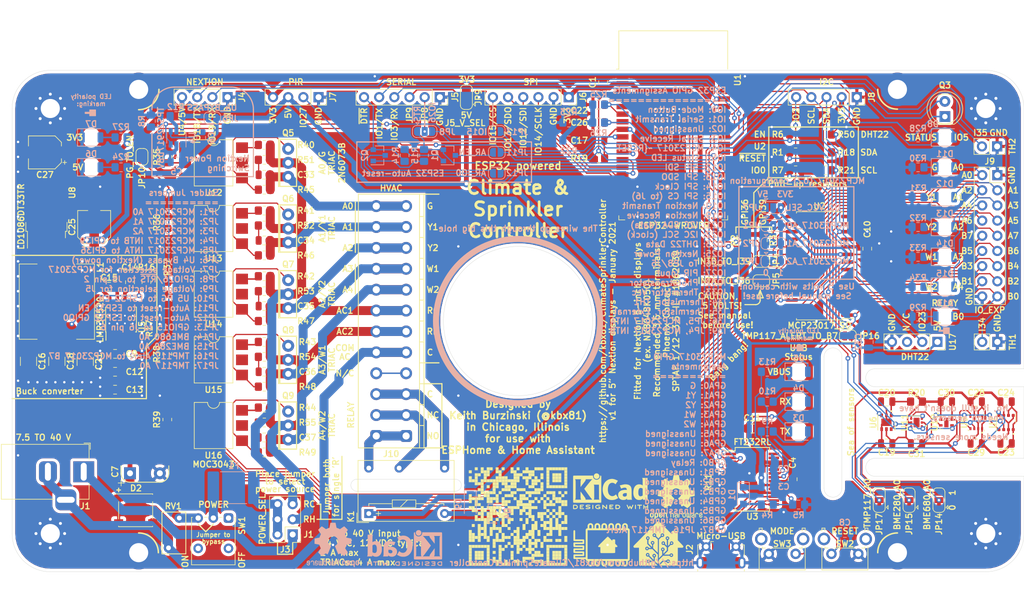
<source format=kicad_pcb>
(kicad_pcb (version 20171130) (host pcbnew "(5.1.8-0-10_14)")
  (layers (0 F.Cu signal) (31 B.Cu signal) (34 B.Paste user) (35 F.Paste user) (36 B.SilkS user) (37 F.SilkS user) (38 B.Mask user) (39 F.Mask user) (44 Edge.Cuts user))
  (net 0 "")
  (net 1 GND)
  (net 2 +VDC)
  (net 3 +5V)
  (net 4 +3V3)
  (net 5 /W1_TERM)
  (net 6 /W2_TERM)
  (net 7 /Y1_TERM)
  (net 8 /Y2_TERM)
  (net 9 /G_TERM)
  (net 10 "Net-(D2-Pad2)")
  (net 11 /C_TERM)
  (net 12 "Net-(D3-Pad2)")
  (net 13 "Net-(D4-Pad2)")
  (net 14 /STATUS)
  (net 15 "Net-(D5-Pad2)")
  (net 16 /MCP23017_GPA3)
  (net 17 /MCP23017_GPA4)
  (net 18 "Net-(D13-Pad1)")
  (net 19 /MCP23017_GPA1)
  (net 20 "Net-(D14-Pad1)")
  (net 21 /MCP23017_GPA2)
  (net 22 /MCP23017_GPA0)
  (net 23 /MCP23017_GPA5)
  (net 24 /MCP23017_GPA6)
  (net 25 /MCP23017_GPA7)
  (net 26 /RH_TERM)
  (net 27 /RC_TERM)
  (net 28 /ESP_TXD)
  (net 29 /ESP_RXD)
  (net 30 /ESP_MISO)
  (net 31 /I2C_SCL)
  (net 32 /I2C_SDA)
  (net 33 /PIR)
  (net 34 /MCP23017_GPB7)
  (net 35 /MCP23017_GPB6)
  (net 36 /MCP23017_GPB5)
  (net 37 /MCP23017_GPB4)
  (net 38 /MCP23017_GPB3)
  (net 39 /MCP23017_GPB2)
  (net 40 /MCP23017_GPB1)
  (net 41 /MCP23017_GPB0)
  (net 42 /THERMISTOR_EXT)
  (net 43 /THERMISTOR_VCC)
  (net 44 /RELAY_1_NC_TERM)
  (net 45 /RELAY_1_COM_TERM)
  (net 46 /RELAY_1_NO_TERM)
  (net 47 /MCP23017_A0)
  (net 48 /MCP23017_A1)
  (net 49 /MCP23017_A2)
  (net 50 /MCP23017_INTB)
  (net 51 /MCP23017_INTA)
  (net 52 /PHOTO)
  (net 53 "Net-(Q7-Pad3)")
  (net 54 "Net-(Q8-Pad3)")
  (net 55 "Net-(Q9-Pad3)")
  (net 56 /MODE)
  (net 57 /MCP23017_~RESET)
  (net 58 /THERMISTOR_INT)
  (net 59 /DHT_DATA)
  (net 60 /TMP117_ALERT)
  (net 61 "Net-(D7-Pad2)")
  (net 62 "Net-(J1-Pad1)")
  (net 63 "Net-(F1-Pad1)")
  (net 64 /THERMISTOR_1V1)
  (net 65 "Net-(C33-Pad1)")
  (net 66 /ESP_MOSI)
  (net 67 /ESP_SCLK)
  (net 68 /NEXTION_TXD)
  (net 69 /NEXTION_RXD)
  (net 70 /ESP_GPIO26)
  (net 71 /ESP_GPIO25)
  (net 72 /ESP_EN)
  (net 73 "Net-(Q1-Pad1)")
  (net 74 "Net-(Q2-Pad1)")
  (net 75 "Net-(C11-Pad1)")
  (net 76 "Net-(C34-Pad1)")
  (net 77 "Net-(C35-Pad1)")
  (net 78 "Net-(C36-Pad1)")
  (net 79 "Net-(D6-Pad2)")
  (net 80 "Net-(J5-Pad3)")
  (net 81 "Net-(J5-Pad2)")
  (net 82 "Net-(J6-Pad6)")
  (net 83 "Net-(JP4-Pad1)")
  (net 84 "Net-(JP5-Pad1)")
  (net 85 "Net-(JP11-Pad1)")
  (net 86 "Net-(JP14-Pad2)")
  (net 87 /USB_D+)
  (net 88 /USB_D-)
  (net 89 /~DTR)
  (net 90 /~RTS)
  (net 91 "Net-(C37-Pad1)")
  (net 92 "Net-(F1-Pad2)")
  (net 93 "Net-(C6-Pad1)")
  (net 94 "Net-(C10-Pad1)")
  (net 95 "Net-(C14-Pad1)")
  (net 96 "Net-(C15-Pad2)")
  (net 97 "Net-(C15-Pad1)")
  (net 98 /NEXTION_PWR)
  (net 99 "Net-(R9-Pad2)")
  (net 100 "Net-(R10-Pad2)")
  (net 101 "Net-(JP15-Pad2)")
  (net 102 "Net-(JP17-Pad2)")
  (net 103 /ESP_GPIO2)
  (net 104 /ESP_GPIO15)
  (net 105 /USB_~RESET)
  (net 106 "Net-(D8-Pad2)")
  (net 107 "Net-(D11-Pad1)")
  (net 108 /USB_VBUS)
  (net 109 "Net-(JP10-Pad2)")
  (net 110 "Net-(JP12-Pad1)")
  (net 111 "Net-(D10-Pad1)")
  (net 112 "Net-(D12-Pad1)")
  (net 113 "Net-(Q5-Pad3)")
  (net 114 "Net-(Q6-Pad3)")
  (net 115 "Net-(R35-Pad1)")
  (net 116 "Net-(R36-Pad1)")
  (net 117 "Net-(R37-Pad1)")
  (net 118 "Net-(R38-Pad1)")
  (net 119 "Net-(R40-Pad2)")
  (net 120 "Net-(R41-Pad2)")
  (net 121 "Net-(R42-Pad2)")
  (net 122 "Net-(R43-Pad2)")
  (net 123 "Net-(D9-Pad2)")
  (net 124 "Net-(D15-Pad1)")
  (net 125 "Net-(C20-Pad2)")
  (net 126 "Net-(J10-Pad4)")
  (net 127 "Net-(R11-Pad2)")
  (net 128 "Net-(R12-Pad1)")
  (net 129 "Net-(R16-Pad2)")
  (net 130 "Net-(R39-Pad1)")
  (net 131 "Net-(R44-Pad2)")
  (module Resistor_SMD:R_0805_2012Metric_Pad1.20x1.40mm_HandSolder (layer B.Cu) (at 88.5 56.5 90)
    (fp_text reference R8 (at 0 -1.5 90) (layer B.SilkS) (effects (font (thickness 0.2)) (justify mirror)))
    (fp_text value 10K)
    (pad 2 smd roundrect (at 1 0 90) (size 1.2 1.4) (layers B.Cu B.Paste B.Mask) (roundrect_rratio 0.208333) (net 1 GND))
    (pad 1 smd roundrect (at -1 0 90) (size 1.2 1.4) (layers B.Cu B.Paste B.Mask) (roundrect_rratio 0.208333) (net 71 /ESP_GPIO25))
  )
  (module Connector_PinSocket_2.54mm:PinSocket_1x02_P2.54mm_Vertical (layer F.Cu) (at 230.25 60.75 270)
    (fp_text reference TH2 (at 0 -2.54 90) (layer F.SilkS) (effects (font (thickness 0.2))))
    (fp_text value NXFT15XH103FA2B100)
    (fp_text user I35 (at -2.286 2.794) (layer F.SilkS) (effects (font (thickness 0.2))))
    (fp_text user GND (at -2.286 -0.254) (layer F.SilkS) (effects (font (thickness 0.2))))
    (pad 2 thru_hole oval (at 0 2.54 270) (size 1.7 1.7) (drill 1) (layers *.Cu *.Mask) (net 42 /THERMISTOR_EXT))
    (pad 1 thru_hole rect (at 0 0 270) (size 1.7 1.7) (drill 1) (layers *.Cu *.Mask) (net 1 GND))
  )
  (module Resistor_SMD:R_0805_2012Metric_Pad1.20x1.40mm_HandSolder (layer B.Cu) (at 163.5 56.75 180)
    (fp_text reference R26 (at 0 -1.75) (layer B.SilkS) (effects (font (thickness 0.2)) (justify mirror)))
    (fp_text value 10K)
    (pad 2 smd roundrect (at 1 0 180) (size 1.2 1.4) (layers B.Cu B.Paste B.Mask) (roundrect_rratio 0.2083325) (net 64 /THERMISTOR_1V1))
    (pad 1 smd roundrect (at -1 0 180) (size 1.2 1.4) (layers B.Cu B.Paste B.Mask) (roundrect_rratio 0.2083325) (net 42 /THERMISTOR_EXT))
  )
  (module Capacitor_SMD:C_0805_2012Metric (layer F.Cu) (at 163.5 56.75 180)
    (fp_text reference C26 (at 3.25 0) (layer F.SilkS) (effects (font (thickness 0.2))))
    (fp_text value "100 nF")
    (pad 2 smd roundrect (at 0.95 0 180) (size 1 1.45) (layers F.Cu F.Paste F.Mask) (net 1 GND))
    (pad 1 smd roundrect (at -0.95 0 180) (size 1 1.45) (layers F.Cu F.Paste F.Mask) (net 42 /THERMISTOR_EXT))
  )
  (module Diode_SMD:D_SOD-123F (layer B.Cu) (at 187.75 119.25 270)
    (fp_text reference D1 (at -0.127 1.905 90) (layer B.SilkS) (effects (font (thickness 0.2)) (justify mirror)))
    (fp_text value MBR230S1F-7)
    (pad 2 smd rect (at 1.4 0 270) (size 1.1 1.1) (layers B.Cu B.Paste B.Mask) (net 108 /USB_VBUS))
    (pad 1 smd rect (at -1.4 0 270) (size 1.1 1.1) (layers B.Cu B.Paste B.Mask) (net 3 +5V))
  )
  (module Resistor_SMD:R_0805_2012Metric_Pad1.20x1.40mm_HandSolder (layer B.Cu) (at 83.5 59.25 180)
    (fp_text reference R27 (at 0 1.75) (layer B.SilkS) (effects (font (thickness 0.2)) (justify mirror)))
    (fp_text value 1K6)
    (pad 1 smd roundrect (at -1 0 180) (size 1.2 1.4) (layers B.Cu B.Paste B.Mask) (roundrect_rratio 0.2083325) (net 4 +3V3))
    (pad 2 smd roundrect (at 1 0 180) (size 1.2 1.4) (layers B.Cu B.Paste B.Mask) (roundrect_rratio 0.2083325) (net 61 "Net-(D7-Pad2)"))
  )
  (module Connector_PinSocket_2.54mm:PinSocket_2x09_P2.54mm_Vertical (layer F.Cu) (at 230.29 65.56)
    (fp_text reference J9 (at -1.27 -2.31) (layer F.SilkS) (effects (font (thickness 0.2))))
    (fp_text value IO_EXP (at -1.27 22.606) (layer F.SilkS) (effects (font (thickness 0.2))))
    (fp_text user B7 (at -5.08 10.16) (layer F.SilkS) (effects (font (thickness 0.2))))
    (fp_text user B6 (at 2.667 12.7) (layer F.SilkS) (effects (font (thickness 0.2))))
    (fp_text user B5 (at -5.08 12.7) (layer F.SilkS) (effects (font (thickness 0.2))))
    (fp_text user B4 (at 2.667 15.24) (layer F.SilkS) (effects (font (thickness 0.2))))
    (fp_text user B3 (at -5.08 15.24) (layer F.SilkS) (effects (font (thickness 0.2))))
    (fp_text user B2 (at 2.667 17.78) (layer F.SilkS) (effects (font (thickness 0.2))))
    (fp_text user B1 (at -5.08 17.78) (layer F.SilkS) (effects (font (thickness 0.2))))
    (fp_text user B0 (at 2.667 20.32) (layer F.SilkS) (effects (font (thickness 0.2))))
    (fp_text user A7 (at 2.667 10.16) (layer F.SilkS) (effects (font (thickness 0.2))))
    (fp_text user A6 (at -5.08 7.62) (layer F.SilkS) (effects (font (thickness 0.2))))
    (fp_text user A5 (at 2.667 7.62) (layer F.SilkS) (effects (font (thickness 0.2))))
    (fp_text user A4 (at -5.08 5.08) (layer F.SilkS) (effects (font (thickness 0.2))))
    (fp_text user A3 (at 2.667 5.08) (layer F.SilkS) (effects (font (thickness 0.2))))
    (fp_text user A2 (at -5.08 2.54) (layer F.SilkS) (effects (font (thickness 0.2))))
    (fp_text user A1 (at 2.667 2.54) (layer F.SilkS) (effects (font (thickness 0.2))))
    (fp_text user A0 (at -5.08 0) (layer F.SilkS) (effects (font (thickness 0.2))))
    (fp_text user GND (at -4.699 20.32 90) (layer F.SilkS) (effects (font (thickness 0.2))))
    (fp_text user GND (at 2.413 0 90) (layer F.SilkS) (effects (font (thickness 0.2))))
    (pad 1 thru_hole rect (at 0 0) (size 1.7 1.7) (drill 1) (layers *.Cu *.Mask) (net 1 GND))
    (pad 2 thru_hole oval (at -2.54 0) (size 1.7 1.7) (drill 1) (layers *.Cu *.Mask) (net 22 /MCP23017_GPA0))
    (pad 3 thru_hole oval (at 0 2.54) (size 1.7 1.7) (drill 1) (layers *.Cu *.Mask) (net 19 /MCP23017_GPA1))
    (pad 4 thru_hole oval (at -2.54 2.54) (size 1.7 1.7) (drill 1) (layers *.Cu *.Mask) (net 21 /MCP23017_GPA2))
    (pad 5 thru_hole oval (at 0 5.08) (size 1.7 1.7) (drill 1) (layers *.Cu *.Mask) (net 16 /MCP23017_GPA3))
    (pad 6 thru_hole oval (at -2.54 5.08) (size 1.7 1.7) (drill 1) (layers *.Cu *.Mask) (net 17 /MCP23017_GPA4))
    (pad 7 thru_hole oval (at 0 7.62) (size 1.7 1.7) (drill 1) (layers *.Cu *.Mask) (net 23 /MCP23017_GPA5))
    (pad 8 thru_hole oval (at -2.54 7.62) (size 1.7 1.7) (drill 1) (layers *.Cu *.Mask) (net 24 /MCP23017_GPA6))
    (pad 9 thru_hole oval (at 0 10.16) (size 1.7 1.7) (drill 1) (layers *.Cu *.Mask) (net 25 /MCP23017_GPA7))
    (pad 10 thru_hole oval (at -2.54 10.16) (size 1.7 1.7) (drill 1) (layers *.Cu *.Mask) (net 34 /MCP23017_GPB7))
    (pad 11 thru_hole oval (at 0 12.7) (size 1.7 1.7) (drill 1) (layers *.Cu *.Mask) (net 35 /MCP23017_GPB6))
    (pad 12 thru_hole oval (at -2.54 12.7) (size 1.7 1.7) (drill 1) (layers *.Cu *.Mask) (net 36 /MCP23017_GPB5))
    (pad 13 thru_hole oval (at 0 15.24) (size 1.7 1.7) (drill 1) (layers *.Cu *.Mask) (net 37 /MCP23017_GPB4))
    (pad 14 thru_hole oval (at -2.54 15.24) (size 1.7 1.7) (drill 1) (layers *.Cu *.Mask) (net 38 /MCP23017_GPB3))
    (pad 15 thru_hole oval (at 0 17.78) (size 1.7 1.7) (drill 1) (layers *.Cu *.Mask) (net 39 /MCP23017_GPB2))
    (pad 16 thru_hole oval (at -2.54 17.78) (size 1.7 1.7) (drill 1) (layers *.Cu *.Mask) (net 40 /MCP23017_GPB1))
    (pad 17 thru_hole oval (at 0 20.32) (size 1.7 1.7) (drill 1) (layers *.Cu *.Mask) (net 41 /MCP23017_GPB0))
    (pad 18 thru_hole oval (at -2.54 20.32) (size 1.7 1.7) (drill 1) (layers *.Cu *.Mask) (net 1 GND))
  )
  (module Connector_PinHeader_2.54mm:PinHeader_2x03_P2.54mm_Vertical (layer F.Cu) (at 112.25 125.75 180)
    (fp_text reference J3 (at 1.25 -2.5) (layer F.SilkS) (effects (font (thickness 0.2))))
    (fp_text value POWER_SEL (at 5.08 2.54 270) (layer F.SilkS) (effects (font (thickness 0.2))))
    (fp_text user "power source" (at 1.27 7.62 180) (layer F.SilkS) (effects (font (thickness 0.2))))
    (fp_text user "to select" (at 1.27 8.89 180) (layer F.SilkS) (effects (font (thickness 0.2))))
    (fp_text user "Place jumper" (at 1.27 10.16 180) (layer F.SilkS) (effects (font (thickness 0.2))))
    (fp_text user J1 (at -2.667 0 180) (layer F.SilkS) (effects (font (thickness 0.2))))
    (fp_text user RH (at -2.794 2.54 180) (layer F.SilkS) (effects (font (thickness 0.2))))
    (fp_text user RC (at -2.794 5.08) (layer F.SilkS) (effects (font (thickness 0.2))))
    (fp_text user "Jumper both" (at -5.715 8.001 270) (layer F.SilkS) (effects (font (thickness 0.2))))
    (fp_text user "for single 'R'" (at -7.239 8.001 270) (layer F.SilkS) (effects (font (thickness 0.2))))
    (pad 1 thru_hole rect (at 0 0 180) (size 1.7 1.7) (drill 1) (layers *.Cu *.Mask) (net 62 "Net-(J1-Pad1)"))
    (pad 2 thru_hole oval (at 2.54 0 180) (size 1.7 1.7) (drill 1) (layers *.Cu *.Mask) (net 92 "Net-(F1-Pad2)"))
    (pad 3 thru_hole oval (at 0 2.54 180) (size 1.7 1.7) (drill 1) (layers *.Cu *.Mask) (net 26 /RH_TERM))
    (pad 4 thru_hole oval (at 2.54 2.54 180) (size 1.7 1.7) (drill 1) (layers *.Cu *.Mask) (net 92 "Net-(F1-Pad2)"))
    (pad 5 thru_hole oval (at 0 5.08 180) (size 1.7 1.7) (drill 1) (layers *.Cu *.Mask) (net 27 /RC_TERM))
    (pad 6 thru_hole oval (at 2.54 5.08 180) (size 1.7 1.7) (drill 1) (layers *.Cu *.Mask) (net 92 "Net-(F1-Pad2)"))
  )
  (module ClimateSprinklerController:CP_Radial_Cutout_L20.0mm_D10.0mm_P5.00mm (layer F.Cu) (at 85 115.5)
    (fp_text reference C7 (at -2.5 -0.25 90) (layer F.SilkS) (effects (font (thickness 0.2))))
    (fp_text value "470 uF")
    (pad 2 thru_hole circle (at 5 0) (size 2 2) (drill 1) (layers *.Cu *.Mask) (net 1 GND))
    (pad 1 thru_hole rect (at 0 0) (size 2 2) (drill 1) (layers *.Cu *.Mask) (net 2 +VDC))
  )
  (module MountingHole:MountingHole_3.2mm_M3_DIN965_Pad (layer F.Cu) (at 213.55 128.8)
    (fp_text reference H8)
    (fp_text value MountingHole_Pad)
    (pad 1 thru_hole circle (at 0 0) (size 5.6 5.6) (drill 3.2) (layers *.Cu *.Mask) (net 1 GND))
  )
  (module MountingHole:MountingHole_3.2mm_M3_DIN965_Pad (layer F.Cu) (at 86.45 128.8)
    (fp_text reference H7)
    (fp_text value MountingHole_Pad)
    (pad 1 thru_hole circle (at 0 0) (size 5.6 5.6) (drill 3.2) (layers *.Cu *.Mask) (net 1 GND))
  )
  (module Capacitor_SMD:C_0805_2012Metric (layer F.Cu) (at 163.5 59.75 180)
    (fp_text reference C17 (at 3.25 0) (layer F.SilkS) (effects (font (thickness 0.2))))
    (fp_text value "100 nF")
    (pad 2 smd roundrect (at 0.95 0 180) (size 1 1.45) (layers F.Cu F.Paste F.Mask) (net 1 GND))
    (pad 1 smd roundrect (at -0.95 0 180) (size 1 1.45) (layers F.Cu F.Paste F.Mask) (net 52 /PHOTO))
  )
  (module Resistor_SMD:R_0805_2012Metric_Pad1.20x1.40mm_HandSolder (layer B.Cu) (at 191.75 98.5 180)
    (fp_text reference R13 (at 0 1.65) (layer B.SilkS) (effects (font (thickness 0.2)) (justify mirror)))
    (fp_text value 10K)
    (pad 2 smd roundrect (at 1 0 180) (size 1.2 1.4) (layers B.Cu B.Paste B.Mask) (roundrect_rratio 0.2083325) (net 105 /USB_~RESET))
    (pad 1 smd roundrect (at -1 0 180) (size 1.2 1.4) (layers B.Cu B.Paste B.Mask) (roundrect_rratio 0.2083325) (net 15 "Net-(D5-Pad2)"))
  )
  (module LED_SMD:LED_1206_3216Metric_ReverseMount_Hole1.8x2.4mm (layer B.Cu) (at 197 98.5)
    (fp_text reference D5 (at 0 -2.25) (layer B.SilkS) (effects (font (thickness 0.2)) (justify mirror)))
    (fp_text value VBUS (at -3.25 0) (layer F.SilkS) (effects (font (thickness 0.2))))
    (fp_text user USB (at 0 -4) (layer F.SilkS) (effects (font (thickness 0.2))))
    (fp_text user Status (at 0 -2.5) (layer F.SilkS) (effects (font (thickness 0.2))))
    (pad "" np_thru_hole oval (at 0 0) (size 1.8 2.4) (drill oval 1.8 2.4) (layers *.Cu *.Mask))
    (pad 2 smd roundrect (at 1.55 0) (size 0.95 1.75) (layers B.Cu B.Paste B.Mask) (roundrect_rratio 0.2) (net 15 "Net-(D5-Pad2)"))
    (pad 1 smd roundrect (at -1.55 0) (size 0.95 1.75) (layers B.Cu B.Paste B.Mask) (roundrect_rratio 0.2) (net 1 GND))
  )
  (module ClimateSprinklerController:HomeAssistant_slik_logo (layer F.Cu) (at 173.5 127.25)
    (fp_text reference G*** hide)
    (fp_text value LOGO hide)
  )
  (module ClimateSprinklerController:ESPHome_slik_logo (layer F.Cu) (at 164 127.5)
    (fp_text reference G*** hide)
    (fp_text value LOGO hide)
  )
  (module Connector_PinSocket_2.54mm:PinSocket_1x05_P2.54mm_Vertical (layer F.Cu) (at 206.75 52.5 270)
    (fp_text reference J8 (at 0 -2.49 90) (layer F.SilkS) (effects (font (thickness 0.2))))
    (fp_text value I2C (at -2.54 5.08 180) (layer F.SilkS) (effects (font (thickness 0.2))))
    (fp_text user SCL (at 3.175 7.62 270) (layer F.SilkS) (effects (font (thickness 0.2))))
    (fp_text user SDA (at 3.175 5.08 270) (layer F.SilkS) (effects (font (thickness 0.2))))
    (fp_text user 3V3 (at 3.048 2.54 270) (layer F.SilkS) (effects (font (thickness 0.2))))
    (fp_text user GND (at 3.175 0 270) (layer F.SilkS) (effects (font (thickness 0.2))))
    (fp_text user IO2 (at 3.048 10.16 270) (layer F.SilkS) (effects (font (thickness 0.2))))
    (pad 1 thru_hole rect (at 0 0 270) (size 1.7 1.7) (drill 1) (layers *.Cu *.Mask) (net 1 GND))
    (pad 2 thru_hole oval (at 0 2.54 270) (size 1.7 1.7) (drill 1) (layers *.Cu *.Mask) (net 4 +3V3))
    (pad 3 thru_hole oval (at 0 5.08 270) (size 1.7 1.7) (drill 1) (layers *.Cu *.Mask) (net 32 /I2C_SDA))
    (pad 4 thru_hole oval (at 0 7.62 270) (size 1.7 1.7) (drill 1) (layers *.Cu *.Mask) (net 31 /I2C_SCL))
    (pad 5 thru_hole oval (at 0 10.16 270) (size 1.7 1.7) (drill 1) (layers *.Cu *.Mask) (net 103 /ESP_GPIO2))
  )
  (module Jumper:SolderJumper-2_P1.3mm_Open_RoundedPad1.0x1.5mm (layer B.Cu) (at 98.79 56)
    (fp_text reference JP6 (at 3 0.065) (layer B.SilkS) (effects (font (thickness 0.2)) (justify mirror)))
    (fp_text value U4_BYPASS (at -0.04 -1.75) (layer B.SilkS) (effects (font (thickness 0.2)) (justify mirror)))
    (pad 1 smd custom (at -0.65 0) (size 1 0.5) (layers B.Cu B.Mask) (net 98 /NEXTION_PWR) (options (clearance outline) (anchor rect)) (primitives (gr_circle (center 0 -0.25) (end 0.5 -0.25) (width 0)) (gr_circle (center 0 0.25) (end 0.5 0.25) (width 0)) (gr_poly (pts (xy 0 0.75) (xy 0.5 0.75) (xy 0.5 -0.75) (xy 0 -0.75)) (width 0))))
    (pad 2 smd custom (at 0.65 0) (size 1 0.5) (layers B.Cu B.Mask) (net 3 +5V) (options (clearance outline) (anchor rect)) (primitives (gr_circle (center 0 -0.25) (end 0.5 -0.25) (width 0)) (gr_circle (center 0 0.25) (end 0.5 0.25) (width 0)) (gr_poly (pts (xy 0 0.75) (xy -0.5 0.75) (xy -0.5 -0.75) (xy 0 -0.75)) (width 0))))
  )
  (module Package_TO_SOT_SMD:SOT-23-6 (layer B.Cu) (at 92.77 59.315 90)
    (fp_text reference U4 (at 0 2.64 90) (layer B.SilkS) (effects (font (thickness 0.2)) (justify mirror)))
    (fp_text value TPS22917DBV (at 0 -2.61 90) (layer B.SilkS) (effects (font (thickness 0.2)) (justify mirror)))
    (pad 5 smd rect (at 1.1 0 90) (size 1.06 0.65) (layers B.Cu B.Paste B.Mask) (net 128 "Net-(R12-Pad1)"))
    (pad 6 smd rect (at 1.1 0.95 90) (size 1.06 0.65) (layers B.Cu B.Paste B.Mask) (net 98 /NEXTION_PWR))
    (pad 4 smd rect (at 1.1 -0.95 90) (size 1.06 0.65) (layers B.Cu B.Paste B.Mask) (net 93 "Net-(C6-Pad1)"))
    (pad 3 smd rect (at -1.1 -0.95 90) (size 1.06 0.65) (layers B.Cu B.Paste B.Mask) (net 71 /ESP_GPIO25))
    (pad 2 smd rect (at -1.1 0 90) (size 1.06 0.65) (layers B.Cu B.Paste B.Mask) (net 1 GND))
    (pad 1 smd rect (at -1.1 0.95 90) (size 1.06 0.65) (layers B.Cu B.Paste B.Mask) (net 3 +5V))
  )
  (module Resistor_SMD:R_0805_2012Metric_Pad1.20x1.40mm_HandSolder (layer B.Cu) (at 92.72 55.675)
    (fp_text reference R12 (at -0.06 -1.545) (layer B.SilkS) (effects (font (thickness 0.2)) (justify mirror)))
    (fp_text value 4.7)
    (pad 2 smd roundrect (at 1 0) (size 1.2 1.4) (layers B.Cu B.Paste B.Mask) (roundrect_rratio 0.2083325) (net 98 /NEXTION_PWR))
    (pad 1 smd roundrect (at -1 0) (size 1.2 1.4) (layers B.Cu B.Paste B.Mask) (roundrect_rratio 0.2083325) (net 128 "Net-(R12-Pad1)"))
  )
  (module Capacitor_SMD:C_0805_2012Metric (layer B.Cu) (at 96.925 59.315 270)
    (fp_text reference C6 (at 0 -1.75 90) (layer B.SilkS) (effects (font (thickness 0.2)) (justify mirror)))
    (fp_text value "100 nF")
    (pad 1 smd roundrect (at -0.95 0 270) (size 1 1.45) (layers B.Cu B.Paste B.Mask) (net 93 "Net-(C6-Pad1)"))
    (pad 2 smd roundrect (at 0.95 0 270) (size 1 1.45) (layers B.Cu B.Paste B.Mask) (net 3 +5V))
  )
  (module Capacitor_SMD:C_0805_2012Metric (layer B.Cu) (at 92.77 63.295 180)
    (fp_text reference C5 (at 0 -1.651) (layer B.SilkS) (effects (font (thickness 0.2)) (justify mirror)))
    (fp_text value "4.7 uF")
    (pad 2 smd roundrect (at 0.95 0 180) (size 1 1.45) (layers B.Cu B.Paste B.Mask) (net 1 GND))
    (pad 1 smd roundrect (at -0.95 0 180) (size 1 1.45) (layers B.Cu B.Paste B.Mask) (net 3 +5V))
  )
  (module Button_Switch_THT:SW_Push_1P2T_Vertical_E-Switch_800UDP8P1A1M6 (layer F.Cu) (at 101.5 123 270)
    (fp_text reference SW1 (at 1.25 -2.25 270) (layer F.SilkS) (effects (font (thickness 0.2))))
    (fp_text value POWER (at -2.25 2.5 180) (layer F.SilkS) (effects (font (thickness 0.2))))
    (fp_text user OFF (at 7 -2.25 270) (layer F.SilkS) (effects (font (thickness 0.2))))
    (fp_text user ON (at 7.25 7.25 270) (layer F.SilkS) (effects (font (thickness 0.2))))
    (fp_text user "Jumper to" (at 2.794 2.54 180) (layer F.SilkS) (effects (font (size 0.75 0.75) (thickness 0.16))))
    (fp_text user bypass (at 3.937 2.54 180) (layer F.SilkS) (effects (font (size 0.75 0.75) (thickness 0.16))))
    (pad "" thru_hole circle (at 5.08 5.08 90) (size 1.6 1.6) (drill 0.89) (layers *.Cu *.Mask))
    (pad "" thru_hole circle (at 5.08 0 90) (size 1.6 1.6) (drill 0.89) (layers *.Cu *.Mask))
    (pad 1 thru_hole roundrect (at 0 0 90) (size 1.6 1.6) (drill 0.89) (layers *.Cu *.Mask))
    (pad 2 thru_hole circle (at 0 2.54 90) (size 1.6 1.6) (drill 0.89) (layers *.Cu *.Mask) (net 63 "Net-(F1-Pad1)"))
    (pad 3 thru_hole circle (at 0 5.08 90) (size 1.6 1.6) (drill 0.89) (layers *.Cu *.Mask) (net 10 "Net-(D2-Pad2)"))
  )
  (module Capacitor_SMD:C_0805_2012Metric (layer B.Cu) (at 191.75 117.75)
    (fp_text reference C3 (at 2.75 0 180) (layer B.SilkS) (effects (font (thickness 0.2)) (justify mirror)))
    (fp_text value "100 nF")
    (pad 2 smd roundrect (at 0.95 0) (size 1 1.45) (layers B.Cu B.Paste B.Mask) (net 1 GND))
    (pad 1 smd roundrect (at -0.95 0) (size 1 1.45) (layers B.Cu B.Paste B.Mask) (net 3 +5V))
  )
  (module Package_SO:SSOP-28_5.3x10.2mm_P0.65mm (layer F.Cu) (at 189.25 116.5)
    (fp_text reference U3 (at 0 6.25) (layer F.SilkS) (effects (font (thickness 0.2))))
    (fp_text value FT232RL (at 0 -6.25) (layer F.SilkS) (effects (font (thickness 0.2))))
    (pad 28 smd rect (at 3.6 -4.225) (size 1.75 0.45) (layers F.Cu F.Paste F.Mask))
    (pad 27 smd rect (at 3.6 -3.575) (size 1.75 0.45) (layers F.Cu F.Paste F.Mask))
    (pad 26 smd rect (at 3.6 -2.925) (size 1.75 0.45) (layers F.Cu F.Paste F.Mask) (net 1 GND))
    (pad 25 smd rect (at 3.6 -2.275) (size 1.75 0.45) (layers F.Cu F.Paste F.Mask) (net 1 GND))
    (pad 24 smd rect (at 3.6 -1.625) (size 1.75 0.45) (layers F.Cu F.Paste F.Mask))
    (pad 23 smd rect (at 3.6 -0.975) (size 1.75 0.45) (layers F.Cu F.Paste F.Mask) (net 99 "Net-(R9-Pad2)"))
    (pad 22 smd rect (at 3.6 -0.325) (size 1.75 0.45) (layers F.Cu F.Paste F.Mask) (net 100 "Net-(R10-Pad2)"))
    (pad 21 smd rect (at 3.6 0.325) (size 1.75 0.45) (layers F.Cu F.Paste F.Mask) (net 1 GND))
    (pad 20 smd rect (at 3.6 0.975) (size 1.75 0.45) (layers F.Cu F.Paste F.Mask) (net 3 +5V))
    (pad 19 smd rect (at 3.6 1.625) (size 1.75 0.45) (layers F.Cu F.Paste F.Mask) (net 105 /USB_~RESET))
    (pad 18 smd rect (at 3.6 2.275) (size 1.75 0.45) (layers F.Cu F.Paste F.Mask) (net 1 GND))
    (pad 17 smd rect (at 3.6 2.925) (size 1.75 0.45) (layers F.Cu F.Paste F.Mask) (net 75 "Net-(C11-Pad1)"))
    (pad 16 smd rect (at 3.6 3.575) (size 1.75 0.45) (layers F.Cu F.Paste F.Mask) (net 88 /USB_D-))
    (pad 15 smd rect (at 3.6 4.225) (size 1.75 0.45) (layers F.Cu F.Paste F.Mask) (net 87 /USB_D+))
    (pad 14 smd rect (at -3.6 4.225) (size 1.75 0.45) (layers F.Cu F.Paste F.Mask) (net 127 "Net-(R11-Pad2)"))
    (pad 13 smd rect (at -3.6 3.575) (size 1.75 0.45) (layers F.Cu F.Paste F.Mask))
    (pad 12 smd rect (at -3.6 2.925) (size 1.75 0.45) (layers F.Cu F.Paste F.Mask))
    (pad 11 smd rect (at -3.6 2.275) (size 1.75 0.45) (layers F.Cu F.Paste F.Mask))
    (pad 10 smd rect (at -3.6 1.625) (size 1.75 0.45) (layers F.Cu F.Paste F.Mask))
    (pad 9 smd rect (at -3.6 0.975) (size 1.75 0.45) (layers F.Cu F.Paste F.Mask))
    (pad 8 smd rect (at -3.6 0.325) (size 1.75 0.45) (layers F.Cu F.Paste F.Mask))
    (pad 7 smd rect (at -3.6 -0.325) (size 1.75 0.45) (layers F.Cu F.Paste F.Mask) (net 1 GND))
    (pad 6 smd rect (at -3.6 -0.975) (size 1.75 0.45) (layers F.Cu F.Paste F.Mask))
    (pad 5 smd rect (at -3.6 -1.625) (size 1.75 0.45) (layers F.Cu F.Paste F.Mask) (net 28 /ESP_TXD))
    (pad 4 smd rect (at -3.6 -2.275) (size 1.75 0.45) (layers F.Cu F.Paste F.Mask) (net 75 "Net-(C11-Pad1)"))
    (pad 3 smd rect (at -3.6 -2.925) (size 1.75 0.45) (layers F.Cu F.Paste F.Mask) (net 90 /~RTS))
    (pad 2 smd rect (at -3.6 -3.575) (size 1.75 0.45) (layers F.Cu F.Paste F.Mask) (net 89 /~DTR))
    (pad 1 smd rect (at -3.6 -4.225) (size 1.75 0.45) (layers F.Cu F.Paste F.Mask) (net 29 /ESP_RXD))
  )
  (module Resistor_SMD:R_0805_2012Metric_Pad1.20x1.40mm_HandSolder (layer B.Cu) (at 197 120.75 180)
    (fp_text reference R5 (at 0 -1.75 180) (layer B.SilkS) (effects (font (thickness 0.2)) (justify mirror)))
    (fp_text value 10K)
    (pad 1 smd roundrect (at -1 0 180) (size 1.2 1.4) (layers B.Cu B.Paste B.Mask) (roundrect_rratio 0.208) (net 1 GND))
    (pad 2 smd roundrect (at 1 0 180) (size 1.2 1.4) (layers B.Cu B.Paste B.Mask) (roundrect_rratio 0.208) (net 105 /USB_~RESET))
  )
  (module Resistor_SMD:R_0805_2012Metric_Pad1.20x1.40mm_HandSolder (layer B.Cu) (at 191.75 120.75 180)
    (fp_text reference R4 (at 0 -1.75 180) (layer B.SilkS) (effects (font (thickness 0.2)) (justify mirror)))
    (fp_text value 4K7)
    (pad 1 smd roundrect (at -1 0 180) (size 1.2 1.4) (layers B.Cu B.Paste B.Mask) (roundrect_rratio 0.2083325) (net 105 /USB_~RESET))
    (pad 2 smd roundrect (at 1 0 180) (size 1.2 1.4) (layers B.Cu B.Paste B.Mask) (roundrect_rratio 0.2083325) (net 108 /USB_VBUS))
  )
  (module Resistor_SMD:R_0805_2012Metric_Pad1.20x1.40mm_HandSolder (layer F.Cu) (at 181.85 120.4 90)
    (fp_text reference R11 (at 3.4 0.027 270) (layer F.SilkS) (effects (font (thickness 0.2))))
    (fp_text value 10K)
    (pad 1 smd roundrect (at -1 0 90) (size 1.2 1.4) (layers F.Cu F.Paste F.Mask) (roundrect_rratio 0.2083325) (net 75 "Net-(C11-Pad1)"))
    (pad 2 smd roundrect (at 1 0 90) (size 1.2 1.4) (layers F.Cu F.Paste F.Mask) (roundrect_rratio 0.2083325) (net 127 "Net-(R11-Pad2)"))
  )
  (module Resistor_SMD:R_0805_2012Metric_Pad1.20x1.40mm_HandSolder (layer B.Cu) (at 191.75 103.5 180)
    (fp_text reference R10 (at 0 1.75) (layer B.SilkS) (effects (font (thickness 0.2)) (justify mirror)))
    (fp_text value 2K7)
    (pad 2 smd roundrect (at 1 0 180) (size 1.2 1.4) (layers B.Cu B.Paste B.Mask) (roundrect_rratio 0.2083325) (net 100 "Net-(R10-Pad2)"))
    (pad 1 smd roundrect (at -1 0 180) (size 1.2 1.4) (layers B.Cu B.Paste B.Mask) (roundrect_rratio 0.2083325) (net 13 "Net-(D4-Pad2)"))
  )
  (module Resistor_SMD:R_0805_2012Metric_Pad1.20x1.40mm_HandSolder (layer B.Cu) (at 191.75 108.5 180)
    (fp_text reference R9 (at 0 1.75) (layer B.SilkS) (effects (font (thickness 0.2)) (justify mirror)))
    (fp_text value 1K2)
    (pad 2 smd roundrect (at 1 0 180) (size 1.2 1.4) (layers B.Cu B.Paste B.Mask) (roundrect_rratio 0.2083325) (net 99 "Net-(R9-Pad2)"))
    (pad 1 smd roundrect (at -1 0 180) (size 1.2 1.4) (layers B.Cu B.Paste B.Mask) (roundrect_rratio 0.2083325) (net 12 "Net-(D3-Pad2)"))
  )
  (module Connector_USB:USB_Micro-B_Molex-105017-0001 (layer F.Cu) (at 184 129.25)
    (fp_text reference J2 (at -5.25 -1 90) (layer F.SilkS) (effects (font (thickness 0.2))))
    (fp_text value USB_B_Micro)
    (fp_text user Micro-USB (at 0 -3.25) (layer F.SilkS) (effects (font (thickness 0.2))))
    (pad 6 smd rect (at 1 1.2375) (size 1.5 1.9) (layers F.Cu F.Paste F.Mask) (net 1 GND))
    (pad 6 thru_hole circle (at -2.5 -1.4625) (size 1.45 1.45) (drill 0.85) (layers *.Cu *.Mask) (net 1 GND))
    (pad 2 smd rect (at -0.65 -1.4625) (size 0.4 1.35) (layers F.Cu F.Paste F.Mask) (net 88 /USB_D-))
    (pad 1 smd rect (at -1.3 -1.4625) (size 0.4 1.35) (layers F.Cu F.Paste F.Mask) (net 108 /USB_VBUS))
    (pad 5 smd rect (at 1.3 -1.4625) (size 0.4 1.35) (layers F.Cu F.Paste F.Mask) (net 1 GND))
    (pad 4 smd rect (at 0.65 -1.4625) (size 0.4 1.35) (layers F.Cu F.Paste F.Mask))
    (pad 3 smd rect (at 0 -1.4625) (size 0.4 1.35) (layers F.Cu F.Paste F.Mask) (net 87 /USB_D+))
    (pad 6 thru_hole circle (at 2.5 -1.4625) (size 1.45 1.45) (drill 0.85) (layers *.Cu *.Mask) (net 1 GND))
    (pad 6 smd rect (at -1 1.2375) (size 1.5 1.9) (layers F.Cu F.Paste F.Mask) (net 1 GND))
    (pad 6 thru_hole oval (at -3.5 1.2375 180) (size 1.2 1.9) (drill oval 0.6 1.3) (layers *.Cu *.Mask) (net 1 GND))
    (pad 6 thru_hole oval (at 3.5 1.2375) (size 1.2 1.9) (drill oval 0.6 1.3) (layers *.Cu *.Mask) (net 1 GND))
    (pad 6 smd rect (at 2.9 1.2375) (size 1.2 1.9) (layers F.Cu F.Mask) (net 1 GND))
    (pad 6 smd rect (at -2.9 1.2375) (size 1.2 1.9) (layers F.Cu F.Mask) (net 1 GND))
  )
  (module LED_SMD:LED_1206_3216Metric_ReverseMount_Hole1.8x2.4mm (layer B.Cu) (at 197 103.5)
    (fp_text reference D4 (at 0 -2.25) (layer B.SilkS) (effects (font (thickness 0.2)) (justify mirror)))
    (fp_text value RX (at -2.25 0) (layer F.SilkS) (effects (font (thickness 0.2))))
    (pad "" np_thru_hole oval (at 0 0) (size 1.8 2.4) (drill oval 1.8 2.4) (layers *.Cu *.Mask))
    (pad 2 smd roundrect (at 1.55 0) (size 0.95 1.75) (layers B.Cu B.Paste B.Mask) (roundrect_rratio 0.2) (net 13 "Net-(D4-Pad2)"))
    (pad 1 smd roundrect (at -1.55 0) (size 0.95 1.75) (layers B.Cu B.Paste B.Mask) (roundrect_rratio 0.2) (net 75 "Net-(C11-Pad1)"))
  )
  (module LED_SMD:LED_1206_3216Metric_ReverseMount_Hole1.8x2.4mm (layer B.Cu) (at 197 108.5)
    (fp_text reference D3 (at 0 -2.25) (layer B.SilkS) (effects (font (thickness 0.2)) (justify mirror)))
    (fp_text value TX (at -2.25 0) (layer F.SilkS) (effects (font (thickness 0.2))))
    (pad "" np_thru_hole oval (at 0 0) (size 1.8 2.4) (drill oval 1.8 2.4) (layers *.Cu *.Mask))
    (pad 2 smd roundrect (at 1.55 0) (size 0.95 1.75) (layers B.Cu B.Paste B.Mask) (roundrect_rratio 0.2) (net 12 "Net-(D3-Pad2)"))
    (pad 1 smd roundrect (at -1.55 0) (size 0.95 1.75) (layers B.Cu B.Paste B.Mask) (roundrect_rratio 0.2) (net 75 "Net-(C11-Pad1)"))
  )
  (module Capacitor_SMD:C_0805_2012Metric (layer F.Cu) (at 189.3 108)
    (fp_text reference C11 (at -0.05 -1.75) (layer F.SilkS) (effects (font (thickness 0.2))))
    (fp_text value "100 nF")
    (pad 1 smd roundrect (at -0.95 0) (size 1 1.45) (layers F.Cu F.Paste F.Mask) (net 75 "Net-(C11-Pad1)"))
    (pad 2 smd roundrect (at 0.95 0) (size 1 1.45) (layers F.Cu F.Paste F.Mask) (net 1 GND))
  )
  (module Capacitor_SMD:C_0805_2012Metric (layer F.Cu) (at 196 116.5 90)
    (fp_text reference C4 (at 2.75 0 270) (layer F.SilkS) (effects (font (thickness 0.2))))
    (fp_text value "100 nF")
    (pad 2 smd roundrect (at 0.95 0 90) (size 1 1.45) (layers F.Cu F.Paste F.Mask) (net 1 GND))
    (pad 1 smd roundrect (at -0.95 0 90) (size 1 1.45) (layers F.Cu F.Paste F.Mask) (net 3 +5V))
  )
  (module Capacitor_SMD:C_0805_2012Metric (layer B.Cu) (at 191.75 114.75)
    (fp_text reference C2 (at 2.75 0) (layer B.SilkS) (effects (font (thickness 0.2)) (justify mirror)))
    (fp_text value "4.7 uF")
    (pad 2 smd roundrect (at 0.95 0) (size 1 1.45) (layers B.Cu B.Paste B.Mask) (net 1 GND))
    (pad 1 smd roundrect (at -0.95 0) (size 1 1.45) (layers B.Cu B.Paste B.Mask) (net 3 +5V))
  )
  (module Resistor_SMD:R_0805_2012Metric_Pad1.20x1.40mm_HandSolder (layer B.Cu) (at 134.25 62.25 90)
    (fp_text reference R15 (at 0 -1.5 90) (layer B.SilkS) (effects (font (thickness 0.2)) (justify mirror)))
    (fp_text value 10K)
    (pad 1 smd roundrect (at -1 0 90) (size 1.2 1.4) (layers B.Cu B.Paste B.Mask) (roundrect_rratio 0.2083325) (net 74 "Net-(Q2-Pad1)"))
    (pad 2 smd roundrect (at 1 0 90) (size 1.2 1.4) (layers B.Cu B.Paste B.Mask) (roundrect_rratio 0.2083325) (net 90 /~RTS))
  )
  (module Resistor_SMD:R_0805_2012Metric_Pad1.20x1.40mm_HandSolder (layer B.Cu) (at 131 62.25 270)
    (fp_text reference R14 (at 0 1.5 90) (layer B.SilkS) (effects (font (thickness 0.2)) (justify mirror)))
    (fp_text value 10K)
    (pad 1 smd roundrect (at -1 0 270) (size 1.2 1.4) (layers B.Cu B.Paste B.Mask) (roundrect_rratio 0.2083325) (net 73 "Net-(Q1-Pad1)"))
    (pad 2 smd roundrect (at 1 0 270) (size 1.2 1.4) (layers B.Cu B.Paste B.Mask) (roundrect_rratio 0.2083325) (net 89 /~DTR))
  )
  (module Package_TO_SOT_SMD:SOT-23 (layer B.Cu) (at 126.75 62.25)
    (fp_text reference Q2 (at -2.43 0 90) (layer B.SilkS) (effects (font (thickness 0.2)) (justify mirror)))
    (fp_text value MMSS8050)
    (pad 1 smd rect (at -1 0.95) (size 0.9 0.8) (layers B.Cu B.Paste B.Mask) (net 74 "Net-(Q2-Pad1)"))
    (pad 2 smd rect (at -1 -0.95) (size 0.9 0.8) (layers B.Cu B.Paste B.Mask) (net 89 /~DTR))
    (pad 3 smd rect (at 1 0) (size 0.9 0.8) (layers B.Cu B.Paste B.Mask) (net 110 "Net-(JP12-Pad1)"))
  )
  (module Package_TO_SOT_SMD:SOT-23 (layer B.Cu) (at 138.5 62.25)
    (fp_text reference Q1 (at -2.43 0 90) (layer B.SilkS) (effects (font (thickness 0.2)) (justify mirror)))
    (fp_text value MMSS8050)
    (pad 1 smd rect (at -1 0.95) (size 0.9 0.8) (layers B.Cu B.Paste B.Mask) (net 73 "Net-(Q1-Pad1)"))
    (pad 2 smd rect (at -1 -0.95) (size 0.9 0.8) (layers B.Cu B.Paste B.Mask) (net 90 /~RTS))
    (pad 3 smd rect (at 1 0) (size 0.9 0.8) (layers B.Cu B.Paste B.Mask) (net 85 "Net-(JP11-Pad1)"))
  )
  (module Jumper:SolderJumper-2_P1.3mm_Open_RoundedPad1.0x1.5mm (layer B.Cu) (at 146.44 65.25)
    (fp_text reference JP12 (at 3.415 -0.055) (layer B.SilkS) (effects (font (thickness 0.2)) (justify mirror)))
    (fp_text value AR_IO0 (at -4.335 -0.055) (layer B.SilkS) (effects (font (thickness 0.2)) (justify mirror)))
    (pad 1 smd custom (at -0.65 0) (size 1 0.5) (layers B.Cu B.Mask) (net 110 "Net-(JP12-Pad1)") (options (clearance outline) (anchor rect)) (primitives (gr_circle (center 0 -0.25) (end 0.5 -0.25) (width 0)) (gr_circle (center 0 0.25) (end 0.5 0.25) (width 0)) (gr_poly (pts (xy 0 0.75) (xy 0.5 0.75) (xy 0.5 -0.75) (xy 0 -0.75)) (width 0))))
    (pad 2 smd custom (at 0.65 0) (size 1 0.5) (layers B.Cu B.Mask) (net 56 /MODE) (options (clearance outline) (anchor rect)) (primitives (gr_circle (center 0 -0.25) (end 0.5 -0.25) (width 0)) (gr_circle (center 0 0.25) (end 0.5 0.25) (width 0)) (gr_poly (pts (xy 0 0.75) (xy -0.5 0.75) (xy -0.5 -0.75) (xy 0 -0.75)) (width 0))))
  )
  (module Jumper:SolderJumper-3_P1.3mm_Open_RoundedPad1.0x1.5mm (layer B.Cu) (at 134.36 58.25)
    (fp_text reference JP8 (at 3.79 0.065) (layer B.SilkS) (effects (font (thickness 0.2)) (justify mirror)))
    (fp_text value IO26/RTS)
    (fp_text user IO26 (at 1.29 -3.185 90) (layer B.SilkS) (effects (font (thickness 0.2)) (justify mirror)))
    (fp_text user ~RTS (at -1.21 -2.935 90) (layer B.SilkS) (effects (font (thickness 0.2)) (justify mirror)))
    (pad 1 smd custom (at -1.3 0) (size 1 0.5) (layers B.Cu B.Mask) (net 90 /~RTS) (options (clearance outline) (anchor rect)) (primitives (gr_circle (center 0 -0.25) (end 0.5 -0.25) (width 0)) (gr_circle (center 0 0.25) (end 0.5 0.25) (width 0)) (gr_poly (pts (xy 0.55 0.75) (xy 0 0.75) (xy 0 -0.75) (xy 0.55 -0.75)) (width 0))))
    (pad 3 smd custom (at 1.3 0) (size 1 0.5) (layers B.Cu B.Mask) (net 70 /ESP_GPIO26) (options (clearance outline) (anchor rect)) (primitives (gr_circle (center 0 -0.25) (end 0.5 -0.25) (width 0)) (gr_circle (center 0 0.25) (end 0.5 0.25) (width 0)) (gr_poly (pts (xy -0.55 0.75) (xy 0 0.75) (xy 0 -0.75) (xy -0.55 -0.75)) (width 0))))
    (pad 2 smd rect (at 0 0) (size 1 1.5) (layers B.Cu B.Mask) (net 81 "Net-(J5-Pad2)"))
  )
  (module Symbol:KiCad-Logo2_5mm_SilkScreen (layer F.Cu) (at 165.5 118.5)
    (fp_text reference REF** hide)
    (fp_text value KiCad-Logo2_5mm_SilkScreen hide)
  )
  (module MountingHole:MountingHole_3.2mm_M3_DIN965_Pad (layer F.Cu) (at 213.55 51.2)
    (fp_text reference H6)
    (fp_text value MountingHole_Pad)
    (pad 1 thru_hole circle (at 0 0) (size 5.6 5.6) (drill 3.2) (layers *.Cu *.Mask) (net 1 GND))
  )
  (module MountingHole:MountingHole_3.2mm_M3_DIN965_Pad (layer F.Cu) (at 86.45 51.2)
    (fp_text reference H5)
    (fp_text value MountingHole_Pad)
    (pad 1 thru_hole circle (at 0 0) (size 5.6 5.6) (drill 3.2) (layers *.Cu *.Mask) (net 1 GND))
  )
  (module Package_LGA:Bosch_LGA-8_3x3mm_P0.8mm_ClockwisePinNumbering (layer F.Cu) (at 231.75 107 180)
    (fp_text reference U7 (at 2.25 0 270) (layer F.SilkS) (effects (font (thickness 0.2))))
    (fp_text value BME680)
    (fp_text user . (at -1.25 -1.5 180) (layer F.SilkS) (effects (font (thickness 0.2))))
    (pad 1 smd roundrect (at -1.2 -1.1875 180) (size 0.5 0.525) (layers F.Cu F.Paste F.Mask) (net 1 GND))
    (pad 2 smd roundrect (at -0.4 -1.1875 180) (size 0.5 0.525) (layers F.Cu F.Paste F.Mask) (net 4 +3V3))
    (pad 3 smd roundrect (at 0.4 -1.1875 180) (size 0.5 0.525) (layers F.Cu F.Paste F.Mask) (net 32 /I2C_SDA))
    (pad 4 smd roundrect (at 1.2 -1.1875 180) (size 0.5 0.525) (layers F.Cu F.Paste F.Mask) (net 31 /I2C_SCL))
    (pad 5 smd roundrect (at 1.2 1.1875 180) (size 0.5 0.525) (layers F.Cu F.Paste F.Mask) (net 86 "Net-(JP14-Pad2)"))
    (pad 6 smd roundrect (at 0.4 1.1875 180) (size 0.5 0.525) (layers F.Cu F.Paste F.Mask) (net 4 +3V3))
    (pad 7 smd roundrect (at -0.4 1.1875 180) (size 0.5 0.525) (layers F.Cu F.Paste F.Mask) (net 1 GND))
    (pad 8 smd roundrect (at -1.2 1.1875 180) (size 0.5 0.525) (layers F.Cu F.Paste F.Mask) (net 4 +3V3))
  )
  (module Relay_THT:Relay_SPDT_Omron_G6E (layer F.Cu) (at 125 122.25 90)
    (fp_text reference K1 (at -0.5 -3 270) (layer F.SilkS) (effects (font (thickness 0.2))))
    (fp_text value "G6E-134P-US DC5")
    (pad 7 thru_hole circle (at 7.62 12.7) (size 1.50114 1.50114) (drill 0.8001) (layers *.Cu *.Mask) (net 45 /RELAY_1_COM_TERM))
    (pad 6 thru_hole circle (at 0 12.7) (size 1.50114 1.50114) (drill 0.8001) (layers *.Cu *.Mask) (net 123 "Net-(D9-Pad2)"))
    (pad 10 thru_hole circle (at 7.62 5.08) (size 1.50114 1.50114) (drill 0.8001) (layers *.Cu *.Mask) (net 44 /RELAY_1_NC_TERM))
    (pad 12 thru_hole circle (at 7.62 0) (size 1.50114 1.50114) (drill 0.8001) (layers *.Cu *.Mask) (net 46 /RELAY_1_NO_TERM))
    (pad 1 thru_hole rect (at 0 0) (size 1.50114 1.50114) (drill 0.8001) (layers *.Cu *.Mask) (net 3 +5V))
  )
  (module Jumper:SolderJumper-3_P1.3mm_Bridged12_RoundedPad1.0x1.5mm (layer F.Cu) (at 220.5 120 90)
    (fp_text reference JP14 (at -4 0 90) (layer F.SilkS) (effects (font (thickness 0.2))))
    (fp_text value BME680_A0 (at -0.75 -2 90) (layer F.SilkS) (effects (font (thickness 0.2))))
    (fp_poly (pts (xy -0.9 -0.3) (xy -0.4 -0.3) (xy -0.4 0.3) (xy -0.9 0.3)) (layer F.Cu) (width 0))
    (fp_text user 1 (at 1.25 2.25 90) (layer F.SilkS) (effects (font (thickness 0.2))))
    (fp_text user 0 (at -1.25 2.25 90) (layer F.SilkS) (effects (font (thickness 0.2))))
    (pad 3 smd custom (at 1.3 0 90) (size 1 0.5) (layers F.Cu F.Mask) (net 4 +3V3) (options (clearance outline) (anchor rect)) (primitives (gr_circle (center 0 0.25) (end 0.5 0.25) (width 0)) (gr_circle (center 0 -0.25) (end 0.5 -0.25) (width 0)) (gr_poly (pts (xy -0.55 -0.75) (xy 0 -0.75) (xy 0 0.75) (xy -0.55 0.75)) (width 0))))
    (pad 2 smd rect (at 0 0 90) (size 1 1.5) (layers F.Cu F.Mask) (net 86 "Net-(JP14-Pad2)"))
    (pad 1 smd custom (at -1.3 0 90) (size 1 0.5) (layers F.Cu F.Mask) (net 1 GND) (options (clearance outline) (anchor rect)) (primitives (gr_circle (center 0 0.25) (end 0.5 0.25) (width 0)) (gr_circle (center 0 -0.25) (end 0.5 -0.25) (width 0)) (gr_poly (pts (xy 0.55 -0.75) (xy 0 -0.75) (xy 0 0.75) (xy 0.55 0.75)) (width 0))))
  )
  (module Connector_PinSocket_2.54mm:PinSocket_1x04_P2.54mm_Vertical (layer F.Cu) (at 101.34 52.5 270)
    (fp_text reference J4 (at 0 -2.413 90) (layer F.SilkS) (effects (font (thickness 0.2))))
    (fp_text value NEXTION (at -2.54 3.81 180) (layer F.SilkS) (effects (font (thickness 0.2))))
    (fp_text user U4/5V (at 4.064 7.62 270) (layer F.SilkS) (effects (font (thickness 0.2))))
    (fp_text user GND (at 3.048 0 270) (layer F.SilkS) (effects (font (thickness 0.2))))
    (fp_text user IO18/TX (at 4.699 5.08 270) (layer F.SilkS) (effects (font (thickness 0.2))))
    (fp_text user IO19/RX (at 4.826 2.54 270) (layer F.SilkS) (effects (font (thickness 0.2))))
    (pad 4 thru_hole oval (at 0 7.62 270) (size 1.7 1.7) (drill 1) (layers *.Cu *.Mask) (net 98 /NEXTION_PWR))
    (pad 3 thru_hole oval (at 0 5.08 270) (size 1.7 1.7) (drill 1) (layers *.Cu *.Mask) (net 68 /NEXTION_TXD))
    (pad 2 thru_hole oval (at 0 2.54 270) (size 1.7 1.7) (drill 1) (layers *.Cu *.Mask) (net 69 /NEXTION_RXD))
    (pad 1 thru_hole rect (at 0 0 270) (size 1.7 1.7) (drill 1) (layers *.Cu *.Mask) (net 1 GND))
  )
  (module Capacitor_SMD:C_0805_2012Metric (layer F.Cu) (at 231.75 103.5)
    (fp_text reference C24 (at 0 -1.5 180) (layer F.SilkS) (effects (font (thickness 0.2))))
    (fp_text value "100 nF")
    (pad 1 smd roundrect (at -0.95 0) (size 1 1.45) (layers F.Cu F.Paste F.Mask) (net 4 +3V3))
    (pad 2 smd roundrect (at 0.95 0) (size 1 1.45) (layers F.Cu F.Paste F.Mask) (net 1 GND))
  )
  (module Capacitor_SMD:C_0805_2012Metric (layer F.Cu) (at 231.75 110.5)
    (fp_text reference C23 (at 0 1.5 180) (layer F.SilkS) (effects (font (thickness 0.2))))
    (fp_text value "100 nF")
    (pad 1 smd roundrect (at -0.95 0) (size 1 1.45) (layers F.Cu F.Paste F.Mask) (net 4 +3V3))
    (pad 2 smd roundrect (at 0.95 0) (size 1 1.45) (layers F.Cu F.Paste F.Mask) (net 1 GND))
  )
  (module ClimateSprinklerController:ESP32-WROVER (layer F.Cu) (at 176 57.25)
    (fp_text reference U1 (at 10.786 -7.62 270) (layer F.SilkS) (effects (font (thickness 0.2))))
    (fp_text value ESP32-WROVER (at 0.1 16.764) (layer F.SilkS) (effects (font (thickness 0.2))))
    (pad 1 smd rect (at -8.5 -8.255) (size 2 0.9) (layers F.Cu F.Paste F.Mask) (net 1 GND))
    (pad 2 smd rect (at -8.5 -6.985) (size 2 0.9) (layers F.Cu F.Paste F.Mask) (net 4 +3V3))
    (pad 3 smd rect (at -8.5 -5.715) (size 2 0.9) (layers F.Cu F.Paste F.Mask) (net 72 /ESP_EN))
    (pad 4 smd rect (at -8.5 -4.445) (size 2 0.9) (layers F.Cu F.Paste F.Mask) (net 51 /MCP23017_INTA))
    (pad 5 smd rect (at -8.5 -3.175) (size 2 0.9) (layers F.Cu F.Paste F.Mask) (net 50 /MCP23017_INTB))
    (pad 6 smd rect (at -8.5 -1.905) (size 2 0.9) (layers F.Cu F.Paste F.Mask) (net 58 /THERMISTOR_INT))
    (pad 7 smd rect (at -8.5 -0.635) (size 2 0.9) (layers F.Cu F.Paste F.Mask) (net 42 /THERMISTOR_EXT))
    (pad 8 smd rect (at -8.5 0.635) (size 2 0.9) (layers F.Cu F.Paste F.Mask) (net 52 /PHOTO))
    (pad 9 smd rect (at -8.5 1.905) (size 2 0.9) (layers F.Cu F.Paste F.Mask) (net 43 /THERMISTOR_VCC))
    (pad 10 smd rect (at -8.5 3.175) (size 2 0.9) (layers F.Cu F.Paste F.Mask) (net 71 /ESP_GPIO25))
    (pad 11 smd rect (at -8.5 4.445) (size 2 0.9) (layers F.Cu F.Paste F.Mask) (net 70 /ESP_GPIO26))
    (pad 12 smd rect (at -8.5 5.715) (size 2 0.9) (layers F.Cu F.Paste F.Mask) (net 33 /PIR))
    (pad 13 smd rect (at -8.5 6.985) (size 2 0.9) (layers F.Cu F.Paste F.Mask) (net 67 /ESP_SCLK))
    (pad 14 smd rect (at -8.5 8.255) (size 2 0.9) (layers F.Cu F.Paste F.Mask) (net 30 /ESP_MISO))
    (pad 15 smd rect (at -8.5 9.525) (size 2 0.9) (layers F.Cu F.Paste F.Mask) (net 1 GND))
    (pad 16 smd rect (at -8.5 10.795) (size 2 0.9) (layers F.Cu F.Paste F.Mask) (net 66 /ESP_MOSI))
    (pad 17 smd rect (at -8.5 12.065) (size 2 0.9) (layers F.Cu F.Paste F.Mask))
    (pad 18 smd rect (at -8.5 13.335) (size 2 0.9) (layers F.Cu F.Paste F.Mask))
    (pad 19 smd rect (at -8.5 14.605) (size 2 0.9) (layers F.Cu F.Paste F.Mask))
    (pad 20 smd rect (at 8.5 14.605) (size 2 0.9) (layers F.Cu F.Paste F.Mask))
    (pad 21 smd rect (at 8.5 13.335) (size 2 0.9) (layers F.Cu F.Paste F.Mask))
    (pad 22 smd rect (at 8.5 12.065) (size 2 0.9) (layers F.Cu F.Paste F.Mask))
    (pad 23 smd rect (at 8.5 10.795) (size 2 0.9) (layers F.Cu F.Paste F.Mask) (net 104 /ESP_GPIO15))
    (pad 24 smd rect (at 8.5 9.525) (size 2 0.9) (layers F.Cu F.Paste F.Mask) (net 103 /ESP_GPIO2))
    (pad 25 smd rect (at 8.5 8.255) (size 2 0.9) (layers F.Cu F.Paste F.Mask) (net 56 /MODE))
    (pad 26 smd rect (at 8.5 6.985) (size 2 0.9) (layers F.Cu F.Paste F.Mask) (net 57 /MCP23017_~RESET))
    (pad 27 smd rect (at 8.5 5.715) (size 2 0.9) (layers F.Cu F.Paste F.Mask))
    (pad 28 smd rect (at 8.5 4.445) (size 2 0.9) (layers F.Cu F.Paste F.Mask))
    (pad 29 smd rect (at 8.5 3.175) (size 2 0.9) (layers F.Cu F.Paste F.Mask) (net 14 /STATUS))
    (pad 30 smd rect (at 8.5 1.905) (size 2 0.9) (layers F.Cu F.Paste F.Mask) (net 68 /NEXTION_TXD))
    (pad 31 smd rect (at 8.5 0.635) (size 2 0.9) (layers F.Cu F.Paste F.Mask) (net 69 /NEXTION_RXD))
    (pad 32 smd rect (at 8.5 -0.635) (size 2 0.9) (layers F.Cu F.Paste F.Mask))
    (pad 33 smd rect (at 8.5 -1.905) (size 2 0.9) (layers F.Cu F.Paste F.Mask) (net 32 /I2C_SDA))
    (pad 34 smd rect (at 8.5 -3.175) (size 2 0.9) (layers F.Cu F.Paste F.Mask) (net 29 /ESP_RXD))
    (pad 35 smd rect (at 8.5 -4.445) (size 2 0.9) (layers F.Cu F.Paste F.Mask) (net 28 /ESP_TXD))
    (pad 36 smd rect (at 8.5 -5.715) (size 2 0.9) (layers F.Cu F.Paste F.Mask) (net 31 /I2C_SCL))
    (pad 37 smd rect (at 8.5 -6.985) (size 2 0.9) (layers F.Cu F.Paste F.Mask) (net 59 /DHT_DATA))
    (pad 38 smd rect (at 8.5 -8.255) (size 2 0.9) (layers F.Cu F.Paste F.Mask) (net 1 GND))
    (pad 39 smd rect (at -1 -0.755) (size 5 5) (layers F.Cu F.Paste F.Mask) (net 1 GND))
    (pad 39 thru_hole circle (at 1 -2.755) (size 0.8 0.8) (drill 0.3) (layers *.Cu F.Mask) (net 1 GND))
    (pad 39 thru_hole circle (at 1 -1.755) (size 0.8 0.8) (drill 0.3) (layers *.Cu F.Mask) (net 1 GND))
    (pad 39 thru_hole circle (at 1 -0.755) (size 0.8 0.8) (drill 0.3) (layers *.Cu F.Mask) (net 1 GND))
    (pad 39 thru_hole circle (at 1 0.245) (size 0.8 0.8) (drill 0.3) (layers *.Cu F.Mask) (net 1 GND))
    (pad 39 thru_hole circle (at 1 1.245) (size 0.8 0.8) (drill 0.3) (layers *.Cu F.Mask) (net 1 GND))
    (pad 39 thru_hole circle (at 0 -2.755) (size 0.8 0.8) (drill 0.3) (layers *.Cu F.Mask) (net 1 GND))
    (pad 39 thru_hole circle (at 0 -1.755) (size 0.8 0.8) (drill 0.3) (layers *.Cu F.Mask) (net 1 GND))
    (pad 39 thru_hole circle (at 0 -0.755) (size 0.8 0.8) (drill 0.3) (layers *.Cu F.Mask) (net 1 GND))
    (pad 39 thru_hole circle (at 0 0.245) (size 0.8 0.8) (drill 0.3) (layers *.Cu F.Mask) (net 1 GND))
    (pad 39 thru_hole circle (at 0 1.245) (size 0.8 0.8) (drill 0.3) (layers *.Cu F.Mask) (net 1 GND))
    (pad 39 thru_hole circle (at -1 -2.755) (size 0.8 0.8) (drill 0.3) (layers *.Cu F.Mask) (net 1 GND))
    (pad 39 thru_hole circle (at -1 -1.755) (size 0.8 0.8) (drill 0.3) (layers *.Cu F.Mask) (net 1 GND))
    (pad 39 thru_hole circle (at -1 -0.755) (size 0.8 0.8) (drill 0.3) (layers *.Cu F.Mask) (net 1 GND))
    (pad 39 thru_hole circle (at -1 0.245) (size 0.8 0.8) (drill 0.3) (layers *.Cu F.Mask) (net 1 GND))
    (pad 39 thru_hole circle (at -1 1.245) (size 0.8 0.8) (drill 0.3) (layers *.Cu F.Mask) (net 1 GND))
    (pad 39 thru_hole circle (at -2 -2.755) (size 0.8 0.8) (drill 0.3) (layers *.Cu F.Mask) (net 1 GND))
    (pad 39 thru_hole circle (at -2 -1.755) (size 0.8 0.8) (drill 0.3) (layers *.Cu F.Mask) (net 1 GND))
    (pad 39 thru_hole circle (at -2 -0.755) (size 0.8 0.8) (drill 0.3) (layers *.Cu F.Mask) (net 1 GND))
    (pad 39 thru_hole circle (at -2 0.245) (size 0.8 0.8) (drill 0.3) (layers *.Cu F.Mask) (net 1 GND))
    (pad 39 thru_hole circle (at -2 1.245) (size 0.8 0.8) (drill 0.3) (layers *.Cu F.Mask) (net 1 GND))
    (pad 39 thru_hole circle (at -3 -2.755) (size 0.8 0.8) (drill 0.3) (layers *.Cu F.Mask) (net 1 GND))
    (pad 39 thru_hole circle (at -3 -1.755) (size 0.8 0.8) (drill 0.3) (layers *.Cu F.Mask) (net 1 GND))
    (pad 39 thru_hole circle (at -3 -0.755) (size 0.8 0.8) (drill 0.3) (layers *.Cu F.Mask) (net 1 GND))
    (pad 39 thru_hole circle (at -3 0.245) (size 0.8 0.8) (drill 0.3) (layers *.Cu F.Mask) (net 1 GND))
    (pad 39 thru_hole circle (at -3 1.245) (size 0.8 0.8) (drill 0.3) (layers *.Cu F.Mask) (net 1 GND))
  )
  (module ClimateSprinklerController:DFN-6-1EP_2.44x2.44mm_P0.8mm_EP1.25x1.7mm (layer F.Cu) (at 211.709 106.953 270)
    (fp_text reference U6 (at 0.047 2.209 90) (layer F.SilkS) (effects (font (thickness 0.2))))
    (fp_text value SGP40-Sensor_Air_Quality)
    (fp_text user . (at -1.853 -0.441 270) (layer F.SilkS) (effects (font (thickness 0.2))))
    (pad 7 smd rect (at 0 0 270) (size 1.25 1.7) (layers F.Cu F.Mask) (net 1 GND))
    (pad 6 smd rect (at 1.15 -0.8 270) (size 0.63 0.45) (layers F.Cu F.Paste F.Mask) (net 31 /I2C_SCL))
    (pad 5 smd rect (at 1.15 0 270) (size 0.63 0.45) (layers F.Cu F.Paste F.Mask) (net 4 +3V3))
    (pad 4 smd rect (at 1.15 0.8 270) (size 0.63 0.45) (layers F.Cu F.Paste F.Mask) (net 1 GND))
    (pad 3 smd rect (at -1.15 0.8 270) (size 0.63 0.45) (layers F.Cu F.Paste F.Mask) (net 32 /I2C_SDA))
    (pad 2 smd rect (at -1.15 0 270) (size 0.63 0.45) (layers F.Cu F.Paste F.Mask) (net 1 GND))
    (pad 1 smd rect (at -1.15 -0.8 270) (size 0.63 0.45) (layers F.Cu F.Paste F.Mask) (net 125 "Net-(C20-Pad2)"))
  )
  (module Resistor_SMD:R_0805_2012Metric_Pad1.20x1.40mm_HandSolder (layer F.Cu) (at 216.75 103.5 180)
    (fp_text reference R20 (at 0 1.5 180) (layer F.SilkS) (effects (font (thickness 0.2))))
    (fp_text value 4.7)
    (pad 1 smd roundrect (at -1 0 180) (size 1.2 1.4) (layers F.Cu F.Paste F.Mask) (roundrect_rratio 0.2083325) (net 4 +3V3))
    (pad 2 smd roundrect (at 1 0 180) (size 1.2 1.4) (layers F.Cu F.Paste F.Mask) (roundrect_rratio 0.2083325) (net 125 "Net-(C20-Pad2)"))
  )
  (module Capacitor_SMD:C_0805_2012Metric (layer F.Cu) (at 211.75 103.5)
    (fp_text reference C20 (at 0 -1.5) (layer F.SilkS) (effects (font (thickness 0.2))))
    (fp_text value "1 uF")
    (pad 2 smd roundrect (at 0.95 0) (size 1 1.45) (layers F.Cu F.Paste F.Mask) (net 125 "Net-(C20-Pad2)"))
    (pad 1 smd roundrect (at -0.95 0) (size 1 1.45) (layers F.Cu F.Paste F.Mask) (net 1 GND))
  )
  (module Capacitor_SMD:C_0805_2012Metric (layer F.Cu) (at 211.75 110.5)
    (fp_text reference C19 (at 0 1.5 -180) (layer F.SilkS) (effects (font (thickness 0.2))))
    (fp_text value "1 uF")
    (pad 1 smd roundrect (at -0.95 0) (size 1 1.45) (layers F.Cu F.Paste F.Mask) (net 1 GND))
    (pad 2 smd roundrect (at 0.95 0) (size 1 1.45) (layers F.Cu F.Paste F.Mask) (net 4 +3V3))
  )
  (module Resistor_SMD:R_0805_2012Metric_Pad1.20x1.40mm_HandSolder (layer F.Cu) (at 191 76.5 270)
    (fp_text reference R3 (at 0 -1.75 270) (layer F.SilkS) (effects (font (thickness 0.2))))
    (fp_text value 10K)
    (fp_text user GPI39 (at -4.75 0 90) (layer F.SilkS) (effects (font (thickness 0.2))))
    (pad 1 smd roundrect (at -1 0 270) (size 1.2 1.4) (layers F.Cu F.Paste F.Mask) (roundrect_rratio 0.2083325) (net 4 +3V3))
    (pad 2 smd roundrect (at 1 0 270) (size 1.2 1.4) (layers F.Cu F.Paste F.Mask) (roundrect_rratio 0.2083325) (net 50 /MCP23017_INTB))
  )
  (module Resistor_SMD:R_0805_2012Metric_Pad1.20x1.40mm_HandSolder (layer F.Cu) (at 188 76.5 270)
    (fp_text reference R2 (at 0 1.75 270) (layer F.SilkS) (effects (font (thickness 0.2))))
    (fp_text value 10K)
    (fp_text user GPI36 (at -4.75 0 90) (layer F.SilkS) (effects (font (thickness 0.2))))
    (pad 1 smd roundrect (at -1 0 270) (size 1.2 1.4) (layers F.Cu F.Paste F.Mask) (roundrect_rratio 0.2083325) (net 4 +3V3))
    (pad 2 smd roundrect (at 1 0 270) (size 1.2 1.4) (layers F.Cu F.Paste F.Mask) (roundrect_rratio 0.2083325) (net 51 /MCP23017_INTA))
  )
  (module Resistor_SMD:R_0805_2012Metric_Pad1.20x1.40mm_HandSolder (layer F.Cu) (at 107.5 107 180)
    (fp_text reference R55 (at -7.239 0) (layer F.SilkS) (effects (font (thickness 0.2))))
    (fp_text value 39)
    (pad 2 smd roundrect (at 1 0 180) (size 1.2 1.4) (layers F.Cu F.Paste F.Mask) (roundrect_rratio 0.2083325) (net 91 "Net-(C37-Pad1)"))
    (pad 1 smd roundrect (at -1 0 180) (size 1.2 1.4) (layers F.Cu F.Paste F.Mask) (roundrect_rratio 0.2083325) (net 26 /RH_TERM))
  )
  (module Resistor_SMD:R_0805_2012Metric_Pad1.20x1.40mm_HandSolder (layer F.Cu) (at 107.5 96 180)
    (fp_text reference R54 (at -7.239 0) (layer F.SilkS) (effects (font (thickness 0.2))))
    (fp_text value 39)
    (pad 2 smd roundrect (at 1 0 180) (size 1.2 1.4) (layers F.Cu F.Paste F.Mask) (roundrect_rratio 0.2083325) (net 78 "Net-(C36-Pad1)"))
    (pad 1 smd roundrect (at -1 0 180) (size 1.2 1.4) (layers F.Cu F.Paste F.Mask) (roundrect_rratio 0.2083325) (net 26 /RH_TERM))
  )
  (module Resistor_SMD:R_0805_2012Metric_Pad1.20x1.40mm_HandSolder (layer F.Cu) (at 107.5 85 180)
    (fp_text reference R53 (at -6.985 0) (layer F.SilkS) (effects (font (thickness 0.2))))
    (fp_text value 39)
    (pad 2 smd roundrect (at 1 0 180) (size 1.2 1.4) (layers F.Cu F.Paste F.Mask) (roundrect_rratio 0.2083325) (net 77 "Net-(C35-Pad1)"))
    (pad 1 smd roundrect (at -1 0 180) (size 1.2 1.4) (layers F.Cu F.Paste F.Mask) (roundrect_rratio 0.2083325) (net 27 /RC_TERM))
  )
  (module Resistor_SMD:R_0805_2012Metric_Pad1.20x1.40mm_HandSolder (layer F.Cu) (at 107.5 74 180)
    (fp_text reference R52 (at -6.985 0) (layer F.SilkS) (effects (font (thickness 0.2))))
    (fp_text value 39)
    (pad 2 smd roundrect (at 1 0 180) (size 1.2 1.4) (layers F.Cu F.Paste F.Mask) (roundrect_rratio 0.2083325) (net 76 "Net-(C34-Pad1)"))
    (pad 1 smd roundrect (at -1 0 180) (size 1.2 1.4) (layers F.Cu F.Paste F.Mask) (roundrect_rratio 0.2083325) (net 27 /RC_TERM))
  )
  (module Resistor_SMD:R_0805_2012Metric_Pad1.20x1.40mm_HandSolder (layer F.Cu) (at 107.5 63 180)
    (fp_text reference R51 (at -6.985 0) (layer F.SilkS) (effects (font (thickness 0.2))))
    (fp_text value 39)
    (pad 2 smd roundrect (at 1 0 180) (size 1.2 1.4) (layers F.Cu F.Paste F.Mask) (roundrect_rratio 0.2083325) (net 65 "Net-(C33-Pad1)"))
    (pad 1 smd roundrect (at -1 0 180) (size 1.2 1.4) (layers F.Cu F.Paste F.Mask) (roundrect_rratio 0.2083325) (net 27 /RC_TERM))
  )
  (module Resistor_SMD:R_0805_2012Metric_Pad1.20x1.40mm_HandSolder (layer F.Cu) (at 107.5 112)
    (fp_text reference R49 (at 7.239 0) (layer F.SilkS) (effects (font (thickness 0.2))))
    (fp_text value 820)
    (pad 2 smd roundrect (at 1 0) (size 1.2 1.4) (layers F.Cu F.Paste F.Mask) (roundrect_rratio 0.2083325) (net 6 /W2_TERM))
    (pad 1 smd roundrect (at -1 0) (size 1.2 1.4) (layers F.Cu F.Paste F.Mask) (roundrect_rratio 0.2083325) (net 55 "Net-(Q9-Pad3)"))
  )
  (module Resistor_SMD:R_0805_2012Metric_Pad1.20x1.40mm_HandSolder (layer F.Cu) (at 107.5 101)
    (fp_text reference R48 (at 7.239 0) (layer F.SilkS) (effects (font (thickness 0.2))))
    (fp_text value 820)
    (pad 2 smd roundrect (at 1 0) (size 1.2 1.4) (layers F.Cu F.Paste F.Mask) (roundrect_rratio 0.2083325) (net 5 /W1_TERM))
    (pad 1 smd roundrect (at -1 0) (size 1.2 1.4) (layers F.Cu F.Paste F.Mask) (roundrect_rratio 0.2083325) (net 54 "Net-(Q8-Pad3)"))
  )
  (module Resistor_SMD:R_0805_2012Metric_Pad1.20x1.40mm_HandSolder (layer F.Cu) (at 107.5 90)
    (fp_text reference R47 (at 6.985 0) (layer F.SilkS) (effects (font (thickness 0.2))))
    (fp_text value 820)
    (pad 2 smd roundrect (at 1 0) (size 1.2 1.4) (layers F.Cu F.Paste F.Mask) (roundrect_rratio 0.2083325) (net 8 /Y2_TERM))
    (pad 1 smd roundrect (at -1 0) (size 1.2 1.4) (layers F.Cu F.Paste F.Mask) (roundrect_rratio 0.2083325) (net 53 "Net-(Q7-Pad3)"))
  )
  (module Resistor_SMD:R_0805_2012Metric_Pad1.20x1.40mm_HandSolder (layer F.Cu) (at 107.5 79)
    (fp_text reference R46 (at 6.985 0) (layer F.SilkS) (effects (font (thickness 0.2))))
    (fp_text value 820)
    (pad 2 smd roundrect (at 1 0) (size 1.2 1.4) (layers F.Cu F.Paste F.Mask) (roundrect_rratio 0.2083325) (net 7 /Y1_TERM))
    (pad 1 smd roundrect (at -1 0) (size 1.2 1.4) (layers F.Cu F.Paste F.Mask) (roundrect_rratio 0.2083325) (net 114 "Net-(Q6-Pad3)"))
  )
  (module Resistor_SMD:R_0805_2012Metric_Pad1.20x1.40mm_HandSolder (layer F.Cu) (at 107.5 68)
    (fp_text reference R45 (at 6.985 0) (layer F.SilkS) (effects (font (thickness 0.2))))
    (fp_text value 820)
    (pad 2 smd roundrect (at 1 0) (size 1.2 1.4) (layers F.Cu F.Paste F.Mask) (roundrect_rratio 0.2083325) (net 9 /G_TERM))
    (pad 1 smd roundrect (at -1 0) (size 1.2 1.4) (layers F.Cu F.Paste F.Mask) (roundrect_rratio 0.2083325) (net 113 "Net-(Q5-Pad3)"))
  )
  (module Resistor_SMD:R_0805_2012Metric_Pad1.20x1.40mm_HandSolder (layer F.Cu) (at 107.5 104.5 180)
    (fp_text reference R44 (at -7.239 0) (layer F.SilkS) (effects (font (thickness 0.2))))
    (fp_text value 180)
    (pad 2 smd roundrect (at 1 0 180) (size 1.2 1.4) (layers F.Cu F.Paste F.Mask) (roundrect_rratio 0.2083325) (net 131 "Net-(R44-Pad2)"))
    (pad 1 smd roundrect (at -1 0 180) (size 1.2 1.4) (layers F.Cu F.Paste F.Mask) (roundrect_rratio 0.2083325) (net 26 /RH_TERM))
  )
  (module Resistor_SMD:R_0805_2012Metric_Pad1.20x1.40mm_HandSolder (layer F.Cu) (at 107.5 93.5 180)
    (fp_text reference R43 (at -7.239 0) (layer F.SilkS) (effects (font (thickness 0.2))))
    (fp_text value 180)
    (pad 2 smd roundrect (at 1 0 180) (size 1.2 1.4) (layers F.Cu F.Paste F.Mask) (roundrect_rratio 0.2083325) (net 122 "Net-(R43-Pad2)"))
    (pad 1 smd roundrect (at -1 0 180) (size 1.2 1.4) (layers F.Cu F.Paste F.Mask) (roundrect_rratio 0.2083325) (net 26 /RH_TERM))
  )
  (module Resistor_SMD:R_0805_2012Metric_Pad1.20x1.40mm_HandSolder (layer F.Cu) (at 107.5 82.5 180)
    (fp_text reference R42 (at -6.985 0) (layer F.SilkS) (effects (font (thickness 0.2))))
    (fp_text value 180)
    (pad 2 smd roundrect (at 1 0 180) (size 1.2 1.4) (layers F.Cu F.Paste F.Mask) (roundrect_rratio 0.2083325) (net 121 "Net-(R42-Pad2)"))
    (pad 1 smd roundrect (at -1 0 180) (size 1.2 1.4) (layers F.Cu F.Paste F.Mask) (roundrect_rratio 0.2083325) (net 27 /RC_TERM))
  )
  (module Resistor_SMD:R_0805_2012Metric_Pad1.20x1.40mm_HandSolder (layer F.Cu) (at 107.5 71.5 180)
    (fp_text reference R41 (at -6.985 0) (layer F.SilkS) (effects (font (thickness 0.2))))
    (fp_text value 180)
    (pad 2 smd roundrect (at 1 0 180) (size 1.2 1.4) (layers F.Cu F.Paste F.Mask) (roundrect_rratio 0.2083325) (net 120 "Net-(R41-Pad2)"))
    (pad 1 smd roundrect (at -1 0 180) (size 1.2 1.4) (layers F.Cu F.Paste F.Mask) (roundrect_rratio 0.2083325) (net 27 /RC_TERM))
  )
  (module Resistor_SMD:R_0805_2012Metric_Pad1.20x1.40mm_HandSolder (layer F.Cu) (at 107.5 60.5 180)
    (fp_text reference R40 (at -6.985 0) (layer F.SilkS) (effects (font (thickness 0.2))))
    (fp_text value 180)
    (pad 2 smd roundrect (at 1 0 180) (size 1.2 1.4) (layers F.Cu F.Paste F.Mask) (roundrect_rratio 0.2083325) (net 119 "Net-(R40-Pad2)"))
    (pad 1 smd roundrect (at -1 0 180) (size 1.2 1.4) (layers F.Cu F.Paste F.Mask) (roundrect_rratio 0.2083325) (net 27 /RC_TERM))
  )
  (module Resistor_SMD:R_0805_2012Metric_Pad1.20x1.40mm_HandSolder (layer F.Cu) (at 91.25 106.5 90)
    (fp_text reference R39 (at 0 -1.75 90) (layer F.SilkS) (effects (font (thickness 0.2))))
    (fp_text value 270)
    (pad 2 smd roundrect (at 1 0 90) (size 1.2 1.4) (layers F.Cu F.Paste F.Mask) (roundrect_rratio 0.208) (net 1 GND))
    (pad 1 smd roundrect (at -1 0 90) (size 1.2 1.4) (layers F.Cu F.Paste F.Mask) (roundrect_rratio 0.208) (net 130 "Net-(R39-Pad1)"))
  )
  (module Resistor_SMD:R_0805_2012Metric_Pad1.20x1.40mm_HandSolder (layer F.Cu) (at 91.25 95.5 90)
    (fp_text reference R38 (at 0 -1.75 90) (layer F.SilkS) (effects (font (thickness 0.2))))
    (fp_text value 270)
    (pad 2 smd roundrect (at 1 0 90) (size 1.2 1.4) (layers F.Cu F.Paste F.Mask) (roundrect_rratio 0.208) (net 1 GND))
    (pad 1 smd roundrect (at -1 0 90) (size 1.2 1.4) (layers F.Cu F.Paste F.Mask) (roundrect_rratio 0.208) (net 118 "Net-(R38-Pad1)"))
  )
  (module Resistor_SMD:R_0805_2012Metric_Pad1.20x1.40mm_HandSolder (layer F.Cu) (at 91.25 84.5 90)
    (fp_text reference R37 (at 3.5 0 90) (layer F.SilkS) (effects (font (thickness 0.2))))
    (fp_text value 270)
    (pad 2 smd roundrect (at 1 0 90) (size 1.2 1.4) (layers F.Cu F.Paste F.Mask) (roundrect_rratio 0.208) (net 1 GND))
    (pad 1 smd roundrect (at -1 0 90) (size 1.2 1.4) (layers F.Cu F.Paste F.Mask) (roundrect_rratio 0.208) (net 117 "Net-(R37-Pad1)"))
  )
  (module Resistor_SMD:R_0805_2012Metric_Pad1.20x1.40mm_HandSolder (layer F.Cu) (at 91.25 73.5 90)
    (fp_text reference R36 (at 0 -1.75 90) (layer F.SilkS) (effects (font (thickness 0.2))))
    (fp_text value 270)
    (pad 2 smd roundrect (at 1 0 90) (size 1.2 1.4) (layers F.Cu F.Paste F.Mask) (roundrect_rratio 0.208) (net 1 GND))
    (pad 1 smd roundrect (at -1 0 90) (size 1.2 1.4) (layers F.Cu F.Paste F.Mask) (roundrect_rratio 0.208) (net 116 "Net-(R36-Pad1)"))
  )
  (module Resistor_SMD:R_0805_2012Metric_Pad1.20x1.40mm_HandSolder (layer F.Cu) (at 91.25 62.5 90)
    (fp_text reference R35 (at 0 -1.75 90) (layer F.SilkS) (effects (font (thickness 0.2))))
    (fp_text value 270)
    (pad 2 smd roundrect (at 1 0 90) (size 1.2 1.4) (layers F.Cu F.Paste F.Mask) (roundrect_rratio 0.208) (net 1 GND))
    (pad 1 smd roundrect (at -1 0 90) (size 1.2 1.4) (layers F.Cu F.Paste F.Mask) (roundrect_rratio 0.208) (net 115 "Net-(R35-Pad1)"))
  )
  (module Resistor_SMD:R_0805_2012Metric_Pad1.20x1.40mm_HandSolder (layer B.Cu) (at 217 84.25 180)
    (fp_text reference R34 (at 0 1.5) (layer B.SilkS) (effects (font (thickness 0.2)) (justify mirror)))
    (fp_text value 2K7)
    (pad 2 smd roundrect (at 1 0 180) (size 1.2 1.4) (layers B.Cu B.Paste B.Mask) (roundrect_rratio 0.2083325) (net 1 GND))
    (pad 1 smd roundrect (at -1 0 180) (size 1.2 1.4) (layers B.Cu B.Paste B.Mask) (roundrect_rratio 0.2083325) (net 124 "Net-(D15-Pad1)"))
  )
  (module Resistor_SMD:R_0805_2012Metric_Pad1.20x1.40mm_HandSolder (layer B.Cu) (at 217 79.25 180)
    (fp_text reference R33 (at 0 1.5) (layer B.SilkS) (effects (font (thickness 0.2)) (justify mirror)))
    (fp_text value 2K7)
    (pad 2 smd roundrect (at 1 0 180) (size 1.2 1.4) (layers B.Cu B.Paste B.Mask) (roundrect_rratio 0.2083325) (net 1 GND))
    (pad 1 smd roundrect (at -1 0 180) (size 1.2 1.4) (layers B.Cu B.Paste B.Mask) (roundrect_rratio 0.2083325) (net 20 "Net-(D14-Pad1)"))
  )
  (module Resistor_SMD:R_0805_2012Metric_Pad1.20x1.40mm_HandSolder (layer B.Cu) (at 217 74.25 180)
    (fp_text reference R32 (at 0 1.5) (layer B.SilkS) (effects (font (thickness 0.2)) (justify mirror)))
    (fp_text value 1K2)
    (pad 2 smd roundrect (at 1 0 180) (size 1.2 1.4) (layers B.Cu B.Paste B.Mask) (roundrect_rratio 0.2083325) (net 1 GND))
    (pad 1 smd roundrect (at -1 0 180) (size 1.2 1.4) (layers B.Cu B.Paste B.Mask) (roundrect_rratio 0.2083325) (net 18 "Net-(D13-Pad1)"))
  )
  (module Resistor_SMD:R_0805_2012Metric_Pad1.20x1.40mm_HandSolder (layer B.Cu) (at 217 69.25 180)
    (fp_text reference R31 (at 0 1.5) (layer B.SilkS) (effects (font (thickness 0.2)) (justify mirror)))
    (fp_text value 1K2)
    (pad 2 smd roundrect (at 1 0 180) (size 1.2 1.4) (layers B.Cu B.Paste B.Mask) (roundrect_rratio 0.2083325) (net 1 GND))
    (pad 1 smd roundrect (at -1 0 180) (size 1.2 1.4) (layers B.Cu B.Paste B.Mask) (roundrect_rratio 0.2083325) (net 112 "Net-(D12-Pad1)"))
  )
  (module Resistor_SMD:R_0805_2012Metric_Pad1.20x1.40mm_HandSolder (layer B.Cu) (at 217 64.25 180)
    (fp_text reference R30 (at 0 1.5) (layer B.SilkS) (effects (font (thickness 0.2)) (justify mirror)))
    (fp_text value 10K)
    (pad 2 smd roundrect (at 1 0 180) (size 1.2 1.4) (layers B.Cu B.Paste B.Mask) (roundrect_rratio 0.2083325) (net 1 GND))
    (pad 1 smd roundrect (at -1 0 180) (size 1.2 1.4) (layers B.Cu B.Paste B.Mask) (roundrect_rratio 0.2083325) (net 107 "Net-(D11-Pad1)"))
  )
  (module Resistor_SMD:R_0805_2012Metric_Pad1.20x1.40mm_HandSolder (layer B.Cu) (at 217 89.25)
    (fp_text reference R29 (at 0 -1.5) (layer B.SilkS) (effects (font (thickness 0.2)) (justify mirror)))
    (fp_text value 1K2)
    (pad 2 smd roundrect (at 1 0) (size 1.2 1.4) (layers B.Cu B.Paste B.Mask) (roundrect_rratio 0.2083325) (net 111 "Net-(D10-Pad1)"))
    (pad 1 smd roundrect (at -1 0) (size 1.2 1.4) (layers B.Cu B.Paste B.Mask) (roundrect_rratio 0.2083325) (net 1 GND))
  )
  (module Resistor_SMD:R_0805_2012Metric_Pad1.20x1.40mm_HandSolder (layer F.Cu) (at 201.5 58.75 180)
    (fp_text reference R50 (at -3.5 0) (layer F.SilkS) (effects (font (thickness 0.2))))
    (fp_text value 10K)
    (fp_text user DHT22 (at -8.25 0 180) (layer F.SilkS) (effects (font (thickness 0.2))))
    (pad 1 smd roundrect (at -1 0 180) (size 1.2 1.4) (layers F.Cu F.Paste F.Mask) (roundrect_rratio 0.2083325) (net 59 /DHT_DATA))
    (pad 2 smd roundrect (at 1 0 180) (size 1.2 1.4) (layers F.Cu F.Paste F.Mask) (roundrect_rratio 0.2083325) (net 4 +3V3))
  )
  (module Resistor_SMD:R_0805_2012Metric_Pad1.20x1.40mm_HandSolder (layer B.Cu) (at 163.5 53.75 180)
    (fp_text reference R25 (at 0 1.75) (layer B.SilkS) (effects (font (thickness 0.2)) (justify mirror)))
    (fp_text value 10K)
    (pad 1 smd roundrect (at -1 0 180) (size 1.2 1.4) (layers B.Cu B.Paste B.Mask) (roundrect_rratio 0.2083325) (net 58 /THERMISTOR_INT))
    (pad 2 smd roundrect (at 1 0 180) (size 1.2 1.4) (layers B.Cu B.Paste B.Mask) (roundrect_rratio 0.2083325) (net 64 /THERMISTOR_1V1))
  )
  (module Resistor_SMD:R_0805_2012Metric_Pad1.20x1.40mm_HandSolder (layer B.Cu) (at 83.5 64.25)
    (fp_text reference R24 (at 0 -1.75) (layer B.SilkS) (effects (font (thickness 0.2)) (justify mirror)))
    (fp_text value 8K2)
    (pad 1 smd roundrect (at -1 0) (size 1.2 1.4) (layers B.Cu B.Paste B.Mask) (roundrect_rratio 0.2083325) (net 79 "Net-(D6-Pad2)"))
    (pad 2 smd roundrect (at 1 0) (size 1.2 1.4) (layers B.Cu B.Paste B.Mask) (roundrect_rratio 0.2083325) (net 3 +5V))
  )
  (module Resistor_SMD:R_0805_2012Metric_Pad1.20x1.40mm_HandSolder (layer B.Cu) (at 217 59.25)
    (fp_text reference R28 (at 0 -1.5) (layer B.SilkS) (effects (font (thickness 0.2)) (justify mirror)))
    (fp_text value 120)
    (pad 1 smd roundrect (at -1 0) (size 1.2 1.4) (layers B.Cu B.Paste B.Mask) (roundrect_rratio 0.2083325) (net 4 +3V3))
    (pad 2 smd roundrect (at 1 0) (size 1.2 1.4) (layers B.Cu B.Paste B.Mask) (roundrect_rratio 0.2083325) (net 106 "Net-(D8-Pad2)"))
  )
  (module Resistor_SMD:R_0805_2012Metric_Pad1.20x1.40mm_HandSolder (layer B.Cu) (at 158.5 56.75)
    (fp_text reference R23 (at 0 -1.75) (layer B.SilkS) (effects (font (thickness 0.2)) (justify mirror)))
    (fp_text value 5K)
    (pad 2 smd roundrect (at 1 0) (size 1.2 1.4) (layers B.Cu B.Paste B.Mask) (roundrect_rratio 0.2083325) (net 64 /THERMISTOR_1V1))
    (pad 1 smd roundrect (at -1 0) (size 1.2 1.4) (layers B.Cu B.Paste B.Mask) (roundrect_rratio 0.2083325) (net 1 GND))
  )
  (module Resistor_SMD:R_0805_2012Metric_Pad1.20x1.40mm_HandSolder (layer B.Cu) (at 158.5 59.75)
    (fp_text reference R22 (at 0 1.75) (layer B.SilkS) (effects (font (thickness 0.2)) (justify mirror)))
    (fp_text value 10K)
    (pad 1 smd roundrect (at -1 0) (size 1.2 1.4) (layers B.Cu B.Paste B.Mask) (roundrect_rratio 0.2083325) (net 64 /THERMISTOR_1V1))
    (pad 2 smd roundrect (at 1 0) (size 1.2 1.4) (layers B.Cu B.Paste B.Mask) (roundrect_rratio 0.2083325) (net 43 /THERMISTOR_VCC))
  )
  (module Resistor_SMD:R_0805_2012Metric_Pad1.20x1.40mm_HandSolder (layer F.Cu) (at 87.75 88 270)
    (fp_text reference R17 (at 3.25 -0.5 270) (layer F.SilkS) (effects (font (thickness 0.2))))
    (fp_text value 24.9K)
    (pad 1 smd roundrect (at -1 0 270) (size 1.2 1.4) (layers F.Cu F.Paste F.Mask) (roundrect_rratio 0.2083325) (net 129 "Net-(R16-Pad2)"))
    (pad 2 smd roundrect (at 1 0 270) (size 1.2 1.4) (layers F.Cu F.Paste F.Mask) (roundrect_rratio 0.2083325) (net 1 GND))
  )
  (module Resistor_SMD:R_0805_2012Metric_Pad1.20x1.40mm_HandSolder (layer F.Cu) (at 87.75 83.5 270)
    (fp_text reference R16 (at -2.5 0) (layer F.SilkS) (effects (font (thickness 0.2))))
    (fp_text value 100K)
    (pad 2 smd roundrect (at 1 0 270) (size 1.2 1.4) (layers F.Cu F.Paste F.Mask) (roundrect_rratio 0.2083325) (net 129 "Net-(R16-Pad2)"))
    (pad 1 smd roundrect (at -1 0 270) (size 1.2 1.4) (layers F.Cu F.Paste F.Mask) (roundrect_rratio 0.2083325) (net 3 +5V))
  )
  (module Resistor_SMD:R_0805_2012Metric_Pad1.20x1.40mm_HandSolder (layer F.Cu) (at 163.5 62.75)
    (fp_text reference R19 (at -3.25 0 180) (layer F.SilkS) (effects (font (thickness 0.2))))
    (fp_text value 100K)
    (pad 1 smd roundrect (at -1 0) (size 1.2 1.4) (layers F.Cu F.Paste F.Mask) (roundrect_rratio 0.208) (net 1 GND))
    (pad 2 smd roundrect (at 1 0) (size 1.2 1.4) (layers F.Cu F.Paste F.Mask) (roundrect_rratio 0.208) (net 52 /PHOTO))
  )
  (module Resistor_SMD:R_0805_2012Metric_Pad1.20x1.40mm_HandSolder (layer F.Cu) (at 201.5 64.75)
    (fp_text reference R21 (at 3.5 0) (layer F.SilkS) (effects (font (thickness 0.2))))
    (fp_text value 3K3)
    (fp_text user SCL (at 7.25 0) (layer F.SilkS) (effects (font (thickness 0.2))))
    (pad 1 smd roundrect (at -1 0) (size 1.2 1.4) (layers F.Cu F.Paste F.Mask) (roundrect_rratio 0.2083325) (net 4 +3V3))
    (pad 2 smd roundrect (at 1 0) (size 1.2 1.4) (layers F.Cu F.Paste F.Mask) (roundrect_rratio 0.2083325) (net 31 /I2C_SCL))
  )
  (module Resistor_SMD:R_0805_2012Metric_Pad1.20x1.40mm_HandSolder (layer F.Cu) (at 201.5 61.75)
    (fp_text reference R18 (at 3.5 0) (layer F.SilkS) (effects (font (thickness 0.2))))
    (fp_text value 3K3)
    (fp_text user SDA (at 7.25 0) (layer F.SilkS) (effects (font (thickness 0.2))))
    (pad 2 smd roundrect (at 1 0) (size 1.2 1.4) (layers F.Cu F.Paste F.Mask) (roundrect_rratio 0.2083325) (net 32 /I2C_SDA))
    (pad 1 smd roundrect (at -1 0) (size 1.2 1.4) (layers F.Cu F.Paste F.Mask) (roundrect_rratio 0.2083325) (net 4 +3V3))
  )
  (module Resistor_SMD:R_0805_2012Metric_Pad1.20x1.40mm_HandSolder (layer F.Cu) (at 196.5 61.75 180)
    (fp_text reference R1 (at 3 0 180) (layer F.SilkS) (effects (font (thickness 0.2))))
    (fp_text value 10K)
    (fp_text user U2 (at 6 1) (layer F.SilkS) (effects (font (thickness 0.2))))
    (fp_text user ~RESET (at 7.25 -1 180) (layer F.SilkS) (effects (font (thickness 0.2))))
    (pad 2 smd roundrect (at 1 0 180) (size 1.2 1.4) (layers F.Cu F.Paste F.Mask) (roundrect_rratio 0.2083325) (net 57 /MCP23017_~RESET))
    (pad 1 smd roundrect (at -1 0 180) (size 1.2 1.4) (layers F.Cu F.Paste F.Mask) (roundrect_rratio 0.2083325) (net 4 +3V3))
  )
  (module Resistor_SMD:R_0805_2012Metric_Pad1.20x1.40mm_HandSolder (layer F.Cu) (at 196.5 64.75)
    (fp_text reference R7 (at -3 0) (layer F.SilkS) (effects (font (thickness 0.2))))
    (fp_text value 10K)
    (fp_text user IO0 (at -6.25 0 180) (layer F.SilkS) (effects (font (thickness 0.2))))
    (pad 1 smd roundrect (at -1 0) (size 1.2 1.4) (layers F.Cu F.Paste F.Mask) (roundrect_rratio 0.2083325) (net 56 /MODE))
    (pad 2 smd roundrect (at 1 0) (size 1.2 1.4) (layers F.Cu F.Paste F.Mask) (roundrect_rratio 0.2083325) (net 4 +3V3))
  )
  (module Resistor_SMD:R_0805_2012Metric_Pad1.20x1.40mm_HandSolder (layer F.Cu) (at 196.5 58.75)
    (fp_text reference R6 (at -3 0 180) (layer F.SilkS) (effects (font (thickness 0.2))))
    (fp_text value 10K)
    (fp_text user EN (at -6 0) (layer F.SilkS) (effects (font (thickness 0.2))))
    (pad 1 smd roundrect (at -1 0) (size 1.2 1.4) (layers F.Cu F.Paste F.Mask) (roundrect_rratio 0.2083325) (net 72 /ESP_EN))
    (pad 2 smd roundrect (at 1 0) (size 1.2 1.4) (layers F.Cu F.Paste F.Mask) (roundrect_rratio 0.2083325) (net 4 +3V3))
  )
  (module Symbol:KiCad-Logo2_5mm_SilkScreen (layer B.Cu) (at 131 128 180)
    (fp_text reference REF** hide)
    (fp_text value KiCad-Logo2_5mm_SilkScreen hide)
  )
  (module Jumper:SolderJumper-2_P1.3mm_Open_RoundedPad1.0x1.5mm (layer F.Cu) (at 190.75 83.25 180)
    (fp_text reference JP5 (at -2.5 0 270) (layer F.SilkS) (effects (font (thickness 0.2))))
    (fp_text value INTA_TO_I36 (at 6.25 0 180) (layer F.SilkS) (effects (font (thickness 0.2))))
    (pad 1 smd custom (at -0.65 0 180) (size 1 0.5) (layers F.Cu F.Mask) (net 84 "Net-(JP5-Pad1)") (options (clearance outline) (anchor rect)) (primitives (gr_circle (center 0 0.25) (end 0.5 0.25) (width 0)) (gr_circle (center 0 -0.25) (end 0.5 -0.25) (width 0)) (gr_poly (pts (xy 0 -0.75) (xy 0.5 -0.75) (xy 0.5 0.75) (xy 0 0.75)) (width 0))))
    (pad 2 smd custom (at 0.65 0 180) (size 1 0.5) (layers F.Cu F.Mask) (net 51 /MCP23017_INTA) (options (clearance outline) (anchor rect)) (primitives (gr_circle (center 0 0.25) (end 0.5 0.25) (width 0)) (gr_circle (center 0 -0.25) (end 0.5 -0.25) (width 0)) (gr_poly (pts (xy 0 -0.75) (xy -0.5 -0.75) (xy -0.5 0.75) (xy 0 0.75)) (width 0))))
  )
  (module Jumper:SolderJumper-2_P1.3mm_Open_RoundedPad1.0x1.5mm (layer F.Cu) (at 190.75 80 180)
    (fp_text reference JP4 (at -2.5 0 270) (layer F.SilkS) (effects (font (thickness 0.2))))
    (fp_text value INTB_TO_I39 (at 6.25 0 180) (layer F.SilkS) (effects (font (thickness 0.2))))
    (pad 2 smd custom (at 0.65 0 180) (size 1 0.5) (layers F.Cu F.Mask) (net 50 /MCP23017_INTB) (options (clearance outline) (anchor rect)) (primitives (gr_circle (center 0 0.25) (end 0.5 0.25) (width 0)) (gr_circle (center 0 -0.25) (end 0.5 -0.25) (width 0)) (gr_poly (pts (xy 0 -0.75) (xy -0.5 -0.75) (xy -0.5 0.75) (xy 0 0.75)) (width 0))))
    (pad 1 smd custom (at -0.65 0 180) (size 1 0.5) (layers F.Cu F.Mask) (net 83 "Net-(JP4-Pad1)") (options (clearance outline) (anchor rect)) (primitives (gr_circle (center 0 0.25) (end 0.5 0.25) (width 0)) (gr_circle (center 0 -0.25) (end 0.5 -0.25) (width 0)) (gr_poly (pts (xy 0 -0.75) (xy 0.5 -0.75) (xy 0.5 0.75) (xy 0 0.75)) (width 0))))
  )
  (module ClimateSprinklerController:RV_Disc_D7mm_W4mm_P5mm (layer F.Cu) (at 93.25 123 270)
    (fp_text reference RV1 (at -2 1) (layer F.SilkS) (effects (font (thickness 0.2))))
    (fp_text value B72205S0400K101)
    (pad 2 thru_hole circle (at 5 1.8 270) (size 1.6 1.6) (drill 0.8) (layers *.Cu *.Mask) (net 11 /C_TERM))
    (pad 1 thru_hole circle (at 0 0 270) (size 1.6 1.6) (drill 0.8) (layers *.Cu *.Mask) (net 10 "Net-(D2-Pad2)"))
  )
  (module Inductor_SMD:L_Wuerth_WE-PD-Typ-LS (layer F.Cu) (at 72.75 86.75 270)
    (fp_text reference L1 (at -5.75 -7.3 90) (layer F.SilkS) (effects (font (thickness 0.2))))
    (fp_text value "15 uH")
    (pad 2 smd rect (at 4.95 0 270) (size 2.9 5.4) (layers F.Cu F.Paste F.Mask) (net 3 +5V))
    (pad 1 smd rect (at -4.95 0 270) (size 2.9 5.4) (layers F.Cu F.Paste F.Mask) (net 96 "Net-(C15-Pad2)"))
  )
  (module Jumper:SolderJumper-3_P1.3mm_Open_RoundedPad1.0x1.5mm (layer B.Cu) (at 192.75 71)
    (fp_text reference JP7 (at -3.75 0 180) (layer B.SilkS) (effects (font (thickness 0.2)) (justify mirror)))
    (fp_text value U2_VCC_SEL (at 6.75 0 180) (layer B.SilkS) (effects (font (thickness 0.2)) (justify mirror)))
    (fp_text user 3V3 (at 2 -2.25 180) (layer B.SilkS) (effects (font (thickness 0.2)) (justify mirror)))
    (fp_text user 5V (at -1.75 -2.25 180) (layer B.SilkS) (effects (font (thickness 0.2)) (justify mirror)))
    (pad 2 smd rect (at 0 0) (size 1 1.5) (layers B.Cu B.Mask) (net 94 "Net-(C10-Pad1)"))
    (pad 3 smd custom (at 1.3 0) (size 1 0.5) (layers B.Cu B.Mask) (net 4 +3V3) (options (clearance outline) (anchor rect)) (primitives (gr_circle (center 0 -0.25) (end 0.5 -0.25) (width 0)) (gr_circle (center 0 0.25) (end 0.5 0.25) (width 0)) (gr_poly (pts (xy -0.55 0.75) (xy 0 0.75) (xy 0 -0.75) (xy -0.55 -0.75)) (width 0))))
    (pad 1 smd custom (at -1.3 0) (size 1 0.5) (layers B.Cu B.Mask) (net 3 +5V) (options (clearance outline) (anchor rect)) (primitives (gr_circle (center 0 -0.25) (end 0.5 -0.25) (width 0)) (gr_circle (center 0 0.25) (end 0.5 0.25) (width 0)) (gr_poly (pts (xy 0.55 0.75) (xy 0 0.75) (xy 0 -0.75) (xy 0.55 -0.75)) (width 0))))
  )
  (module Capacitor_SMD:C_1210_3225Metric (layer F.Cu) (at 77.5 96.75 270)
    (fp_text reference C21 (at 0 -2.28 90) (layer F.SilkS) (effects (font (thickness 0.2))))
    (fp_text value "47 uF")
    (pad 2 smd roundrect (at 1.475 0 270) (size 1.15 2.7) (layers F.Cu F.Paste F.Mask) (roundrect_rratio 0.2173904347826087) (net 1 GND))
    (pad 1 smd roundrect (at -1.475 0 270) (size 1.15 2.7) (layers F.Cu F.Paste F.Mask) (roundrect_rratio 0.2173904347826087) (net 3 +5V))
  )
  (module Capacitor_SMD:C_1210_3225Metric (layer F.Cu) (at 72.75 96.75 270)
    (fp_text reference C18 (at 0 -2.28 90) (layer F.SilkS) (effects (font (thickness 0.2))))
    (fp_text value "47 uF")
    (pad 2 smd roundrect (at 1.475 0 270) (size 1.15 2.7) (layers F.Cu F.Paste F.Mask) (roundrect_rratio 0.2173904347826087) (net 1 GND))
    (pad 1 smd roundrect (at -1.475 0 270) (size 1.15 2.7) (layers F.Cu F.Paste F.Mask) (roundrect_rratio 0.2173904347826087) (net 3 +5V))
  )
  (module Capacitor_SMD:C_1210_3225Metric (layer F.Cu) (at 68 96.75 270)
    (fp_text reference C16 (at 0 -2.28 90) (layer F.SilkS) (effects (font (thickness 0.2))))
    (fp_text value "47 uF")
    (pad 2 smd roundrect (at 1.475 0 270) (size 1.15 2.7) (layers F.Cu F.Paste F.Mask) (roundrect_rratio 0.2173904347826087) (net 1 GND))
    (pad 1 smd roundrect (at -1.475 0 270) (size 1.15 2.7) (layers F.Cu F.Paste F.Mask) (roundrect_rratio 0.2173904347826087) (net 3 +5V))
  )
  (module Capacitor_SMD:C_0805_2012Metric (layer F.Cu) (at 163.5 53.75 180)
    (fp_text reference C22 (at 3.25 -1) (layer F.SilkS) (effects (font (thickness 0.2))))
    (fp_text value "100 nF")
    (pad 1 smd roundrect (at -0.95 0 180) (size 1 1.45) (layers F.Cu F.Paste F.Mask) (net 58 /THERMISTOR_INT))
    (pad 2 smd roundrect (at 0.95 0 180) (size 1 1.45) (layers F.Cu F.Paste F.Mask) (net 1 GND))
  )
  (module ClimateSprinklerController:ClimateSprinklerControllerQR (layer F.Cu) (at 150 122.75 180)
    (fp_text reference QR*****)
    (fp_text value ClimateSprinklerControllerQR)
  )
  (module ClimateSprinklerController:TO-225-3_Vertical (layer F.Cu) (at 111.5 107.5 90)
    (fp_text reference Q9 (at 5 0 180) (layer F.SilkS) (effects (font (thickness 0.2))))
    (fp_text value 2N6073B)
    (pad 3 thru_hole circle (at 2.35 0 90) (size 2 2) (drill 1) (layers *.Cu *.Mask) (net 55 "Net-(Q9-Pad3)"))
    (pad 2 thru_hole circle (at 0 0 90) (size 2 2) (drill 1) (layers *.Cu *.Mask) (net 26 /RH_TERM))
    (pad 1 thru_hole circle (at -2.35 0 90) (size 2 2) (drill 1) (layers *.Cu *.Mask) (net 6 /W2_TERM))
  )
  (module ClimateSprinklerController:TO-225-3_Vertical (layer F.Cu) (at 111.5 96.5 90)
    (fp_text reference Q8 (at 5 0 180) (layer F.SilkS) (effects (font (thickness 0.2))))
    (fp_text value 2N6073B)
    (pad 3 thru_hole circle (at 2.35 0 90) (size 2 2) (drill 1) (layers *.Cu *.Mask) (net 54 "Net-(Q8-Pad3)"))
    (pad 2 thru_hole circle (at 0 0 90) (size 2 2) (drill 1) (layers *.Cu *.Mask) (net 26 /RH_TERM))
    (pad 1 thru_hole circle (at -2.35 0 90) (size 2 2) (drill 1) (layers *.Cu *.Mask) (net 5 /W1_TERM))
  )
  (module ClimateSprinklerController:TO-225-3_Vertical (layer F.Cu) (at 111.5 85.5 90)
    (fp_text reference Q7 (at 5 0 180) (layer F.SilkS) (effects (font (thickness 0.2))))
    (fp_text value 2N6073B)
    (pad 3 thru_hole circle (at 2.35 0 90) (size 2 2) (drill 1) (layers *.Cu *.Mask) (net 53 "Net-(Q7-Pad3)"))
    (pad 2 thru_hole circle (at 0 0 90) (size 2 2) (drill 1) (layers *.Cu *.Mask) (net 27 /RC_TERM))
    (pad 1 thru_hole circle (at -2.35 0 90) (size 2 2) (drill 1) (layers *.Cu *.Mask) (net 8 /Y2_TERM))
  )
  (module ClimateSprinklerController:TO-225-3_Vertical (layer F.Cu) (at 111.5 74.5 90)
    (fp_text reference Q6 (at 5 0 180) (layer F.SilkS) (effects (font (thickness 0.2))))
    (fp_text value 2N6073B)
    (pad 3 thru_hole circle (at 2.35 0 90) (size 2 2) (drill 1) (layers *.Cu *.Mask) (net 114 "Net-(Q6-Pad3)"))
    (pad 2 thru_hole circle (at 0 0 90) (size 2 2) (drill 1) (layers *.Cu *.Mask) (net 27 /RC_TERM))
    (pad 1 thru_hole circle (at -2.35 0 90) (size 2 2) (drill 1) (layers *.Cu *.Mask) (net 7 /Y1_TERM))
  )
  (module ClimateSprinklerController:TO-225-3_Vertical (layer F.Cu) (at 111.5 63.5 90)
    (fp_text reference Q5 (at 5 0 180) (layer F.SilkS) (effects (font (thickness 0.2))))
    (fp_text value 2N6073B (at 0 9 270) (layer F.SilkS) (effects (font (thickness 0.2))))
    (pad 3 thru_hole circle (at 2.35 0 90) (size 2 2) (drill 1) (layers *.Cu *.Mask) (net 113 "Net-(Q5-Pad3)"))
    (pad 2 thru_hole circle (at 0 0 90) (size 2 2) (drill 1) (layers *.Cu *.Mask) (net 27 /RC_TERM))
    (pad 1 thru_hole circle (at -2.35 0 90) (size 2 2) (drill 1) (layers *.Cu *.Mask) (net 9 /G_TERM))
  )
  (module Symbol:OSHW-Logo2_9.8x8mm_SilkScreen (layer B.Cu) (at 119 127.5 180)
    (fp_text reference REF** hide)
    (fp_text value OSHW-Logo2_9.8x8mm_SilkScreen hide)
  )
  (module Symbol:OSHW-Logo2_9.8x8mm_SilkScreen (layer F.Cu) (at 176.5 119.5)
    (fp_text reference REF** hide)
    (fp_text value OSHW-Logo2_9.8x8mm_SilkScreen hide)
  )
  (module Jumper:SolderJumper-2_P1.3mm_Open_RoundedPad1.0x1.5mm (layer B.Cu) (at 146.44 61.75)
    (fp_text reference JP11 (at 3.415 0.005 180) (layer B.SilkS) (effects (font (thickness 0.2)) (justify mirror)))
    (fp_text value AR_EN (at -4.085 0.005 180) (layer B.SilkS) (effects (font (thickness 0.2)) (justify mirror)))
    (pad 2 smd custom (at 0.65 0) (size 1 0.5) (layers B.Cu B.Mask) (net 72 /ESP_EN) (options (clearance outline) (anchor rect)) (primitives (gr_circle (center 0 -0.25) (end 0.5 -0.25) (width 0)) (gr_circle (center 0 0.25) (end 0.5 0.25) (width 0)) (gr_poly (pts (xy 0 0.75) (xy -0.5 0.75) (xy -0.5 -0.75) (xy 0 -0.75)) (width 0))))
    (pad 1 smd custom (at -0.65 0) (size 1 0.5) (layers B.Cu B.Mask) (net 85 "Net-(JP11-Pad1)") (options (clearance outline) (anchor rect)) (primitives (gr_circle (center 0 -0.25) (end 0.5 -0.25) (width 0)) (gr_circle (center 0 0.25) (end 0.5 0.25) (width 0)) (gr_poly (pts (xy 0 0.75) (xy 0.5 0.75) (xy 0.5 -0.75) (xy 0 -0.75)) (width 0))))
  )
  (module Capacitor_SMD:C_0805_2012Metric (layer B.Cu) (at 208.75 93.5 90)
    (fp_text reference C32 (at 0 -1.75 270) (layer B.SilkS) (effects (font (thickness 0.2)) (justify mirror)))
    (fp_text value "100 nF")
    (pad 1 smd roundrect (at -0.95 0 90) (size 1 1.45) (layers B.Cu B.Paste B.Mask) (net 3 +5V))
    (pad 2 smd roundrect (at 0.95 0 90) (size 1 1.45) (layers B.Cu B.Paste B.Mask) (net 1 GND))
  )
  (module Capacitor_SMD:C_0805_2012Metric (layer B.Cu) (at 204.75 125.5)
    (fp_text reference C8 (at 0 -1.75 180) (layer B.SilkS) (effects (font (thickness 0.2)) (justify mirror)))
    (fp_text value "100 nF")
    (pad 2 smd roundrect (at 0.95 0) (size 1 1.45) (layers B.Cu B.Paste B.Mask) (net 1 GND))
    (pad 1 smd roundrect (at -0.95 0) (size 1 1.45) (layers B.Cu B.Paste B.Mask) (net 72 /ESP_EN))
  )
  (module Jumper:SolderJumper-2_P1.3mm_Open_RoundedPad1.0x1.5mm (layer F.Cu) (at 205.25 92.5 180)
    (fp_text reference JP16 (at -3.5 0 180) (layer F.SilkS) (effects (font (thickness 0.2))))
    (fp_text value TMP117_ALERT_TO_B7 (at 9.75 0) (layer F.SilkS) (effects (font (thickness 0.2))))
    (pad 2 smd custom (at 0.65 0 180) (size 1 0.5) (layers F.Cu F.Mask) (net 34 /MCP23017_GPB7) (options (clearance outline) (anchor rect)) (primitives (gr_circle (center 0 0.25) (end 0.5 0.25) (width 0)) (gr_circle (center 0 -0.25) (end 0.5 -0.25) (width 0)) (gr_poly (pts (xy 0 -0.75) (xy -0.5 -0.75) (xy -0.5 0.75) (xy 0 0.75)) (width 0))))
    (pad 1 smd custom (at -0.65 0 180) (size 1 0.5) (layers F.Cu F.Mask) (net 60 /TMP117_ALERT) (options (clearance outline) (anchor rect)) (primitives (gr_circle (center 0 0.25) (end 0.5 0.25) (width 0)) (gr_circle (center 0 -0.25) (end 0.5 -0.25) (width 0)) (gr_poly (pts (xy 0 -0.75) (xy 0.5 -0.75) (xy 0.5 0.75) (xy 0 0.75)) (width 0))))
  )
  (module Capacitor_SMD:C_0805_2012Metric (layer F.Cu) (at 164.25 50 270)
    (fp_text reference C1 (at 0 1.75 270) (layer F.SilkS) (effects (font (thickness 0.2))))
    (fp_text value "10 uF")
    (pad 2 smd roundrect (at 0.95 0 270) (size 1 1.45) (layers F.Cu F.Paste F.Mask) (net 4 +3V3))
    (pad 1 smd roundrect (at -0.95 0 270) (size 1 1.45) (layers F.Cu F.Paste F.Mask) (net 1 GND))
  )
  (module Package_SO:SOIC-28W_7.5x17.9mm_P1.27mm (layer F.Cu) (at 200.5 80.75 180)
    (fp_text reference U2 (at 0 10) (layer F.SilkS) (effects (font (thickness 0.2))))
    (fp_text value MCP23017_SO (at 0 -10) (layer F.SilkS) (effects (font (thickness 0.2))))
    (pad 1 smd roundrect (at -4.65 -8.255 180) (size 2.05 0.6) (layers F.Cu F.Paste F.Mask) (net 41 /MCP23017_GPB0))
    (pad 2 smd roundrect (at -4.65 -6.985 180) (size 2.05 0.6) (layers F.Cu F.Paste F.Mask) (net 40 /MCP23017_GPB1))
    (pad 3 smd roundrect (at -4.65 -5.715 180) (size 2.05 0.6) (layers F.Cu F.Paste F.Mask) (net 39 /MCP23017_GPB2))
    (pad 4 smd roundrect (at -4.65 -4.445 180) (size 2.05 0.6) (layers F.Cu F.Paste F.Mask) (net 38 /MCP23017_GPB3))
    (pad 5 smd roundrect (at -4.65 -3.175 180) (size 2.05 0.6) (layers F.Cu F.Paste F.Mask) (net 37 /MCP23017_GPB4))
    (pad 6 smd roundrect (at -4.65 -1.905 180) (size 2.05 0.6) (layers F.Cu F.Paste F.Mask) (net 36 /MCP23017_GPB5))
    (pad 7 smd roundrect (at -4.65 -0.635 180) (size 2.05 0.6) (layers F.Cu F.Paste F.Mask) (net 35 /MCP23017_GPB6))
    (pad 8 smd roundrect (at -4.65 0.635 180) (size 2.05 0.6) (layers F.Cu F.Paste F.Mask) (net 34 /MCP23017_GPB7))
    (pad 9 smd roundrect (at -4.65 1.905 180) (size 2.05 0.6) (layers F.Cu F.Paste F.Mask) (net 94 "Net-(C10-Pad1)"))
    (pad 10 smd roundrect (at -4.65 3.175 180) (size 2.05 0.6) (layers F.Cu F.Paste F.Mask) (net 1 GND))
    (pad 11 smd roundrect (at -4.65 4.445 180) (size 2.05 0.6) (layers F.Cu F.Paste F.Mask))
    (pad 12 smd roundrect (at -4.65 5.715 180) (size 2.05 0.6) (layers F.Cu F.Paste F.Mask) (net 31 /I2C_SCL))
    (pad 13 smd roundrect (at -4.65 6.985 180) (size 2.05 0.6) (layers F.Cu F.Paste F.Mask) (net 32 /I2C_SDA))
    (pad 14 smd roundrect (at -4.65 8.255 180) (size 2.05 0.6) (layers F.Cu F.Paste F.Mask))
    (pad 15 smd roundrect (at 4.65 8.255 180) (size 2.05 0.6) (layers F.Cu F.Paste F.Mask) (net 47 /MCP23017_A0))
    (pad 16 smd roundrect (at 4.65 6.985 180) (size 2.05 0.6) (layers F.Cu F.Paste F.Mask) (net 48 /MCP23017_A1))
    (pad 17 smd roundrect (at 4.65 5.715 180) (size 2.05 0.6) (layers F.Cu F.Paste F.Mask) (net 49 /MCP23017_A2))
    (pad 18 smd roundrect (at 4.65 4.445 180) (size 2.05 0.6) (layers F.Cu F.Paste F.Mask) (net 57 /MCP23017_~RESET))
    (pad 19 smd roundrect (at 4.65 3.175 180) (size 2.05 0.6) (layers F.Cu F.Paste F.Mask) (net 83 "Net-(JP4-Pad1)"))
    (pad 20 smd roundrect (at 4.65 1.905 180) (size 2.05 0.6) (layers F.Cu F.Paste F.Mask) (net 84 "Net-(JP5-Pad1)"))
    (pad 21 smd roundrect (at 4.65 0.635 180) (size 2.05 0.6) (layers F.Cu F.Paste F.Mask) (net 22 /MCP23017_GPA0))
    (pad 22 smd roundrect (at 4.65 -0.635 180) (size 2.05 0.6) (layers F.Cu F.Paste F.Mask) (net 19 /MCP23017_GPA1))
    (pad 23 smd roundrect (at 4.65 -1.905 180) (size 2.05 0.6) (layers F.Cu F.Paste F.Mask) (net 21 /MCP23017_GPA2))
    (pad 24 smd roundrect (at 4.65 -3.175 180) (size 2.05 0.6) (layers F.Cu F.Paste F.Mask) (net 16 /MCP23017_GPA3))
    (pad 25 smd roundrect (at 4.65 -4.445 180) (size 2.05 0.6) (layers F.Cu F.Paste F.Mask) (net 17 /MCP23017_GPA4))
    (pad 26 smd roundrect (at 4.65 -5.715 180) (size 2.05 0.6) (layers F.Cu F.Paste F.Mask) (net 23 /MCP23017_GPA5))
    (pad 27 smd roundrect (at 4.65 -6.985 180) (size 2.05 0.6) (layers F.Cu F.Paste F.Mask) (net 24 /MCP23017_GPA6))
    (pad 28 smd roundrect (at 4.65 -8.255 180) (size 2.05 0.6) (layers F.Cu F.Paste F.Mask) (net 25 /MCP23017_GPA7))
  )
  (module Package_LGA:Bosch_LGA-8_2.5x2.5mm_P0.65mm_ClockwisePinNumbering (layer F.Cu) (at 226.75 107 180)
    (fp_text reference U9 (at 2 0 90) (layer F.SilkS) (effects (font (thickness 0.2))))
    (fp_text value BME280)
    (fp_text user . (at -1 -1.3 180) (layer F.SilkS) (effects (font (thickness 0.2))))
    (pad 4 smd rect (at 0.975 -1.025 270) (size 0.5 0.35) (layers F.Cu F.Paste F.Mask) (net 31 /I2C_SCL))
    (pad 3 smd rect (at 0.325 -1.025 270) (size 0.5 0.35) (layers F.Cu F.Paste F.Mask) (net 32 /I2C_SDA))
    (pad 2 smd rect (at -0.325 -1.025 270) (size 0.5 0.35) (layers F.Cu F.Paste F.Mask) (net 4 +3V3))
    (pad 1 smd rect (at -0.975 -1.025 270) (size 0.5 0.35) (layers F.Cu F.Paste F.Mask) (net 1 GND))
    (pad 8 smd rect (at -0.975 1.025 270) (size 0.5 0.35) (layers F.Cu F.Paste F.Mask) (net 4 +3V3))
    (pad 7 smd rect (at -0.325 1.025 270) (size 0.5 0.35) (layers F.Cu F.Paste F.Mask) (net 1 GND))
    (pad 6 smd rect (at 0.325 1.025 270) (size 0.5 0.35) (layers F.Cu F.Paste F.Mask) (net 4 +3V3))
    (pad 5 smd rect (at 0.975 1.025 270) (size 0.5 0.35) (layers F.Cu F.Paste F.Mask) (net 101 "Net-(JP15-Pad2)"))
  )
  (module Package_DFN_QFN:AMS_QFN-4-1EP_2x2mm_P0.95mm_EP0.7x1.6mm (layer F.Cu) (at 221.75 107)
    (fp_text reference U10 (at -2 0 270) (layer F.SilkS) (effects (font (thickness 0.2))))
    (fp_text value SHTC3)
    (fp_text user . (at -1.4 -1.9) (layer F.SilkS) (effects (font (thickness 0.2))))
    (pad 5 smd rect (at 0 0) (size 0.7 1.6) (layers F.Cu F.Mask))
    (pad 4 smd rect (at 0.95 -0.475) (size 0.6 0.4) (layers F.Cu F.Paste F.Mask) (net 1 GND))
    (pad 2 smd rect (at -0.95 0.475) (size 0.6 0.4) (layers F.Cu F.Paste F.Mask) (net 31 /I2C_SCL))
    (pad 1 smd rect (at -0.95 -0.475) (size 0.6 0.4) (layers F.Cu F.Paste F.Mask) (net 4 +3V3))
    (pad 3 smd rect (at 0.95 0.475) (size 0.6 0.4) (layers F.Cu F.Paste F.Mask) (net 32 /I2C_SDA))
  )
  (module Package_SON:WSON-6-1EP_2x2mm_P0.65mm_EP1x1.6mm (layer F.Cu) (at 216.75 107 180)
    (fp_text reference U11 (at 2 0 90) (layer F.SilkS) (effects (font (thickness 0.2))))
    (fp_text value TMP117)
    (fp_text user . (at -1.6 -0.2 180) (layer F.SilkS) (effects (font (thickness 0.2))))
    (pad 1 smd roundrect (at -0.8875 -0.65 180) (size 0.375 0.4) (layers F.Cu F.Paste F.Mask) (net 31 /I2C_SCL))
    (pad 2 smd roundrect (at -0.8875 0 180) (size 0.375 0.4) (layers F.Cu F.Paste F.Mask) (net 1 GND))
    (pad 3 smd roundrect (at -0.8875 0.65 180) (size 0.375 0.4) (layers F.Cu F.Paste F.Mask) (net 60 /TMP117_ALERT))
    (pad 4 smd roundrect (at 0.8875 0.65 180) (size 0.375 0.4) (layers F.Cu F.Paste F.Mask) (net 102 "Net-(JP17-Pad2)"))
    (pad 5 smd roundrect (at 0.8875 0 180) (size 0.375 0.4) (layers F.Cu F.Paste F.Mask) (net 4 +3V3))
    (pad 6 smd roundrect (at 0.8875 -0.65 180) (size 0.375 0.4) (layers F.Cu F.Paste F.Mask) (net 32 /I2C_SDA))
    (pad 7 smd rect (at 0 0 180) (size 1 1.6) (layers F.Cu F.Mask))
  )
  (module Capacitor_SMD:C_0805_2012Metric (layer F.Cu) (at 82.5 95.5 180)
    (fp_text reference C9 (at -2.75 0 180) (layer F.SilkS) (effects (font (thickness 0.2))))
    (fp_text value "4.7 uF")
    (pad 2 smd roundrect (at 0.95 0 180) (size 1 1.45) (layers F.Cu F.Paste F.Mask) (net 1 GND))
    (pad 1 smd roundrect (at -0.95 0 180) (size 1 1.45) (layers F.Cu F.Paste F.Mask) (net 2 +VDC))
  )
  (module ClimateSprinklerController:PhoenixContact_SPTAF_1_12-3.5-IL_1x12_P3.50mm_Vertical (layer F.Cu) (at 128.75 90 90)
    (fp_text reference J10 (at -22.25 0) (layer F.SilkS) (effects (font (thickness 0.2))))
    (fp_text value HVAC (at 22.25 0) (layer F.SilkS) (effects (font (thickness 0.2))))
    (fp_text user C (at -5.25 6.5 180) (layer F.SilkS) (effects (font (thickness 0.2))))
    (fp_text user RH (at -1.75 7 180) (layer F.SilkS) (effects (font (thickness 0.2))))
    (fp_text user RC (at 1.75 7 180) (layer F.SilkS) (effects (font (thickness 0.2))))
    (fp_text user G (at 19.25 6.5 180) (layer F.SilkS) (effects (font (thickness 0.2))))
    (fp_text user Y1 (at 15.75 7 180) (layer F.SilkS) (effects (font (thickness 0.2))))
    (fp_text user Y2 (at 12.25 7 180) (layer F.SilkS) (effects (font (thickness 0.2))))
    (fp_text user W1 (at 8.75 7 180) (layer F.SilkS) (effects (font (thickness 0.2))))
    (fp_text user W2 (at 5.25 7 180) (layer F.SilkS) (effects (font (thickness 0.2))))
    (fp_text user C (at -12.25 6.5 180) (layer F.SilkS) (effects (font (thickness 0.2))))
    (fp_text user NC (at -15.75 7 180) (layer F.SilkS) (effects (font (thickness 0.2))))
    (fp_text user NO (at -19.25 7 180) (layer F.SilkS) (effects (font (thickness 0.2))))
    (fp_text user A0 (at 19.25 -7.25 180) (layer F.SilkS) (effects (font (thickness 0.2))))
    (fp_text user A1 (at 15.75 -7.25 180) (layer F.SilkS) (effects (font (thickness 0.2))))
    (fp_text user A2 (at 12.25 -7.25 180) (layer F.SilkS) (effects (font (thickness 0.2))))
    (fp_text user A3 (at 8.75 -7.25 180) (layer F.SilkS) (effects (font (thickness 0.2))))
    (fp_text user A4 (at 5.25 -7.25 180) (layer F.SilkS) (effects (font (thickness 0.2))))
    (fp_text user COM (at -4.5 -7.75 180) (layer F.SilkS) (effects (font (thickness 0.2))))
    (fp_text user N/C (at -8.75 -7.75 180) (layer F.SilkS) (effects (font (thickness 0.2))))
    (fp_text user AC2 (at -1.75 -7.75 180) (layer F.SilkS) (effects (font (thickness 0.2))))
    (fp_text user AC1 (at 1.75 -7.75 180) (layer F.SilkS) (effects (font (thickness 0.2))))
    (fp_text user AC (at -6 -7.75 180) (layer F.SilkS) (effects (font (thickness 0.2))))
    (fp_text user RELAY (at -15.75 -6.75 90) (layer F.SilkS) (effects (font (thickness 0.2))))
    (pad 12 thru_hole circle (at 19.25 2.5 90) (size 2 2) (drill 1.2) (layers *.Cu *.Mask) (net 9 /G_TERM))
    (pad 12 thru_hole circle (at 19.25 -2.5 90) (size 2 2) (drill 1.2) (layers *.Cu *.Mask) (net 9 /G_TERM))
    (pad 11 thru_hole circle (at 15.75 2.5 90) (size 2 2) (drill 1.2) (layers *.Cu *.Mask) (net 7 /Y1_TERM))
    (pad 11 thru_hole circle (at 15.75 -2.5 90) (size 2 2) (drill 1.2) (layers *.Cu *.Mask) (net 7 /Y1_TERM))
    (pad 10 thru_hole circle (at 12.25 2.5 90) (size 2 2) (drill 1.2) (layers *.Cu *.Mask) (net 8 /Y2_TERM))
    (pad 10 thru_hole circle (at 12.25 -2.5 90) (size 2 2) (drill 1.2) (layers *.Cu *.Mask) (net 8 /Y2_TERM))
    (pad 9 thru_hole circle (at 8.75 2.5 90) (size 2 2) (drill 1.2) (layers *.Cu *.Mask) (net 5 /W1_TERM))
    (pad 9 thru_hole circle (at 8.75 -2.5 90) (size 2 2) (drill 1.2) (layers *.Cu *.Mask) (net 5 /W1_TERM))
    (pad 8 thru_hole circle (at 5.25 2.5 90) (size 2 2) (drill 1.2) (layers *.Cu *.Mask) (net 6 /W2_TERM))
    (pad 8 thru_hole circle (at 5.25 -2.5 90) (size 2 2) (drill 1.2) (layers *.Cu *.Mask) (net 6 /W2_TERM))
    (pad 7 thru_hole circle (at 1.75 2.5 90) (size 2 2) (drill 1.2) (layers *.Cu *.Mask) (net 27 /RC_TERM))
    (pad 7 thru_hole circle (at 1.75 -2.5 90) (size 2 2) (drill 1.2) (layers *.Cu *.Mask) (net 27 /RC_TERM))
    (pad 6 thru_hole circle (at -1.75 2.5 90) (size 2 2) (drill 1.2) (layers *.Cu *.Mask) (net 26 /RH_TERM))
    (pad 6 thru_hole circle (at -1.75 -2.5 90) (size 2 2) (drill 1.2) (layers *.Cu *.Mask) (net 26 /RH_TERM))
    (pad 5 thru_hole circle (at -5.25 2.5 90) (size 2 2) (drill 1.2) (layers *.Cu *.Mask) (net 11 /C_TERM))
    (pad 5 thru_hole circle (at -5.25 -2.5 90) (size 2 2) (drill 1.2) (layers *.Cu *.Mask) (net 11 /C_TERM))
    (pad 4 thru_hole circle (at -8.75 2.5 90) (size 2 2) (drill 1.2) (layers *.Cu *.Mask) (net 126 "Net-(J10-Pad4)"))
    (pad 4 thru_hole circle (at -8.75 -2.5 90) (size 2 2) (drill 1.2) (layers *.Cu *.Mask) (net 126 "Net-(J10-Pad4)"))
    (pad 3 thru_hole circle (at -12.25 2.5 90) (size 2 2) (drill 1.2) (layers *.Cu *.Mask) (net 45 /RELAY_1_COM_TERM))
    (pad 3 thru_hole circle (at -12.25 -2.5 90) (size 2 2) (drill 1.2) (layers *.Cu *.Mask) (net 45 /RELAY_1_COM_TERM))
    (pad 2 thru_hole circle (at -15.75 2.5 90) (size 2 2) (drill 1.2) (layers *.Cu *.Mask) (net 44 /RELAY_1_NC_TERM))
    (pad 2 thru_hole circle (at -15.75 -2.5 90) (size 2 2) (drill 1.2) (layers *.Cu *.Mask) (net 44 /RELAY_1_NC_TERM))
    (pad 1 thru_hole roundrect (at -19.25 2.5 90) (size 2 2) (drill 1.2) (layers *.Cu *.Mask) (net 46 /RELAY_1_NO_TERM))
    (pad 1 thru_hole roundrect (at -19.25 -2.5 90) (size 2 2) (drill 1.2) (layers *.Cu *.Mask) (net 46 /RELAY_1_NO_TERM))
  )
  (module Jumper:SolderJumper-2_P1.3mm_Open_RoundedPad1.0x1.5mm (layer B.Cu) (at 146.44 58.25)
    (fp_text reference JP13 (at 3.4 0.065) (layer B.SilkS) (effects (font (thickness 0.2)) (justify mirror)))
    (fp_text value IO15 (at -3.35 0.065) (layer B.SilkS) (effects (font (thickness 0.2)) (justify mirror)))
    (pad 2 smd custom (at 0.65 0) (size 1 0.5) (layers B.Cu B.Mask) (net 104 /ESP_GPIO15) (options (clearance outline) (anchor rect)) (primitives (gr_circle (center 0 -0.25) (end 0.5 -0.25) (width 0)) (gr_circle (center 0 0.25) (end 0.5 0.25) (width 0)) (gr_poly (pts (xy 0 0.75) (xy -0.5 0.75) (xy -0.5 -0.75) (xy 0 -0.75)) (width 0))))
    (pad 1 smd custom (at -0.65 0) (size 1 0.5) (layers B.Cu B.Mask) (net 82 "Net-(J6-Pad6)") (options (clearance outline) (anchor rect)) (primitives (gr_circle (center 0 -0.25) (end 0.5 -0.25) (width 0)) (gr_circle (center 0 0.25) (end 0.5 0.25) (width 0)) (gr_poly (pts (xy 0 0.75) (xy 0.5 0.75) (xy 0.5 -0.75) (xy 0 -0.75)) (width 0))))
  )
  (module Button_Switch_THT:SW_Tactile_SPST_Angled_PTS645Vx58-2LFS (layer F.Cu) (at 196.5 129 180)
    (fp_text reference SW3 (at 2.25 1.68 180) (layer F.SilkS) (effects (font (thickness 0.2))))
    (fp_text value MODE (at 2.25 3.81 180) (layer F.SilkS) (effects (font (thickness 0.2))))
    (pad "" thru_hole circle (at 5.76 2.49 180) (size 2.1 2.1) (drill 1.3) (layers *.Cu *.Mask))
    (pad 2 thru_hole circle (at 4.5 0 180) (size 1.75 1.75) (drill 0.99) (layers *.Cu *.Mask) (net 1 GND))
    (pad 1 thru_hole circle (at 0 0 180) (size 1.75 1.75) (drill 0.99) (layers *.Cu *.Mask) (net 56 /MODE))
    (pad "" thru_hole circle (at -1.25 2.49 180) (size 2.1 2.1) (drill 1.3) (layers *.Cu *.Mask))
  )
  (module Button_Switch_THT:SW_Tactile_SPST_Angled_PTS645Vx58-2LFS (layer F.Cu) (at 207 129 180)
    (fp_text reference SW2 (at 2.25 1.68) (layer F.SilkS) (effects (font (thickness 0.2))))
    (fp_text value RESET (at 2.25 3.81 180) (layer F.SilkS) (effects (font (thickness 0.2))))
    (pad "" thru_hole circle (at 5.76 2.49 180) (size 2.1 2.1) (drill 1.3) (layers *.Cu *.Mask))
    (pad 2 thru_hole circle (at 4.5 0 180) (size 1.75 1.75) (drill 0.99) (layers *.Cu *.Mask) (net 72 /ESP_EN))
    (pad 1 thru_hole circle (at 0 0 180) (size 1.75 1.75) (drill 0.99) (layers *.Cu *.Mask) (net 1 GND))
    (pad "" thru_hole circle (at -1.25 2.49 180) (size 2.1 2.1) (drill 1.3) (layers *.Cu *.Mask))
  )
  (module MountingHole:MountingHole_3.2mm_M3_Pad_Via (layer F.Cu) (at 228.35 125.6)
    (fp_text reference H4)
    (fp_text value MountingHole_Pad)
    (pad 1 thru_hole circle (at 1.697056 -1.697056) (size 0.8 0.8) (drill 0.5) (layers *.Cu *.Mask) (net 1 GND))
    (pad 1 thru_hole circle (at 0 -2.4) (size 0.8 0.8) (drill 0.5) (layers *.Cu *.Mask) (net 1 GND))
    (pad 1 thru_hole circle (at -1.697056 -1.697056) (size 0.8 0.8) (drill 0.5) (layers *.Cu *.Mask) (net 1 GND))
    (pad 1 thru_hole circle (at -2.4 0) (size 0.8 0.8) (drill 0.5) (layers *.Cu *.Mask) (net 1 GND))
    (pad 1 thru_hole circle (at -1.697056 1.697056) (size 0.8 0.8) (drill 0.5) (layers *.Cu *.Mask) (net 1 GND))
    (pad 1 thru_hole circle (at 0 2.4) (size 0.8 0.8) (drill 0.5) (layers *.Cu *.Mask) (net 1 GND))
    (pad 1 thru_hole circle (at 1.697056 1.697056) (size 0.8 0.8) (drill 0.5) (layers *.Cu *.Mask) (net 1 GND))
    (pad 1 thru_hole circle (at 2.4 0) (size 0.8 0.8) (drill 0.5) (layers *.Cu *.Mask) (net 1 GND))
    (pad 1 thru_hole circle (at 0 0) (size 6.4 6.4) (drill 3.2) (layers *.Cu *.Mask) (net 1 GND))
  )
  (module MountingHole:MountingHole_3.2mm_M3_Pad_Via (layer F.Cu) (at 71.65 125.6)
    (fp_text reference H3)
    (fp_text value MountingHole_Pad)
    (pad 1 thru_hole circle (at 1.697056 -1.697056) (size 0.8 0.8) (drill 0.5) (layers *.Cu *.Mask) (net 1 GND))
    (pad 1 thru_hole circle (at 0 -2.4) (size 0.8 0.8) (drill 0.5) (layers *.Cu *.Mask) (net 1 GND))
    (pad 1 thru_hole circle (at -1.697056 -1.697056) (size 0.8 0.8) (drill 0.5) (layers *.Cu *.Mask) (net 1 GND))
    (pad 1 thru_hole circle (at -2.4 0) (size 0.8 0.8) (drill 0.5) (layers *.Cu *.Mask) (net 1 GND))
    (pad 1 thru_hole circle (at -1.697056 1.697056) (size 0.8 0.8) (drill 0.5) (layers *.Cu *.Mask) (net 1 GND))
    (pad 1 thru_hole circle (at 0 2.4) (size 0.8 0.8) (drill 0.5) (layers *.Cu *.Mask) (net 1 GND))
    (pad 1 thru_hole circle (at 1.697056 1.697056) (size 0.8 0.8) (drill 0.5) (layers *.Cu *.Mask) (net 1 GND))
    (pad 1 thru_hole circle (at 2.4 0) (size 0.8 0.8) (drill 0.5) (layers *.Cu *.Mask) (net 1 GND))
    (pad 1 thru_hole circle (at 0 0) (size 6.4 6.4) (drill 3.2) (layers *.Cu *.Mask) (net 1 GND))
  )
  (module MountingHole:MountingHole_3.2mm_M3_Pad_Via (layer F.Cu) (at 228.35 54.4)
    (fp_text reference H2)
    (fp_text value MountingHole_Pad)
    (pad 1 thru_hole circle (at 1.697056 -1.697056) (size 0.8 0.8) (drill 0.5) (layers *.Cu *.Mask) (net 1 GND))
    (pad 1 thru_hole circle (at 0 -2.4) (size 0.8 0.8) (drill 0.5) (layers *.Cu *.Mask) (net 1 GND))
    (pad 1 thru_hole circle (at -1.697056 -1.697056) (size 0.8 0.8) (drill 0.5) (layers *.Cu *.Mask) (net 1 GND))
    (pad 1 thru_hole circle (at -2.4 0) (size 0.8 0.8) (drill 0.5) (layers *.Cu *.Mask) (net 1 GND))
    (pad 1 thru_hole circle (at -1.697056 1.697056) (size 0.8 0.8) (drill 0.5) (layers *.Cu *.Mask) (net 1 GND))
    (pad 1 thru_hole circle (at 0 2.4) (size 0.8 0.8) (drill 0.5) (layers *.Cu *.Mask) (net 1 GND))
    (pad 1 thru_hole circle (at 1.697056 1.697056) (size 0.8 0.8) (drill 0.5) (layers *.Cu *.Mask) (net 1 GND))
    (pad 1 thru_hole circle (at 2.4 0) (size 0.8 0.8) (drill 0.5) (layers *.Cu *.Mask) (net 1 GND))
    (pad 1 thru_hole circle (at 0 0) (size 6.4 6.4) (drill 3.2) (layers *.Cu *.Mask) (net 1 GND))
  )
  (module MountingHole:MountingHole_3.2mm_M3_Pad_Via (layer F.Cu) (at 71.65 54.4)
    (fp_text reference H1)
    (fp_text value MountingHole_Pad)
    (pad 1 thru_hole circle (at 1.697056 -1.697056) (size 0.8 0.8) (drill 0.5) (layers *.Cu *.Mask) (net 1 GND))
    (pad 1 thru_hole circle (at 0 -2.4) (size 0.8 0.8) (drill 0.5) (layers *.Cu *.Mask) (net 1 GND))
    (pad 1 thru_hole circle (at -1.697056 -1.697056) (size 0.8 0.8) (drill 0.5) (layers *.Cu *.Mask) (net 1 GND))
    (pad 1 thru_hole circle (at -2.4 0) (size 0.8 0.8) (drill 0.5) (layers *.Cu *.Mask) (net 1 GND))
    (pad 1 thru_hole circle (at -1.697056 1.697056) (size 0.8 0.8) (drill 0.5) (layers *.Cu *.Mask) (net 1 GND))
    (pad 1 thru_hole circle (at 0 2.4) (size 0.8 0.8) (drill 0.5) (layers *.Cu *.Mask) (net 1 GND))
    (pad 1 thru_hole circle (at 1.697056 1.697056) (size 0.8 0.8) (drill 0.5) (layers *.Cu *.Mask) (net 1 GND))
    (pad 1 thru_hole circle (at 2.4 0) (size 0.8 0.8) (drill 0.5) (layers *.Cu *.Mask) (net 1 GND))
    (pad 1 thru_hole circle (at 0 0) (size 6.4 6.4) (drill 3.2) (layers *.Cu *.Mask) (net 1 GND))
  )
  (module Package_DIP:SMDIP-6_W9.53mm (layer F.Cu) (at 99 63.5)
    (fp_text reference U12 (at 0 5) (layer F.SilkS) (effects (font (thickness 0.2))))
    (fp_text value MOC3043)
    (pad 1 smd rect (at -4.765 -2.54) (size 2 1.78) (layers F.Cu F.Paste F.Mask) (net 22 /MCP23017_GPA0))
    (pad 4 smd rect (at 4.765 2.54) (size 2 1.78) (layers F.Cu F.Paste F.Mask) (net 113 "Net-(Q5-Pad3)"))
    (pad 2 smd rect (at -4.765 0) (size 2 1.78) (layers F.Cu F.Paste F.Mask) (net 115 "Net-(R35-Pad1)"))
    (pad 5 smd rect (at 4.765 0) (size 2 1.78) (layers F.Cu F.Paste F.Mask))
    (pad 3 smd rect (at -4.765 2.54) (size 2 1.78) (layers F.Cu F.Paste F.Mask))
    (pad 6 smd rect (at 4.765 -2.54) (size 2 1.78) (layers F.Cu F.Paste F.Mask) (net 119 "Net-(R40-Pad2)"))
  )
  (module Package_DIP:SMDIP-6_W9.53mm (layer F.Cu) (at 99 85.5)
    (fp_text reference U14 (at 0 5) (layer F.SilkS) (effects (font (thickness 0.2))))
    (fp_text value MOC3043)
    (pad 1 smd rect (at -4.765 -2.54) (size 2 1.78) (layers F.Cu F.Paste F.Mask) (net 21 /MCP23017_GPA2))
    (pad 4 smd rect (at 4.765 2.54) (size 2 1.78) (layers F.Cu F.Paste F.Mask) (net 53 "Net-(Q7-Pad3)"))
    (pad 2 smd rect (at -4.765 0) (size 2 1.78) (layers F.Cu F.Paste F.Mask) (net 117 "Net-(R37-Pad1)"))
    (pad 5 smd rect (at 4.765 0) (size 2 1.78) (layers F.Cu F.Paste F.Mask))
    (pad 3 smd rect (at -4.765 2.54) (size 2 1.78) (layers F.Cu F.Paste F.Mask))
    (pad 6 smd rect (at 4.765 -2.54) (size 2 1.78) (layers F.Cu F.Paste F.Mask) (net 121 "Net-(R42-Pad2)"))
  )
  (module Package_DIP:SMDIP-6_W9.53mm (layer F.Cu) (at 99 74.5)
    (fp_text reference U13 (at 0 5) (layer F.SilkS) (effects (font (thickness 0.2))))
    (fp_text value MOC3043)
    (pad 1 smd rect (at -4.765 -2.54) (size 2 1.78) (layers F.Cu F.Paste F.Mask) (net 19 /MCP23017_GPA1))
    (pad 4 smd rect (at 4.765 2.54) (size 2 1.78) (layers F.Cu F.Paste F.Mask) (net 114 "Net-(Q6-Pad3)"))
    (pad 2 smd rect (at -4.765 0) (size 2 1.78) (layers F.Cu F.Paste F.Mask) (net 116 "Net-(R36-Pad1)"))
    (pad 5 smd rect (at 4.765 0) (size 2 1.78) (layers F.Cu F.Paste F.Mask))
    (pad 3 smd rect (at -4.765 2.54) (size 2 1.78) (layers F.Cu F.Paste F.Mask))
    (pad 6 smd rect (at 4.765 -2.54) (size 2 1.78) (layers F.Cu F.Paste F.Mask) (net 120 "Net-(R41-Pad2)"))
  )
  (module Package_DIP:SMDIP-6_W9.53mm (layer F.Cu) (at 99 107.5)
    (fp_text reference U16 (at 0 5) (layer F.SilkS) (effects (font (thickness 0.2))))
    (fp_text value MOC3043 (at 0 6.5) (layer F.SilkS) (effects (font (thickness 0.2))))
    (pad 1 smd rect (at -4.765 -2.54) (size 2 1.78) (layers F.Cu F.Paste F.Mask) (net 17 /MCP23017_GPA4))
    (pad 4 smd rect (at 4.765 2.54) (size 2 1.78) (layers F.Cu F.Paste F.Mask) (net 55 "Net-(Q9-Pad3)"))
    (pad 2 smd rect (at -4.765 0) (size 2 1.78) (layers F.Cu F.Paste F.Mask) (net 130 "Net-(R39-Pad1)"))
    (pad 5 smd rect (at 4.765 0) (size 2 1.78) (layers F.Cu F.Paste F.Mask))
    (pad 3 smd rect (at -4.765 2.54) (size 2 1.78) (layers F.Cu F.Paste F.Mask))
    (pad 6 smd rect (at 4.765 -2.54) (size 2 1.78) (layers F.Cu F.Paste F.Mask) (net 131 "Net-(R44-Pad2)"))
  )
  (module Package_DIP:SMDIP-6_W9.53mm (layer F.Cu) (at 99 96.5)
    (fp_text reference U15 (at 0 5) (layer F.SilkS) (effects (font (thickness 0.2))))
    (fp_text value MOC3043)
    (pad 1 smd rect (at -4.765 -2.54) (size 2 1.78) (layers F.Cu F.Paste F.Mask) (net 16 /MCP23017_GPA3))
    (pad 4 smd rect (at 4.765 2.54) (size 2 1.78) (layers F.Cu F.Paste F.Mask) (net 54 "Net-(Q8-Pad3)"))
    (pad 2 smd rect (at -4.765 0) (size 2 1.78) (layers F.Cu F.Paste F.Mask) (net 118 "Net-(R38-Pad1)"))
    (pad 5 smd rect (at 4.765 0) (size 2 1.78) (layers F.Cu F.Paste F.Mask))
    (pad 3 smd rect (at -4.765 2.54) (size 2 1.78) (layers F.Cu F.Paste F.Mask))
    (pad 6 smd rect (at 4.765 -2.54) (size 2 1.78) (layers F.Cu F.Paste F.Mask) (net 122 "Net-(R43-Pad2)"))
  )
  (module Connector_PinSocket_2.54mm:PinSocket_1x04_P2.54mm_Vertical (layer F.Cu) (at 220.25 93.5 270)
    (fp_text reference U17 (at 0 -2.547 90) (layer F.SilkS) (effects (font (thickness 0.2))))
    (fp_text value DHT22 (at 2.5 3.75 180) (layer F.SilkS) (effects (font (thickness 0.2))))
    (fp_text user IO23 (at -5.25 2.54 90) (layer F.SilkS) (effects (font (thickness 0.2)) (justify right)))
    (fp_text user GND (at -3.25 7.62 270) (layer F.SilkS) (effects (font (thickness 0.2))))
    (fp_text user 5V (at -3.75 0 90) (layer F.SilkS) (effects (font (thickness 0.2)) (justify right)))
    (fp_text user N/C (at -5 5.207 90) (layer F.SilkS) (effects (font (thickness 0.2)) (justify right)))
    (pad 1 thru_hole rect (at 0 0 270) (size 1.7 1.7) (drill 1) (layers *.Cu *.Mask) (net 3 +5V))
    (pad 2 thru_hole oval (at 0 2.54 270) (size 1.7 1.7) (drill 1) (layers *.Cu *.Mask) (net 59 /DHT_DATA))
    (pad 3 thru_hole oval (at 0 5.08 270) (size 1.7 1.7) (drill 1) (layers *.Cu *.Mask))
    (pad 4 thru_hole oval (at 0 7.62 270) (size 1.7 1.7) (drill 1) (layers *.Cu *.Mask) (net 1 GND))
  )
  (module Package_TO_SOT_SMD:TO-252-2 (layer F.Cu) (at 71 72.5 90)
    (fp_text reference U8 (at 4 4.318 90) (layer F.SilkS) (effects (font (thickness 0.2))))
    (fp_text value LD1086DT33TR (at 0 -4.25 90) (layer F.SilkS) (effects (font (thickness 0.2))))
    (pad 1 smd rect (at -4.2 -2.28 90) (size 2.2 1.2) (layers F.Cu F.Paste F.Mask) (net 1 GND))
    (pad 3 smd rect (at -4.2 2.28 90) (size 2.2 1.2) (layers F.Cu F.Paste F.Mask) (net 3 +5V))
    (pad 2 smd rect (at 2.1 0 90) (size 6.4 5.8) (layers F.Cu F.Mask) (net 4 +3V3))
  )
  (module Package_SO:Texas_HSOP-8-1EP_3.9x4.9mm_P1.27mm_ThermalVias (layer F.Cu) (at 83.5 89.75 90)
    (fp_text reference U5 (at -1.25 3.5 270) (layer F.SilkS) (effects (font (thickness 0.2))))
    (fp_text value LMR36520 (at 0 -3.5 270) (layer F.SilkS) (effects (font (thickness 0.2))))
    (pad 9 thru_hole circle (at 0.65 1.95 90) (size 0.6 0.6) (drill 0.3) (layers *.Cu) (net 1 GND))
    (pad 9 thru_hole circle (at 0.65 0.65 90) (size 0.6 0.6) (drill 0.3) (layers *.Cu) (net 1 GND))
    (pad 9 thru_hole circle (at -0.65 0.65 90) (size 0.6 0.6) (drill 0.3) (layers *.Cu) (net 1 GND))
    (pad 9 thru_hole circle (at -0.65 1.95 90) (size 0.6 0.6) (drill 0.3) (layers *.Cu) (net 1 GND))
    (pad 9 thru_hole circle (at 0.65 -1.95 90) (size 0.6 0.6) (drill 0.3) (layers *.Cu) (net 1 GND))
    (pad 9 thru_hole circle (at 0.65 -0.65 90) (size 0.6 0.6) (drill 0.3) (layers *.Cu) (net 1 GND))
    (pad 9 thru_hole circle (at -0.65 -0.65 90) (size 0.6 0.6) (drill 0.3) (layers *.Cu) (net 1 GND))
    (pad 9 thru_hole circle (at -0.65 -1.95 90) (size 0.6 0.6) (drill 0.3) (layers *.Cu) (net 1 GND))
    (pad 8 smd rect (at 2.7 -1.905 90) (size 1.55 0.6) (layers F.Cu F.Paste F.Mask) (net 96 "Net-(C15-Pad2)"))
    (pad 7 smd rect (at 2.7 -0.635 90) (size 1.55 0.6) (layers F.Cu F.Paste F.Mask) (net 97 "Net-(C15-Pad1)"))
    (pad 6 smd rect (at 2.7 0.635 90) (size 1.55 0.6) (layers F.Cu F.Paste F.Mask) (net 95 "Net-(C14-Pad1)"))
    (pad 5 smd rect (at 2.7 1.905 90) (size 1.55 0.6) (layers F.Cu F.Paste F.Mask) (net 129 "Net-(R16-Pad2)"))
    (pad 4 smd rect (at -2.7 1.905 90) (size 1.55 0.6) (layers F.Cu F.Paste F.Mask) (net 109 "Net-(JP10-Pad2)"))
    (pad 3 smd rect (at -2.7 0.635 90) (size 1.55 0.6) (layers F.Cu F.Paste F.Mask) (net 2 +VDC))
    (pad 2 smd rect (at -2.7 -0.635 90) (size 1.55 0.6) (layers F.Cu F.Paste F.Mask) (net 2 +VDC))
    (pad 1 smd rect (at -2.7 -1.905 90) (size 1.55 0.6) (layers F.Cu F.Paste F.Mask) (net 1 GND))
    (pad 9 smd rect (at 0 0 90) (size 2.95 4.9) (layers B.Cu) (net 1 GND))
    (pad 9 smd rect (at 0 0 90) (size 2.95 4.9) (layers F.Cu) (net 1 GND))
  )
  (module Connector_PinSocket_2.54mm:PinSocket_1x02_P2.54mm_Vertical (layer F.Cu) (at 230.29 93.5 270)
    (fp_text reference TH1 (at 0 -2.54 90) (layer F.SilkS) (effects (font (thickness 0.2))))
    (fp_text value NXFT15XH103FA2B100)
    (fp_text user I34 (at -2.921 2.54 90) (layer F.SilkS) (effects (font (thickness 0.2))))
    (fp_text user GND (at -3.175 0 90) (layer F.SilkS) (effects (font (thickness 0.2))))
    (pad 2 thru_hole oval (at 0 2.54 270) (size 1.7 1.7) (drill 1) (layers *.Cu *.Mask) (net 58 /THERMISTOR_INT))
    (pad 1 thru_hole rect (at 0 0 270) (size 1.7 1.7) (drill 1) (layers *.Cu *.Mask) (net 1 GND))
  )
  (module Package_TO_SOT_SMD:SOT-23 (layer B.Cu) (at 145.75 122.25 180)
    (fp_text reference Q4 (at -2.5 0 90) (layer B.SilkS) (effects (font (thickness 0.2)) (justify mirror)))
    (fp_text value 2N7002)
    (pad 3 smd rect (at 1 0 180) (size 0.9 0.8) (layers B.Cu B.Paste B.Mask) (net 123 "Net-(D9-Pad2)"))
    (pad 2 smd rect (at -1 -0.95 180) (size 0.9 0.8) (layers B.Cu B.Paste B.Mask) (net 1 GND))
    (pad 1 smd rect (at -1 0.95 180) (size 0.9 0.8) (layers B.Cu B.Paste B.Mask) (net 41 /MCP23017_GPB0))
  )
  (module LED_THT:LED_D5.0mm_Clear (layer F.Cu) (at 221.5 55.75 90)
    (fp_text reference Q3 (at 5.25 0 180) (layer F.SilkS) (effects (font (thickness 0.2))))
    (fp_text value TEPT5700)
    (pad 2 thru_hole circle (at 2.54 0 90) (size 1.8 1.8) (drill 0.9) (layers *.Cu *.Mask) (net 52 /PHOTO))
    (pad 1 thru_hole rect (at 0 0 90) (size 1.8 1.8) (drill 0.9) (layers *.Cu *.Mask) (net 4 +3V3))
  )
  (module Jumper:SolderJumper-3_P1.3mm_Bridged12_RoundedPad1.0x1.5mm (layer F.Cu) (at 215.5 120 90)
    (fp_text reference JP15 (at -4 0 270) (layer F.SilkS) (effects (font (thickness 0.2))))
    (fp_text value BME280_A0 (at -0.75 -2 270) (layer F.SilkS) (effects (font (thickness 0.2))))
    (fp_poly (pts (xy -0.9 -0.3) (xy -0.4 -0.3) (xy -0.4 0.3) (xy -0.9 0.3)) (layer F.Cu) (width 0))
    (pad 3 smd custom (at 1.3 0 90) (size 1 0.5) (layers F.Cu F.Mask) (net 4 +3V3) (options (clearance outline) (anchor rect)) (primitives (gr_circle (center 0 0.25) (end 0.5 0.25) (width 0)) (gr_circle (center 0 -0.25) (end 0.5 -0.25) (width 0)) (gr_poly (pts (xy -0.55 -0.75) (xy 0 -0.75) (xy 0 0.75) (xy -0.55 0.75)) (width 0))))
    (pad 2 smd rect (at 0 0 90) (size 1 1.5) (layers F.Cu F.Mask) (net 101 "Net-(JP15-Pad2)"))
    (pad 1 smd custom (at -1.3 0 90) (size 1 0.5) (layers F.Cu F.Mask) (net 1 GND) (options (clearance outline) (anchor rect)) (primitives (gr_circle (center 0 0.25) (end 0.5 0.25) (width 0)) (gr_circle (center 0 -0.25) (end 0.5 -0.25) (width 0)) (gr_poly (pts (xy 0.55 -0.75) (xy 0 -0.75) (xy 0 0.75) (xy 0.55 0.75)) (width 0))))
  )
  (module Jumper:SolderJumper-3_P1.3mm_Bridged12_RoundedPad1.0x1.5mm (layer F.Cu) (at 210.5 120 90)
    (fp_text reference JP17 (at -4 0 270) (layer F.SilkS) (effects (font (thickness 0.2))))
    (fp_text value TMP117_A0 (at -0.5 -2 270) (layer F.SilkS) (effects (font (thickness 0.2))))
    (fp_poly (pts (xy -0.9 -0.3) (xy -0.4 -0.3) (xy -0.4 0.3) (xy -0.9 0.3)) (layer F.Cu) (width 0))
    (pad 1 smd custom (at -1.3 0 90) (size 1 0.5) (layers F.Cu F.Mask) (net 1 GND) (options (clearance outline) (anchor rect)) (primitives (gr_circle (center 0 0.25) (end 0.5 0.25) (width 0)) (gr_circle (center 0 -0.25) (end 0.5 -0.25) (width 0)) (gr_poly (pts (xy 0.55 -0.75) (xy 0 -0.75) (xy 0 0.75) (xy 0.55 0.75)) (width 0))))
    (pad 2 smd rect (at 0 0 90) (size 1 1.5) (layers F.Cu F.Mask) (net 102 "Net-(JP17-Pad2)"))
    (pad 3 smd custom (at 1.3 0 90) (size 1 0.5) (layers F.Cu F.Mask) (net 4 +3V3) (options (clearance outline) (anchor rect)) (primitives (gr_circle (center 0 0.25) (end 0.5 0.25) (width 0)) (gr_circle (center 0 -0.25) (end 0.5 -0.25) (width 0)) (gr_poly (pts (xy -0.55 -0.75) (xy 0 -0.75) (xy 0 0.75) (xy -0.55 0.75)) (width 0))))
  )
  (module Jumper:SolderJumper-2_P1.3mm_Open_RoundedPad1.0x1.5mm (layer F.Cu) (at 87 62.5 270)
    (fp_text reference JP10 (at 3.5 0 270) (layer F.SilkS) (effects (font (thickness 0.2))))
    (fp_text value PG_TO_EN (at 0 2 270) (layer F.SilkS) (effects (font (thickness 0.2))))
    (pad 2 smd custom (at 0.65 0 270) (size 1 0.5) (layers F.Cu F.Mask) (net 109 "Net-(JP10-Pad2)") (options (clearance outline) (anchor rect)) (primitives (gr_circle (center 0 0.25) (end 0.5 0.25) (width 0)) (gr_circle (center 0 -0.25) (end 0.5 -0.25) (width 0)) (gr_poly (pts (xy 0 -0.75) (xy -0.5 -0.75) (xy -0.5 0.75) (xy 0 0.75)) (width 0))))
    (pad 1 smd custom (at -0.65 0 270) (size 1 0.5) (layers F.Cu F.Mask) (net 72 /ESP_EN) (options (clearance outline) (anchor rect)) (primitives (gr_circle (center 0 0.25) (end 0.5 0.25) (width 0)) (gr_circle (center 0 -0.25) (end 0.5 -0.25) (width 0)) (gr_poly (pts (xy 0 -0.75) (xy 0.5 -0.75) (xy 0.5 0.75) (xy 0 0.75)) (width 0))))
  )
  (module Jumper:SolderJumper-3_P1.3mm_Open_RoundedPad1.0x1.5mm (layer F.Cu) (at 141.345 52.5 90)
    (fp_text reference JP9 (at 0 2.032 90) (layer F.SilkS) (effects (font (thickness 0.2))))
    (fp_text value J5_V_SEL (at -4.318 3.302) (layer F.SilkS) (effects (font (thickness 0.2)) (justify right)))
    (fp_text user 3V3 (at 2.97 -1.45) (layer F.SilkS) (effects (font (thickness 0.2)) (justify left)))
    (fp_text user 5V (at -3.03 -1.05 180) (layer F.SilkS) (effects (font (thickness 0.2)) (justify left)))
    (pad 1 smd custom (at -1.3 0 90) (size 1 0.5) (layers F.Cu F.Mask) (net 3 +5V) (options (clearance outline) (anchor rect)) (primitives (gr_circle (center 0 0.25) (end 0.5 0.25) (width 0)) (gr_circle (center 0 -0.25) (end 0.5 -0.25) (width 0)) (gr_poly (pts (xy 0.55 -0.75) (xy 0 -0.75) (xy 0 0.75) (xy 0.55 0.75)) (width 0))))
    (pad 3 smd custom (at 1.3 0 90) (size 1 0.5) (layers F.Cu F.Mask) (net 4 +3V3) (options (clearance outline) (anchor rect)) (primitives (gr_circle (center 0 0.25) (end 0.5 0.25) (width 0)) (gr_circle (center 0 -0.25) (end 0.5 -0.25) (width 0)) (gr_poly (pts (xy -0.55 -0.75) (xy 0 -0.75) (xy 0 0.75) (xy -0.55 0.75)) (width 0))))
    (pad 2 smd rect (at 0 0 90) (size 1 1.5) (layers F.Cu F.Mask) (net 80 "Net-(J5-Pad3)"))
  )
  (module Jumper:SolderJumper-3_P1.3mm_Bridged12_RoundedPad1.0x1.5mm (layer B.Cu) (at 192.75 80)
    (fp_text reference JP3 (at -3.75 0) (layer B.SilkS) (effects (font (thickness 0.2)) (justify mirror)))
    (fp_text value MCP23017_A2 (at 7.493 0) (layer B.SilkS) (effects (font (thickness 0.2)) (justify mirror)))
    (fp_poly (pts (xy -0.9 0.3) (xy -0.4 0.3) (xy -0.4 -0.3) (xy -0.9 -0.3)) (layer B.Cu) (width 0))
    (fp_text user "1  0" (at 0 1.905 180) (layer B.SilkS) (effects (font (thickness 0.2)) (justify mirror)))
    (pad 1 smd custom (at -1.3 0) (size 1 0.5) (layers B.Cu B.Mask) (net 1 GND) (options (clearance outline) (anchor rect)) (primitives (gr_circle (center 0 -0.25) (end 0.5 -0.25) (width 0)) (gr_circle (center 0 0.25) (end 0.5 0.25) (width 0)) (gr_poly (pts (xy 0.55 0.75) (xy 0 0.75) (xy 0 -0.75) (xy 0.55 -0.75)) (width 0))))
    (pad 2 smd rect (at 0 0) (size 1 1.5) (layers B.Cu B.Mask) (net 49 /MCP23017_A2))
    (pad 3 smd custom (at 1.3 0) (size 1 0.5) (layers B.Cu B.Mask) (net 94 "Net-(C10-Pad1)") (options (clearance outline) (anchor rect)) (primitives (gr_circle (center 0 -0.25) (end 0.5 -0.25) (width 0)) (gr_circle (center 0 0.25) (end 0.5 0.25) (width 0)) (gr_poly (pts (xy -0.55 0.75) (xy 0 0.75) (xy 0 -0.75) (xy -0.55 -0.75)) (width 0))))
  )
  (module Jumper:SolderJumper-3_P1.3mm_Bridged12_RoundedPad1.0x1.5mm (layer B.Cu) (at 192.75 77)
    (fp_text reference JP2 (at -3.75 0) (layer B.SilkS) (effects (font (thickness 0.2)) (justify mirror)))
    (fp_text value MCP23017_A1 (at 7.493 0) (layer B.SilkS) (effects (font (thickness 0.2)) (justify mirror)))
    (fp_poly (pts (xy -0.9 0.3) (xy -0.4 0.3) (xy -0.4 -0.3) (xy -0.9 -0.3)) (layer B.Cu) (width 0))
    (pad 1 smd custom (at -1.3 0) (size 1 0.5) (layers B.Cu B.Mask) (net 1 GND) (options (clearance outline) (anchor rect)) (primitives (gr_circle (center 0 -0.25) (end 0.5 -0.25) (width 0)) (gr_circle (center 0 0.25) (end 0.5 0.25) (width 0)) (gr_poly (pts (xy 0.55 0.75) (xy 0 0.75) (xy 0 -0.75) (xy 0.55 -0.75)) (width 0))))
    (pad 2 smd rect (at 0 0) (size 1 1.5) (layers B.Cu B.Mask) (net 48 /MCP23017_A1))
    (pad 3 smd custom (at 1.3 0) (size 1 0.5) (layers B.Cu B.Mask) (net 94 "Net-(C10-Pad1)") (options (clearance outline) (anchor rect)) (primitives (gr_circle (center 0 -0.25) (end 0.5 -0.25) (width 0)) (gr_circle (center 0 0.25) (end 0.5 0.25) (width 0)) (gr_poly (pts (xy -0.55 0.75) (xy 0 0.75) (xy 0 -0.75) (xy -0.55 -0.75)) (width 0))))
  )
  (module Jumper:SolderJumper-3_P1.3mm_Bridged12_RoundedPad1.0x1.5mm (layer B.Cu) (at 192.75 74)
    (fp_text reference JP1 (at -3.75 0) (layer B.SilkS) (effects (font (thickness 0.2)) (justify mirror)))
    (fp_text value MCP23017_A0 (at 7.493 0) (layer B.SilkS) (effects (font (thickness 0.2)) (justify mirror)))
    (fp_poly (pts (xy -0.9 0.3) (xy -0.4 0.3) (xy -0.4 -0.3) (xy -0.9 -0.3)) (layer B.Cu) (width 0))
    (pad 3 smd custom (at 1.3 0) (size 1 0.5) (layers B.Cu B.Mask) (net 94 "Net-(C10-Pad1)") (options (clearance outline) (anchor rect)) (primitives (gr_circle (center 0 -0.25) (end 0.5 -0.25) (width 0)) (gr_circle (center 0 0.25) (end 0.5 0.25) (width 0)) (gr_poly (pts (xy -0.55 0.75) (xy 0 0.75) (xy 0 -0.75) (xy -0.55 -0.75)) (width 0))))
    (pad 2 smd rect (at 0 0) (size 1 1.5) (layers B.Cu B.Mask) (net 47 /MCP23017_A0))
    (pad 1 smd custom (at -1.3 0) (size 1 0.5) (layers B.Cu B.Mask) (net 1 GND) (options (clearance outline) (anchor rect)) (primitives (gr_circle (center 0 -0.25) (end 0.5 -0.25) (width 0)) (gr_circle (center 0 0.25) (end 0.5 0.25) (width 0)) (gr_poly (pts (xy 0.55 0.75) (xy 0 0.75) (xy 0 -0.75) (xy 0.55 -0.75)) (width 0))))
  )
  (module Connector_PinSocket_2.54mm:PinSocket_1x04_P2.54mm_Vertical (layer F.Cu) (at 116.58 52.5 270)
    (fp_text reference J7 (at 0 -2.413 90) (layer F.SilkS) (effects (font (thickness 0.2))))
    (fp_text value PIR (at -2.54 3.81 180) (layer F.SilkS) (effects (font (thickness 0.2))))
    (fp_text user 3V3 (at 3.048 7.62 90) (layer F.SilkS) (effects (font (thickness 0.2))))
    (fp_text user 5V (at 2.667 5.08 90) (layer F.SilkS) (effects (font (thickness 0.2))))
    (fp_text user IO27 (at 3.429 2.54 90) (layer F.SilkS) (effects (font (thickness 0.2))))
    (fp_text user GND (at 3.175 0 90) (layer F.SilkS) (effects (font (thickness 0.2))))
    (pad 4 thru_hole oval (at 0 7.62 270) (size 1.7 1.7) (drill 1) (layers *.Cu *.Mask) (net 4 +3V3))
    (pad 3 thru_hole oval (at 0 5.08 270) (size 1.7 1.7) (drill 1) (layers *.Cu *.Mask) (net 3 +5V))
    (pad 2 thru_hole oval (at 0 2.54 270) (size 1.7 1.7) (drill 1) (layers *.Cu *.Mask) (net 33 /PIR))
    (pad 1 thru_hole rect (at 0 0 270) (size 1.7 1.7) (drill 1) (layers *.Cu *.Mask) (net 1 GND))
  )
  (module Connector_PinSocket_2.54mm:PinSocket_1x06_P2.54mm_Vertical (layer F.Cu) (at 158.49 52.5 270)
    (fp_text reference J6 (at 0 -2.413 90) (layer F.SilkS) (effects (font (thickness 0.2))))
    (fp_text value SPI (at -2.54 6.35 180) (layer F.SilkS) (effects (font (thickness 0.2))))
    (fp_text user IO15/CS (at 4.826 12.7 90) (layer F.SilkS) (effects (font (thickness 0.2))))
    (fp_text user IO14/SCLK (at 5.73 5.08 90) (layer F.SilkS) (effects (font (thickness 0.2))))
    (fp_text user IO13/SDO (at 5.33 10.16 90) (layer F.SilkS) (effects (font (thickness 0.2))))
    (fp_text user IO12/SDI (at 5.13 7.62 90) (layer F.SilkS) (effects (font (thickness 0.2))))
    (fp_text user GND (at 3.175 2.54 90) (layer F.SilkS) (effects (font (thickness 0.2))))
    (fp_text user 3V3 (at 3.048 0.24 90) (layer F.SilkS) (effects (font (thickness 0.2))))
    (pad 6 thru_hole oval (at 0 12.7 270) (size 1.7 1.7) (drill 1) (layers *.Cu *.Mask) (net 82 "Net-(J6-Pad6)"))
    (pad 5 thru_hole oval (at 0 10.16 270) (size 1.7 1.7) (drill 1) (layers *.Cu *.Mask) (net 66 /ESP_MOSI))
    (pad 4 thru_hole oval (at 0 7.62 270) (size 1.7 1.7) (drill 1) (layers *.Cu *.Mask) (net 30 /ESP_MISO))
    (pad 3 thru_hole oval (at 0 5.08 270) (size 1.7 1.7) (drill 1) (layers *.Cu *.Mask) (net 67 /ESP_SCLK))
    (pad 2 thru_hole oval (at 0 2.54 270) (size 1.7 1.7) (drill 1) (layers *.Cu *.Mask) (net 1 GND))
    (pad 1 thru_hole rect (at 0 0 270) (size 1.7 1.7) (drill 1) (layers *.Cu *.Mask) (net 4 +3V3))
  )
  (module Connector_PinSocket_2.54mm:PinSocket_1x06_P2.54mm_Vertical (layer F.Cu) (at 136.9 52.5 270)
    (fp_text reference J5 (at -0.021 -2.553 90) (layer F.SilkS) (effects (font (thickness 0.2))))
    (fp_text value SERIAL (at -2.54 6.477 180) (layer F.SilkS) (effects (font (thickness 0.2))))
    (fp_text user GND (at 3.28 0 270) (layer F.SilkS) (effects (font (thickness 0.2))))
    (fp_text user JP9 (at 3.03 5.067 270) (layer F.SilkS) (effects (font (thickness 0.2))))
    (fp_text user IO1/TX (at 4.43 10.147 270) (layer F.SilkS) (effects (font (thickness 0.2))))
    (fp_text user IO3/RX (at 4.53 7.607 270) (layer F.SilkS) (effects (font (thickness 0.2))))
    (fp_text user JP8 (at 3.03 2.527 270) (layer F.SilkS) (effects (font (thickness 0.2))))
    (fp_text user ~DTR (at 3.154 12.687 270) (layer F.SilkS) (effects (font (thickness 0.2))))
    (pad 1 thru_hole rect (at 0 0 270) (size 1.7 1.7) (drill 1) (layers *.Cu *.Mask) (net 1 GND))
    (pad 2 thru_hole oval (at 0 2.54 270) (size 1.7 1.7) (drill 1) (layers *.Cu *.Mask) (net 81 "Net-(J5-Pad2)"))
    (pad 3 thru_hole oval (at 0 5.08 270) (size 1.7 1.7) (drill 1) (layers *.Cu *.Mask) (net 80 "Net-(J5-Pad3)"))
    (pad 4 thru_hole oval (at 0 7.62 270) (size 1.7 1.7) (drill 1) (layers *.Cu *.Mask) (net 29 /ESP_RXD))
    (pad 5 thru_hole oval (at 0 10.16 270) (size 1.7 1.7) (drill 1) (layers *.Cu *.Mask) (net 28 /ESP_TXD))
    (pad 6 thru_hole oval (at 0 12.7 270) (size 1.7 1.7) (drill 1) (layers *.Cu *.Mask) (net 89 /~DTR))
  )
  (module Connector_BarrelJack:BarrelJack_Horizontal (layer F.Cu) (at 77.25 115.25)
    (fp_text reference J1 (at 0.25 5.75) (layer F.SilkS) (effects (font (thickness 0.2))))
    (fp_text value "7.5 TO 40 V" (at -6.75 -5.75) (layer F.SilkS) (effects (font (thickness 0.2))))
    (pad 1 thru_hole rect (at 0 0) (size 3.5 3.5) (drill oval 1 3) (layers *.Cu *.Mask) (net 62 "Net-(J1-Pad1)"))
    (pad 2 thru_hole roundrect (at -6 0) (size 3 3.5) (drill oval 1 3) (layers *.Cu *.Mask) (net 11 /C_TERM))
    (pad 3 thru_hole roundrect (at -3 4.7) (size 3.5 3.5) (drill oval 3 1) (layers *.Cu *.Mask) (net 11 /C_TERM))
  )
  (module Fuse:Fuse_2920_7451Metric (layer B.Cu) (at 102.3475 117.92)
    (fp_text reference F1 (at 0.025 -3.67 180) (layer B.SilkS) (effects (font (thickness 0.2)) (justify mirror)))
    (fp_text value "300 mA")
    (pad 1 smd roundrect (at -3.3875 0) (size 1.925 5.45) (layers B.Cu B.Paste B.Mask) (roundrect_rratio 0.1298696103896104) (net 63 "Net-(F1-Pad1)"))
    (pad 2 smd roundrect (at 3.3875 0) (size 1.925 5.45) (layers B.Cu B.Paste B.Mask) (roundrect_rratio 0.1298696103896104) (net 92 "Net-(F1-Pad2)"))
  )
  (module LED_SMD:LED_1206_3216Metric_ReverseMount_Hole1.8x2.4mm (layer B.Cu) (at 221.5 64.25)
    (fp_text reference D11 (at -0.006 -2.25) (layer B.SilkS) (effects (font (thickness 0.2)) (justify mirror)))
    (fp_text value G (at -1.75 0) (layer F.SilkS) (effects (font (thickness 0.2))))
    (fp_text user A0 (at 2.25 0) (layer F.SilkS) (effects (font (thickness 0.2))))
    (pad 1 smd roundrect (at -1.55 0) (size 0.95 1.75) (layers B.Cu B.Paste B.Mask) (roundrect_rratio 0.2) (net 107 "Net-(D11-Pad1)"))
    (pad 2 smd roundrect (at 1.55 0) (size 0.95 1.75) (layers B.Cu B.Paste B.Mask) (roundrect_rratio 0.2) (net 22 /MCP23017_GPA0))
    (pad "" np_thru_hole oval (at 0 0) (size 1.8 2.4) (drill oval 1.8 2.4) (layers *.Cu *.Mask))
  )
  (module LED_SMD:LED_1206_3216Metric_ReverseMount_Hole1.8x2.4mm (layer B.Cu) (at 221.5 74.25)
    (fp_text reference D13 (at -0.006 -2.25) (layer B.SilkS) (effects (font (thickness 0.2)) (justify mirror)))
    (fp_text value Y2 (at -2.25 0) (layer F.SilkS) (effects (font (thickness 0.2))))
    (fp_text user A2 (at 2.25 0) (layer F.SilkS) (effects (font (thickness 0.2))))
    (pad 1 smd roundrect (at -1.55 0) (size 0.95 1.75) (layers B.Cu B.Paste B.Mask) (roundrect_rratio 0.2) (net 18 "Net-(D13-Pad1)"))
    (pad 2 smd roundrect (at 1.55 0) (size 0.95 1.75) (layers B.Cu B.Paste B.Mask) (roundrect_rratio 0.2) (net 21 /MCP23017_GPA2))
    (pad "" np_thru_hole oval (at 0 0) (size 1.8 2.4) (drill oval 1.8 2.4) (layers *.Cu *.Mask))
  )
  (module LED_SMD:LED_1206_3216Metric_ReverseMount_Hole1.8x2.4mm (layer B.Cu) (at 221.5 69.25)
    (fp_text reference D12 (at -0.006 -2.25) (layer B.SilkS) (effects (font (thickness 0.2)) (justify mirror)))
    (fp_text value Y1 (at -2.25 0) (layer F.SilkS) (effects (font (thickness 0.2))))
    (fp_text user A1 (at 2.25 0) (layer F.SilkS) (effects (font (thickness 0.2))))
    (pad 1 smd roundrect (at -1.55 0) (size 0.95 1.75) (layers B.Cu B.Paste B.Mask) (roundrect_rratio 0.2) (net 112 "Net-(D12-Pad1)"))
    (pad 2 smd roundrect (at 1.55 0) (size 0.95 1.75) (layers B.Cu B.Paste B.Mask) (roundrect_rratio 0.2) (net 19 /MCP23017_GPA1))
    (pad "" np_thru_hole oval (at 0 0) (size 1.8 2.4) (drill oval 1.8 2.4) (layers *.Cu *.Mask))
  )
  (module LED_SMD:LED_1206_3216Metric_ReverseMount_Hole1.8x2.4mm (layer B.Cu) (at 221.5 84.25)
    (fp_text reference D15 (at -0.006 -2.202) (layer B.SilkS) (effects (font (thickness 0.2)) (justify mirror)))
    (fp_text value W2 (at -2.25 0) (layer F.SilkS) (effects (font (thickness 0.2))))
    (fp_text user A4 (at 2.25 0) (layer F.SilkS) (effects (font (thickness 0.2))))
    (pad 1 smd roundrect (at -1.55 0) (size 0.95 1.75) (layers B.Cu B.Paste B.Mask) (roundrect_rratio 0.2) (net 124 "Net-(D15-Pad1)"))
    (pad 2 smd roundrect (at 1.55 0) (size 0.95 1.75) (layers B.Cu B.Paste B.Mask) (roundrect_rratio 0.2) (net 17 /MCP23017_GPA4))
    (pad "" np_thru_hole oval (at 0 0) (size 1.8 2.4) (drill oval 1.8 2.4) (layers *.Cu *.Mask))
  )
  (module LED_SMD:LED_1206_3216Metric_ReverseMount_Hole1.8x2.4mm (layer B.Cu) (at 221.5 79.25)
    (fp_text reference D14 (at -0.006 -2.25) (layer B.SilkS) (effects (font (thickness 0.2)) (justify mirror)))
    (fp_text value W1 (at -2.25 0) (layer F.SilkS) (effects (font (thickness 0.2))))
    (fp_text user A3 (at 2.25 0) (layer F.SilkS) (effects (font (thickness 0.2))))
    (pad 1 smd roundrect (at -1.55 0) (size 0.95 1.75) (layers B.Cu B.Paste B.Mask) (roundrect_rratio 0.2) (net 20 "Net-(D14-Pad1)"))
    (pad 2 smd roundrect (at 1.55 0) (size 0.95 1.75) (layers B.Cu B.Paste B.Mask) (roundrect_rratio 0.2) (net 16 /MCP23017_GPA3))
    (pad "" np_thru_hole oval (at 0 0) (size 1.8 2.4) (drill oval 1.8 2.4) (layers *.Cu *.Mask))
  )
  (module LED_SMD:LED_1206_3216Metric_ReverseMount_Hole1.8x2.4mm (layer B.Cu) (at 221.5 89.25)
    (fp_text reference D10 (at 0.006 -2.25) (layer B.SilkS) (effects (font (thickness 0.2)) (justify mirror)))
    (fp_text value RELAY (at 0 -2.25) (layer F.SilkS) (effects (font (thickness 0.2))))
    (fp_text user B0 (at 2.25 0 180) (layer F.SilkS) (effects (font (thickness 0.2))))
    (pad 1 smd roundrect (at -1.55 0) (size 0.95 1.75) (layers B.Cu B.Paste B.Mask) (roundrect_rratio 0.2) (net 111 "Net-(D10-Pad1)"))
    (pad 2 smd roundrect (at 1.55 0) (size 0.95 1.75) (layers B.Cu B.Paste B.Mask) (roundrect_rratio 0.2) (net 41 /MCP23017_GPB0))
    (pad "" np_thru_hole oval (at 0 0) (size 1.8 2.4) (drill oval 1.8 2.4) (layers *.Cu *.Mask))
  )
  (module Diode_SMD:D_SOD-123 (layer B.Cu) (at 142 120.6 270)
    (fp_text reference D9 (at 0 2 270) (layer B.SilkS) (effects (font (thickness 0.2)) (justify mirror)))
    (fp_text value 1N4148)
    (pad 2 smd rect (at 1.65 0 270) (size 0.9 1.2) (layers B.Cu B.Paste B.Mask) (net 123 "Net-(D9-Pad2)"))
    (pad 1 smd rect (at -1.65 0 270) (size 0.9 1.2) (layers B.Cu B.Paste B.Mask) (net 3 +5V))
  )
  (module LED_SMD:LED_1206_3216Metric_ReverseMount_Hole1.8x2.4mm (layer B.Cu) (at 78.5 64.25)
    (fp_text reference D6 (at 0 -2.25) (layer B.SilkS) (effects (font (thickness 0.2)) (justify mirror)))
    (fp_text value 5V (at -2.25 0) (layer F.SilkS) (effects (font (thickness 0.2))))
    (pad "" np_thru_hole oval (at 0 0) (size 1.8 2.4) (drill oval 1.8 2.4) (layers *.Cu *.Mask))
    (pad 2 smd roundrect (at 1.55 0) (size 0.95 1.75) (layers B.Cu B.Paste B.Mask) (roundrect_rratio 0.2) (net 79 "Net-(D6-Pad2)"))
    (pad 1 smd roundrect (at -1.55 0) (size 0.95 1.75) (layers B.Cu B.Paste B.Mask) (roundrect_rratio 0.2) (net 1 GND))
  )
  (module LED_SMD:LED_1206_3216Metric_ReverseMount_Hole1.8x2.4mm (layer B.Cu) (at 221.5 59.25)
    (fp_text reference D8 (at -2 -2.25) (layer B.SilkS) (effects (font (thickness 0.2)) (justify mirror)))
    (fp_text value STATUS (at -4 0) (layer F.SilkS) (effects (font (thickness 0.2))))
    (fp_text user IO5 (at 2.75 0) (layer F.SilkS) (effects (font (thickness 0.2))))
    (pad "" np_thru_hole oval (at 0 0) (size 1.8 2.4) (drill oval 1.8 2.4) (layers *.Cu *.Mask))
    (pad 2 smd roundrect (at 1.55 0) (size 0.95 1.75) (layers B.Cu B.Paste B.Mask) (roundrect_rratio 0.2) (net 106 "Net-(D8-Pad2)"))
    (pad 1 smd roundrect (at -1.55 0) (size 0.95 1.75) (layers B.Cu B.Paste B.Mask) (roundrect_rratio 0.2) (net 14 /STATUS))
  )
  (module LED_SMD:LED_1206_3216Metric_ReverseMount_Hole1.8x2.4mm (layer B.Cu) (at 78.5 59.25)
    (fp_text reference D7 (at 0 -2.25) (layer B.SilkS) (effects (font (thickness 0.2)) (justify mirror)))
    (fp_text value 3V3 (at -2.75 0) (layer F.SilkS) (effects (font (thickness 0.2))))
    (pad "" np_thru_hole oval (at 0 0) (size 1.8 2.4) (drill oval 1.8 2.4) (layers *.Cu *.Mask))
    (pad 2 smd roundrect (at 1.55 0) (size 0.95 1.75) (layers B.Cu B.Paste B.Mask) (roundrect_rratio 0.2) (net 61 "Net-(D7-Pad2)"))
    (pad 1 smd roundrect (at -1.55 0) (size 0.95 1.75) (layers B.Cu B.Paste B.Mask) (roundrect_rratio 0.2) (net 1 GND))
  )
  (module Capacitor_SMD:C_0805_2012Metric (layer F.Cu) (at 107.5 65.5)
    (fp_text reference C33 (at 6.985 0) (layer F.SilkS) (effects (font (thickness 0.2))))
    (fp_text value ".01 uF")
    (pad 2 smd roundrect (at 0.95 0) (size 1 1.45) (layers F.Cu F.Paste F.Mask) (net 9 /G_TERM))
    (pad 1 smd roundrect (at -0.95 0) (size 1 1.45) (layers F.Cu F.Paste F.Mask) (net 65 "Net-(C33-Pad1)"))
  )
  (module Capacitor_SMD:C_0805_2012Metric (layer F.Cu) (at 107.5 87.5)
    (fp_text reference C35 (at 6.985 0) (layer F.SilkS) (effects (font (thickness 0.2))))
    (fp_text value ".01 uF")
    (pad 2 smd roundrect (at 0.95 0) (size 1 1.45) (layers F.Cu F.Paste F.Mask) (net 8 /Y2_TERM))
    (pad 1 smd roundrect (at -0.95 0) (size 1 1.45) (layers F.Cu F.Paste F.Mask) (net 77 "Net-(C35-Pad1)"))
  )
  (module Capacitor_SMD:C_0805_2012Metric (layer F.Cu) (at 107.5 76.5)
    (fp_text reference C34 (at 6.985 0) (layer F.SilkS) (effects (font (thickness 0.2))))
    (fp_text value ".01 uF")
    (pad 2 smd roundrect (at 0.95 0) (size 1 1.45) (layers F.Cu F.Paste F.Mask) (net 7 /Y1_TERM))
    (pad 1 smd roundrect (at -0.95 0) (size 1 1.45) (layers F.Cu F.Paste F.Mask) (net 76 "Net-(C34-Pad1)"))
  )
  (module Capacitor_SMD:C_0805_2012Metric (layer F.Cu) (at 107.5 109.5)
    (fp_text reference C37 (at 7.239 0) (layer F.SilkS) (effects (font (thickness 0.2))))
    (fp_text value ".01 uF")
    (pad 2 smd roundrect (at 0.95 0) (size 1 1.45) (layers F.Cu F.Paste F.Mask) (net 6 /W2_TERM))
    (pad 1 smd roundrect (at -0.95 0) (size 1 1.45) (layers F.Cu F.Paste F.Mask) (net 91 "Net-(C37-Pad1)"))
  )
  (module Capacitor_SMD:C_0805_2012Metric (layer F.Cu) (at 107.5 98.5)
    (fp_text reference C36 (at 7.239 0) (layer F.SilkS) (effects (font (thickness 0.2))))
    (fp_text value ".01 uF")
    (pad 2 smd roundrect (at 0.95 0) (size 1 1.45) (layers F.Cu F.Paste F.Mask) (net 5 /W1_TERM))
    (pad 1 smd roundrect (at -0.95 0) (size 1 1.45) (layers F.Cu F.Paste F.Mask) (net 78 "Net-(C36-Pad1)"))
  )
  (module Capacitor_SMD:C_0805_2012Metric (layer F.Cu) (at 221.75 103.5)
    (fp_text reference C30 (at 0 -1.5) (layer F.SilkS) (effects (font (thickness 0.2))))
    (fp_text value "100 nF")
    (pad 2 smd roundrect (at 0.95 0) (size 1 1.45) (layers F.Cu F.Paste F.Mask) (net 1 GND))
    (pad 1 smd roundrect (at -0.95 0) (size 1 1.45) (layers F.Cu F.Paste F.Mask) (net 4 +3V3))
  )
  (module Capacitor_SMD:C_0805_2012Metric (layer F.Cu) (at 226.75 110.5)
    (fp_text reference C29 (at 0 1.533) (layer F.SilkS) (effects (font (thickness 0.2))))
    (fp_text value "100 nF")
    (pad 1 smd roundrect (at -0.95 0) (size 1 1.45) (layers F.Cu F.Paste F.Mask) (net 4 +3V3))
    (pad 2 smd roundrect (at 0.95 0) (size 1 1.45) (layers F.Cu F.Paste F.Mask) (net 1 GND))
  )
  (module Capacitor_SMD:C_0805_2012Metric (layer F.Cu) (at 226.75 103.5)
    (fp_text reference C28 (at 0 -1.5) (layer F.SilkS) (effects (font (thickness 0.2))))
    (fp_text value "100 nF")
    (pad 1 smd roundrect (at -0.95 0) (size 1 1.45) (layers F.Cu F.Paste F.Mask) (net 4 +3V3))
    (pad 2 smd roundrect (at 0.95 0) (size 1 1.45) (layers F.Cu F.Paste F.Mask) (net 1 GND))
  )
  (module Capacitor_SMD:C_0805_2012Metric (layer F.Cu) (at 216.75 110.5)
    (fp_text reference C31 (at 0 1.75) (layer F.SilkS) (effects (font (thickness 0.2))))
    (fp_text value "100 nF")
    (pad 1 smd roundrect (at -0.95 0) (size 1 1.45) (layers F.Cu F.Paste F.Mask) (net 4 +3V3))
    (pad 2 smd roundrect (at 0.95 0) (size 1 1.45) (layers F.Cu F.Paste F.Mask) (net 1 GND))
  )
  (module Capacitor_SMD:CP_Elec_5x5.8 (layer F.Cu) (at 70.75 61.75 180)
    (fp_text reference C27 (at 0 -3.75) (layer F.SilkS) (effects (font (thickness 0.2))))
    (fp_text value "10 uF")
    (pad 2 smd roundrect (at 2.2 0 180) (size 3 1.6) (layers F.Cu F.Paste F.Mask) (roundrect_rratio 0.15625) (net 1 GND))
    (pad 1 smd roundrect (at -2.2 0 180) (size 3 1.6) (layers F.Cu F.Paste F.Mask) (roundrect_rratio 0.15625) (net 4 +3V3))
  )
  (module Capacitor_SMD:C_0805_2012Metric (layer F.Cu) (at 82.5 98.5 180)
    (fp_text reference C12 (at -3.25 0) (layer F.SilkS) (effects (font (thickness 0.2))))
    (fp_text value "4.7 uF")
    (pad 2 smd roundrect (at 0.95 0 180) (size 1 1.45) (layers F.Cu F.Paste F.Mask) (net 1 GND))
    (pad 1 smd roundrect (at -0.95 0 180) (size 1 1.45) (layers F.Cu F.Paste F.Mask) (net 2 +VDC))
  )
  (module Capacitor_SMD:C_0805_2012Metric (layer F.Cu) (at 208.5 77.879 90)
    (fp_text reference C10 (at 3.25 0 270) (layer F.SilkS) (effects (font (thickness 0.2))))
    (fp_text value "100 nF")
    (pad 2 smd roundrect (at 0.95 0 90) (size 1 1.45) (layers F.Cu F.Paste F.Mask) (net 1 GND))
    (pad 1 smd roundrect (at -0.95 0 90) (size 1 1.45) (layers F.Cu F.Paste F.Mask) (net 94 "Net-(C10-Pad1)"))
  )
  (module Capacitor_SMD:CP_Elec_5x5.8 (layer F.Cu) (at 79 74.25 90)
    (fp_text reference C25 (at 0 -3.7 90) (layer F.SilkS) (effects (font (thickness 0.2))))
    (fp_text value "10 uF")
    (pad 2 smd roundrect (at 2.2 0 90) (size 3 1.6) (layers F.Cu F.Paste F.Mask) (roundrect_rratio 0.15625) (net 1 GND))
    (pad 1 smd roundrect (at -2.2 0 90) (size 3 1.6) (layers F.Cu F.Paste F.Mask) (roundrect_rratio 0.15625) (net 3 +5V))
  )
  (module Capacitor_SMD:C_0805_2012Metric (layer F.Cu) (at 81.5 84.25 180)
    (fp_text reference C15 (at 0 1.524) (layer F.SilkS) (effects (font (thickness 0.2))))
    (fp_text value "100 nF")
    (pad 2 smd roundrect (at 0.95 0 180) (size 1 1.45) (layers F.Cu F.Paste F.Mask) (net 96 "Net-(C15-Pad2)"))
    (pad 1 smd roundrect (at -0.95 0 180) (size 1 1.45) (layers F.Cu F.Paste F.Mask) (net 97 "Net-(C15-Pad1)"))
  )
  (module Capacitor_SMD:C_0805_2012Metric (layer F.Cu) (at 85 83.5 90)
    (fp_text reference C14 (at 2.5 0 180) (layer F.SilkS) (effects (font (thickness 0.2))))
    (fp_text value "1 uF")
    (pad 2 smd roundrect (at 0.95 0 90) (size 1 1.45) (layers F.Cu F.Paste F.Mask) (net 1 GND))
    (pad 1 smd roundrect (at -0.95 0 90) (size 1 1.45) (layers F.Cu F.Paste F.Mask) (net 95 "Net-(C14-Pad1)"))
  )
  (module Capacitor_SMD:C_0805_2012Metric (layer F.Cu) (at 82.5 101.5 180)
    (fp_text reference C13 (at -3.25 0 180) (layer F.SilkS) (effects (font (thickness 0.2))))
    (fp_text value "220 nF")
    (pad 2 smd roundrect (at 0.95 0 180) (size 1 1.45) (layers F.Cu F.Paste F.Mask) (net 1 GND))
    (pad 1 smd roundrect (at -0.95 0 180) (size 1 1.45) (layers F.Cu F.Paste F.Mask) (net 2 +VDC))
  )
  (module Diode_SMD:Diode_Bridge_Bourns_CD-MBL2xxS (layer F.Cu) (at 86 121.75)
    (fp_text reference D2 (at 0 -3.75) (layer F.SilkS) (effects (font (thickness 0.2))))
    (fp_text value CD-MBL206SL)
    (fp_text user + (at -2.9 -3.5) (layer F.SilkS) (effects (font (size 0.8 0.8) (thickness 0.2))))
    (pad 1 smd rect (at -2.9 -2.1) (size 1.5 1.1) (layers F.Cu F.Paste F.Mask) (net 2 +VDC))
    (pad 4 smd rect (at -2.9 2) (size 1.5 1.1) (layers F.Cu F.Paste F.Mask) (net 1 GND))
    (pad 3 smd rect (at 2.8 2) (size 1.5 1.1) (layers F.Cu F.Paste F.Mask) (net 11 /C_TERM))
    (pad 2 smd rect (at 2.8 -2.1) (size 1.5 1.1) (layers F.Cu F.Paste F.Mask) (net 10 "Net-(D2-Pad2)"))
  )
  (gr_line (start 116.314 123.21) (end 116.949 123.21) (layer F.SilkS) (width 0.2))
  (gr_line (start 120.505 123.21) (end 120.505 112.669) (layer F.SilkS) (width 0.2))
  (gr_line (start 116.949 123.21) (end 120.505 123.21) (layer F.SilkS) (width 0.2))
  (gr_line (start 116.314 120.67) (end 116.949 120.67) (layer F.SilkS) (width 0.2))
  (gr_line (start 116.949 123.21) (end 116.949 120.67) (layer F.SilkS) (width 0.2))
  (gr_line (start 87.75 103) (end 65.25 103) (layer F.SilkS) (width 0.2))
  (gr_line (start 87.75 94.25) (end 87.75 103) (layer F.SilkS) (width 0.2))
  (gr_line (start 89.5 92.5) (end 87.75 94.25) (layer F.SilkS) (width 0.2))
  (gr_line (start 137.25 100.5) (end 137.25 111.25) (layer F.SilkS) (width 0.2))
  (gr_line (start 134.25 97) (end 136.75 97) (layer F.SilkS) (width 0.2))
  (gr_line (start 134.25 68.75) (end 136.75 68.75) (layer F.SilkS) (width 0.2))
  (gr_line (start 134.25 111.25) (end 137.25 111.25) (layer F.SilkS) (width 0.2))
  (gr_line (start 134.25 100.5) (end 137.25 100.5) (layer F.SilkS) (width 0.2))
  (gr_line (start 192 66) (end 189.5 68.5) (layer F.SilkS) (width 0.2))
  (gr_line (start 189.5 74.25) (end 189.5 68.5) (layer F.SilkS) (width 0.2))
  (gr_line (start 192.5 74.25) (end 192.5 75.25) (layer F.SilkS) (width 0.2))
  (gr_line (start 186.5 74.25) (end 192.5 74.25) (layer F.SilkS) (width 0.2))
  (gr_line (start 186.5 75.25) (end 186.5 74.25) (layer F.SilkS) (width 0.2))
  (gr_line (start 192 57.5) (end 192 66) (layer F.SilkS) (width 0.2))
  (gr_line (start 207 57.5) (end 192 57.5) (layer F.SilkS) (width 0.2))
  (gr_line (start 207 66) (end 207 57.5) (layer F.SilkS) (width 0.2))
  (gr_line (start 192 66) (end 207 66) (layer F.SilkS) (width 0.2))
  (gr_line (start 189.81 87.25) (end 188 87.25) (layer F.SilkS) (width 0.2))
  (gr_arc (start 189.81 86.5) (end 189.81 87.25) (angle -90) (layer F.SilkS) (width 0.2))
  (gr_line (start 190.56 86.5) (end 190.56 84.867) (layer F.SilkS) (width 0.2))
  (gr_line (start 191.06 86.117) (end 190.56 84.867) (layer F.SilkS) (width 0.2))
  (gr_line (start 190.06 86.117) (end 191.06 86.117) (layer F.SilkS) (width 0.2))
  (gr_line (start 190.56 84.867) (end 190.06 86.117) (layer F.SilkS) (width 0.2))
  (gr_arc (start 139.5 117.5) (end 139.5 118.5) (angle -180) (layer Edge.Cuts) (width 0.05))
  (gr_arc (start 123 117.5) (end 123 116.5) (angle -180) (layer Edge.Cuts) (width 0.05))
  (gr_line (start 123 118.5) (end 139.5 118.5) (layer Edge.Cuts) (width 0.05))
  (gr_line (start 123 116.5) (end 139.5 116.5) (layer Edge.Cuts) (width 0.05))
  (gr_line (start 71.65 47.999999) (end 228.35 47.999999) (layer Edge.Cuts) (width 0.05))
  (gr_line (start 234.75 100.999999) (end 234.75 112.999999) (layer Edge.Cuts) (width 0.05))
  (gr_line (start 234.75 125.599999) (end 234.75 115.999999) (layer Edge.Cuts) (width 0.05))
  (gr_arc (start 209.75 114.5) (end 209.75 112.999999) (angle -180) (layer Edge.Cuts) (width 0.05))
  (gr_arc (start 209.75 99.5) (end 209.75 97.999999) (angle -180) (layer Edge.Cuts) (width 0.05))
  (gr_line (start 209.75 112.999999) (end 234.75 112.999999) (layer Edge.Cuts) (width 0.05))
  (gr_line (start 234.75 100.999999) (end 209.75 100.999999) (layer Edge.Cuts) (width 0.05))
  (gr_line (start 234.75 115.999999) (end 209.75 115.999999) (layer Edge.Cuts) (width 0.05))
  (gr_line (start 209.75 97.999999) (end 234.75 97.999999) (layer Edge.Cuts) (width 0.05))
  (gr_arc (start 71.65 54.399999) (end 71.65 47.999999) (angle -90) (layer Edge.Cuts) (width 0.05))
  (gr_line (start 65.25 125.599999) (end 65.25 54.399999) (layer Edge.Cuts) (width 0.05))
  (gr_arc (start 71.65 125.599999) (end 65.25 125.599999) (angle -90) (layer Edge.Cuts) (width 0.05))
  (gr_line (start 228.35 131.999999) (end 71.65 131.999999) (layer Edge.Cuts) (width 0.05))
  (gr_arc (start 228.35 125.599999) (end 228.35 131.999999) (angle -90) (layer Edge.Cuts) (width 0.05))
  (gr_line (start 234.75 54.399999) (end 234.75 97.999999) (layer Edge.Cuts) (width 0.05))
  (gr_arc (start 228.35 54.399999) (end 234.75 54.399999) (angle -90) (layer Edge.Cuts) (width 0.05))
  (gr_arc (start 101.925 54.565) (end 105.675 54.565) (angle -90) (layer B.SilkS) (width 0.2))
  (gr_arc (start 92.425 54.565) (end 92.425 50.815) (angle -90) (layer B.SilkS) (width 0.2))
  (gr_arc (start 213.55 51.2) (end 210.25 51.2) (angle -90) (layer F.SilkS) (width 0.25))
  (gr_arc (start 213.55 128.8) (end 213.55 125.5) (angle -90) (layer F.SilkS) (width 0.25))
  (gr_arc (start 86.45 128.8) (end 89.75 128.8) (angle -90) (layer F.SilkS) (width 0.25))
  (gr_arc (start 86.45 51.2) (end 86.45 54.6) (angle -90) (layer F.SilkS) (width 0.25))
  (gr_circle (center 150 90) (end 163.75 90) (layer B.SilkS) (width 1))
  (gr_line (start 97.69 125.286) (end 98.96 124.016) (layer F.SilkS) (width 0.2))
  (gr_line (start 96.42 124.016) (end 97.69 125.286) (layer F.SilkS) (width 0.2))
  (gr_text "Use 5 volts with caution!\nSee manual before use!" (at 196.75 85) (layer B.SilkS) (effects (font (size 1 1) (thickness 0.2)) (justify mirror)))
  (gr_text "The wires go through this big hole" (at 150 74.5) (layer B.SilkS) (effects (font (size 1 1) (thickness 0.2)) (justify mirror)))
  (gr_text "No, it still doesn’t have\n enough sensors.\n\nNeeds more sensors." (at 232.25 107) (layer B.SilkS) (effects (font (size 1 1) (thickness 0.2)) (justify left mirror)))
  (gr_text "Sea of sensors" (at 205.75 112.75 90) (layer F.SilkS) (effects (font (size 1 1) (thickness 0.2)) (justify left)))
  (gr_text "CAUTION,\n 5 VOLTS!\nSee manual\n before use!" (at 180 88.25) (layer F.SilkS) (effects (font (size 1 1) (thickness 0.2)) (justify left)))
  (gr_text "Nextion Power\nSwitching" (at 105.175 63.565) (layer B.SilkS) (effects (font (size 1 1) (thickness 0.2)) (justify left mirror)))
  (gr_line (start 88.675 58.5) (end 88.675 65.815) (layer B.SilkS) (width 0.2))
  (gr_line (start 101.925 50.815) (end 92.425 50.815) (layer B.SilkS) (width 0.2))
  (gr_line (start 105.675 65.815) (end 105.675 54.565) (layer B.SilkS) (width 0.2))
  (gr_line (start 88.675 65.815) (end 105.675 65.815) (layer B.SilkS) (width 0.2))
  (gr_text "Buck converter" (at 65.75 101.75) (layer F.SilkS) (effects (font (size 1 1) (thickness 0.2)) (justify left)))
  (gr_line (start 89.5 79) (end 89.5 92.5) (layer F.SilkS) (width 0.2))
  (gr_line (start 65.25 79) (end 89.5 79) (layer F.SilkS) (width 0.2))
  (gr_text "ESP32 Auto-reset" (at 137.75 65.25) (layer B.SilkS) (effects (font (size 1 1) (thickness 0.2)) (justify left mirror)))
  (gr_line (start 123 60) (end 123 66.75) (layer B.SilkS) (width 0.2))
  (gr_line (start 152.25 60) (end 123 60) (layer B.SilkS) (width 0.2))
  (gr_line (start 152.25 66.75) (end 152.25 60) (layer B.SilkS) (width 0.2))
  (gr_line (start 123 66.75) (end 152.25 66.75) (layer B.SilkS) (width 0.2))
  (gr_line (start 134.36 53.565) (end 134.36 57.25) (layer B.SilkS) (width 0.2))
  (gr_line (start 145.79 57.25) (end 145.79 53.565) (layer B.SilkS) (width 0.2))
  (gr_text "MCP23017 (U2) configuration" (at 208.25 66.5) (layer B.SilkS) (effects (font (size 1 1) (thickness 0.2)) (justify left mirror)))
  (gr_line (start 187 67.5) (end 187 83) (layer B.SilkS) (width 0.2))
  (gr_line (start 206.25 67.5) (end 187 67.5) (layer B.SilkS) (width 0.2))
  (gr_line (start 206.25 83) (end 206.25 67.5) (layer B.SilkS) (width 0.2))
  (gr_line (start 187 83) (end 206.25 83) (layer B.SilkS) (width 0.2))
  (gr_poly (pts (xy 196.734 94.365) (xy 195.972 94.365) (xy 195.972 94.619) (xy 196.734 94.619) (xy 196.734 95) (xy 197.75 95) (xy 197.75 93.984) (xy 196.734 93.984)) (layer B.SilkS) (width 0.1))
  (gr_text "LED polarity\nmarking:" (at 197 92.25) (layer B.SilkS) (effects (font (size 0.75 0.75) (thickness 0.16)) (justify mirror)))
  (gr_arc (start 202.75 118) (end 201.25 118) (angle -180) (layer Edge.Cuts) (width 0.05))
  (gr_arc (start 202.75 96) (end 204.25 96) (angle -180) (layer Edge.Cuts) (width 0.05))
  (gr_line (start 201.25 118) (end 201.25 96) (layer Edge.Cuts) (width 0.05))
  (gr_line (start 204.25 96) (end 204.25 118) (layer Edge.Cuts) (width 0.05))
  (gr_circle (center 150 90) (end 162.5 90) (layer Edge.Cuts) (width 0.05))
  (gr_text "Pull-up resistors" (at 198.5 67) (layer F.SilkS) (effects (font (size 1 1) (thickness 0.2))))
  (gr_text "LED polarity\nmarking:" (at 78.5 53) (layer B.SilkS) (effects (font (size 0.75 0.75) (thickness 0.16)) (justify mirror)))
  (gr_poly (pts (xy 221.25 91.496) (xy 220.488 91.496) (xy 220.488 91.75) (xy 221.25 91.75) (xy 221.25 92.131) (xy 222.266 92.131) (xy 222.266 91.115) (xy 221.25 91.115)) (layer B.SilkS) (width 0.1))
  (gr_poly (pts (xy 78.234 55) (xy 77.472 55) (xy 77.472 55.254) (xy 78.234 55.254) (xy 78.234 55.635) (xy 79.25 55.635) (xy 79.25 54.619) (xy 78.234 54.619)) (layer B.SilkS) (width 0.1))
  (gr_text "Solder Jumpers\n==========\nJP1: MCP23017 A0\nJP2: MCP23017 A1\nJP3: MCP23017 A2\nJP4: MCP23017 INTB to GPI39\nJP5: MCP23017 INTA to GPI36\nJP6: U4 Bypass (Nextion power)\nJP7: Voltage selection for MCP23017\nJP8: GPIO26/~RTS~ to J5 pin 2\nJP9: Voltage selection for J5\nJP10: U5 PG to ESP32 EN\nJP11: Auto-reset to ESP32 EN\nJP12: Auto-reset to ESP32 GPIO0\nJP13: GPIO15 to J6 pin 6\nJP14: BME680 A0\nJP15: BME280 A0\nJP16: TMP117 Alert to MCP23017 B7\nJP17: TMP117 A0" (at 100 83) (layer B.SilkS) (effects (font (size 1 1) (thickness 0.2)) (justify left mirror)))
  (gr_text "ESP32 powered" (at 150 64) (layer F.SilkS) (effects (font (size 1.25 1.25) (thickness 0.25))))
  (gr_text https://github.com/kbx81/ClimateSprinklerController (at 159 130.5) (layer B.SilkS) (effects (font (size 1 1) (thickness 0.2)) (justify mirror)))
  (gr_text "Bang bang!" (at 185.25 96.75 45) (layer F.SilkS) (effects (font (size 1 1) (thickness 0.2))))
  (gr_line (start 122.75 80.5) (end 122.75 85.5) (layer F.SilkS) (width 0.2))
  (gr_line (start 122.75 70) (end 122.75 78.5) (layer F.SilkS) (width 0.2))
  (gr_text "A4/W2\nTRIAC" (at 118 107.5 90) (layer F.SilkS) (effects (font (size 1 1) (thickness 0.2))))
  (gr_text "A3/W1\nTRIAC" (at 118 96.5 90) (layer F.SilkS) (effects (font (size 1 1) (thickness 0.2))))
  (gr_text "A2/Y2\nTRIAC" (at 118 85.5 90) (layer F.SilkS) (effects (font (size 1 1) (thickness 0.2))))
  (gr_text "A1/Y1\nTRIAC" (at 118 74.5 90) (layer F.SilkS) (effects (font (size 1 1) (thickness 0.2))))
  (gr_text "A0/G\nTRIAC" (at 118 63.5 90) (layer F.SilkS) (effects (font (size 1 1) (thickness 0.2))))
  (gr_line (start 112.25 129.06) (end 112.25 127.155) (layer F.SilkS) (width 0.2))
  (gr_line (start 109.71 129.06) (end 112.25 129.06) (layer F.SilkS) (width 0.2))
  (gr_line (start 109.71 127.155) (end 109.71 129.06) (layer F.SilkS) (width 0.2))
  (gr_text "Designed by\nKeith Burzinski (@kbx81)\nin Chicago, Illinois\nfor use with\nESPHome & Home Assistant" (at 150 107.75) (layer F.SilkS) (effects (font (size 1.2 1.2) (thickness 0.25))))
  (gr_text "Fitted for Nextion 5-inch displays\n(ex. NX8048K050)\nRecommended 3.5 mm terminals:\nPhoenix Contact\nSPTAF 1/12-3,5-IL #1862039" (at 173.25 90 90) (layer F.SilkS) (effects (font (size 1 1) (thickness 0.2))))
  (gr_text "7.5 to 40 V input\n24 VAC, 12 VDC typical\n2 A max\nTRIACs: 4 A max" (at 116.75 128) (layer F.SilkS) (effects (font (size 1 1) (thickness 0.2)) (justify left)))
  (gr_text "https://github.com/kbx81/ClimateSprinklerController\nv1 for 5” Nextion displays - January 2021" (at 165 90 90) (layer F.SilkS) (effects (font (size 1 1) (thickness 0.2))))
  (gr_text "Climate &\nSprinkler\nController" (at 150 71.25) (layer F.SilkS) (effects (font (size 2.25 2.25) (thickness 0.45))))
  (gr_text "MCP23017 GPIO\nAssignments\n==========\nGPA0: G\nGPA1: Y1\nGPA2: Y2\nGPA3: W1\nGPA4: W2\nGPA5: Unassigned\nGPA6: Unassigned\nGPA7: Unassigned\nGPB0: Relay\nGPB1: Unassigned\nGPB2: Unassigned\nGPB3: Unassigned\nGPB4: Unassigned\nGPB5: Unassigned\nGPB6: Unassigned\nGPB7: JP16, TMP117 Alert" (at 185 110.5) (layer B.SilkS) (effects (font (size 1 1) (thickness 0.2)) (justify left mirror)))
  (gr_text "ESP32 GPIO Assignments\n================\nIO0: Mode Button\nIO1: Serial Transmit\nIO2: Unassigned\nIO3: Serial Receive\nIO4: MCP23017 ~RESET\nIO5: Status LED\nIO12: SPI SDI\nIO13: SPI SDO\nIO14: SPI Clock\nIO15: SPI CS (to J6)\nIO18: Nextion Transmit\nIO19: Nextion Receive\nIO21: I2C SDA (data)\nIO22: I2C SCL (clock)\nIO23: DHT22 Data\nIO25: Nextion Power\nIO26: To JP8/J5\nIO27: PIR input\nIO32: Phototransistor\nIO33: Thermistor Vcc\nI34: Thermistor, TH1\nI35: Thermistor, External\nI36: JP5, MCP23017 INTA\nI39: JP4, MCP23017 INTB" (at 185 71.5) (layer B.SilkS) (effects (font (size 1 1) (thickness 0.2)) (justify left mirror)))
  (segment (start 227.725 110.475) (end 227.7 110.5) (width 0.25) (layer F.Cu) (net 1))
  (segment (start 227.725 108.025) (end 227.725 110.475) (width 0.25) (layer F.Cu) (net 1))
  (segment (start 232.95 110.25) (end 232.7 110.5) (width 0.25) (layer F.Cu) (net 1))
  (segment (start 232.95 108.1875) (end 232.95 110.25) (width 0.25) (layer F.Cu) (net 1))
  (segment (start 222.7 106.525) (end 222.7 103.5) (width 0.25) (layer F.Cu) (net 1))
  (segment (start 232.7 110.5) (end 231.2 112) (width 0.4) (layer F.Cu) (net 1))
  (segment (start 229.2 112) (end 227.7 110.5) (width 0.4) (layer F.Cu) (net 1))
  (segment (start 231.2 112) (end 229.2 112) (width 0.4) (layer F.Cu) (net 1))
  (segment (start 227.7 110.5) (end 226.2 112) (width 0.4) (layer F.Cu) (net 1))
  (segment (start 232.7 103.5) (end 232.7 104.45) (width 0.25) (layer F.Cu) (net 1))
  (segment (start 232.7 104.45) (end 233.5 105.25) (width 0.25) (layer F.Cu) (net 1))
  (segment (start 233.5 105.25) (end 233.5 106.75) (width 0.25) (layer F.Cu) (net 1))
  (segment (start 232.95 107.3) (end 232.95 108.1875) (width 0.25) (layer F.Cu) (net 1))
  (segment (start 233.5 106.75) (end 232.95 107.3) (width 0.25) (layer F.Cu) (net 1))
  (segment (start 232.15 105) (end 232.7 104.45) (width 0.25) (layer F.Cu) (net 1))
  (segment (start 232.15 105.8125) (end 232.15 105) (width 0.25) (layer F.Cu) (net 1))
  (segment (start 227.7 103.5) (end 227.7 104.45) (width 0.25) (layer F.Cu) (net 1))
  (segment (start 227.7 104.45) (end 228.25 105) (width 0.25) (layer F.Cu) (net 1))
  (segment (start 228.25 105) (end 228.25 106.75) (width 0.25) (layer F.Cu) (net 1))
  (segment (start 227.725 107.275) (end 227.725 108.025) (width 0.25) (layer F.Cu) (net 1))
  (segment (start 228.25 106.75) (end 227.725 107.275) (width 0.25) (layer F.Cu) (net 1))
  (segment (start 227.075 105.075) (end 227.7 104.45) (width 0.25) (layer F.Cu) (net 1))
  (segment (start 227.075 105.975) (end 227.075 105.075) (width 0.25) (layer F.Cu) (net 1))
  (segment (start 222.7 106.525) (end 223.275 106.525) (width 0.25) (layer F.Cu) (net 1))
  (segment (start 223.275 106.525) (end 223.5 106.75) (width 0.25) (layer F.Cu) (net 1))
  (segment (start 223.5 106.75) (end 223.5 109) (width 0.25) (layer F.Cu) (net 1))
  (segment (start 226.2 112) (end 223.5 112) (width 0.4) (layer F.Cu) (net 1))
  (segment (start 217.7 110.5) (end 217.7 110.3) (width 0.25) (layer F.Cu) (net 1))
  (segment (start 217.7 110.3) (end 218.5 109.5) (width 0.25) (layer F.Cu) (net 1))
  (segment (start 218.5 109.5) (end 218.5 107.5) (width 0.25) (layer F.Cu) (net 1))
  (segment (start 218 107) (end 217.6375 107) (width 0.25) (layer F.Cu) (net 1))
  (segment (start 218.5 107.5) (end 218 107) (width 0.25) (layer F.Cu) (net 1))
  (segment (start 216.2 112) (end 217.7 110.5) (width 0.4) (layer F.Cu) (net 1))
  (segment (start 210.909 108.103) (end 210.909 110.391) (width 0.25) (layer F.Cu) (net 1))
  (segment (start 210.8 103.5) (end 210.8 103.8) (width 0.25) (layer F.Cu) (net 1))
  (segment (start 211.709 104.709) (end 211.709 105.803) (width 0.25) (layer F.Cu) (net 1))
  (segment (start 210.8 103.8) (end 211.709 104.709) (width 0.25) (layer F.Cu) (net 1))
  (segment (start 211.709 105.803) (end 211.709 106.953) (width 0.25) (layer F.Cu) (net 1))
  (segment (start 211.709 106.953) (end 211.297 106.953) (width 0.25) (layer F.Cu) (net 1))
  (segment (start 210.909 107.341) (end 210.909 108.103) (width 0.25) (layer F.Cu) (net 1))
  (segment (start 211.297 106.953) (end 210.909 107.341) (width 0.25) (layer F.Cu) (net 1))
  (segment (start 212.3 112) (end 210.8 110.5) (width 0.4) (layer F.Cu) (net 1))
  (segment (start 210.909 110.391) (end 210.8 110.5) (width 0.25) (layer F.Cu) (net 1))
  (segment (start 212.3 112) (end 216.2 112) (width 0.4) (layer F.Cu) (net 1))
  (segment (start 222 110.5) (end 223.5 112) (width 0.4) (layer F.Cu) (net 1))
  (segment (start 217.7 110.5) (end 222 110.5) (width 0.4) (layer F.Cu) (net 1))
  (segment (start 222 110.5) (end 223.5 109) (width 0.25) (layer F.Cu) (net 1))
  (segment (start 210.8 110.5) (end 210 110.5) (width 0.4) (layer F.Cu) (net 1))
  (segment (start 210 110.5) (end 207.5 113) (width 0.4) (layer F.Cu) (net 1))
  (segment (start 207.5 115.654568) (end 209.095432 117.25) (width 0.4) (layer F.Cu) (net 1))
  (segment (start 207.5 113) (end 207.5 115.654568) (width 0.4) (layer F.Cu) (net 1))
  (segment (start 228.35 125.101308) (end 228.35 125.6) (width 0.4) (layer F.Cu) (net 1))
  (segment (start 220.498692 117.25) (end 228.35 125.101308) (width 0.4) (layer F.Cu) (net 1))
  (segment (start 209.095432 117.25) (end 220.498692 117.25) (width 0.4) (layer F.Cu) (net 1))
  (segment (start 210.5 121.3) (end 215.5 121.3) (width 0.8) (layer F.Cu) (net 1))
  (segment (start 215.5 121.3) (end 220.5 121.3) (width 0.8) (layer F.Cu) (net 1))
  (segment (start 224.05 121.3) (end 228.35 125.6) (width 0.8) (layer F.Cu) (net 1))
  (segment (start 220.5 121.3) (end 224.05 121.3) (width 0.8) (layer F.Cu) (net 1))
  (segment (start 192.85 114.225) (end 194.675 114.225) (width 0.4) (layer F.Cu) (net 1))
  (segment (start 194.675 114.225) (end 196 115.55) (width 0.4) (layer F.Cu) (net 1))
  (via (at 188.75 115.5) (size 0.8) (drill 0.4) (layers F.Cu B.Cu) (net 1))
  (segment (start 195.301669 116.393294) (end 195.301669 116.248331) (width 0.4) (layer F.Cu) (net 1))
  (segment (start 195.301669 116.248331) (end 196 115.55) (width 0.4) (layer F.Cu) (net 1))
  (segment (start 194.869963 116.825) (end 195.301669 116.393294) (width 0.4) (layer F.Cu) (net 1))
  (segment (start 192.85 116.825) (end 194.869963 116.825) (width 0.4) (layer F.Cu) (net 1))
  (segment (start 190.025 114.225) (end 188.75 115.5) (width 0.4) (layer F.Cu) (net 1))
  (segment (start 192.85 114.225) (end 190.025 114.225) (width 0.4) (layer F.Cu) (net 1))
  (segment (start 190.675 113.575) (end 190.025 114.225) (width 0.4) (layer F.Cu) (net 1))
  (segment (start 192.85 113.575) (end 190.675 113.575) (width 0.4) (layer F.Cu) (net 1))
  (segment (start 194.025 113.575) (end 194.675 114.225) (width 0.4) (layer F.Cu) (net 1))
  (segment (start 192.85 113.575) (end 194.025 113.575) (width 0.4) (layer F.Cu) (net 1))
  (segment (start 185.3 127.7875) (end 185.3 126.45) (width 0.25) (layer F.Cu) (net 1))
  (segment (start 185.3 126.45) (end 185.75 126) (width 0.25) (layer F.Cu) (net 1))
  (segment (start 185.75 126) (end 187.25 126) (width 0.25) (layer F.Cu) (net 1))
  (segment (start 187.25 126) (end 187.75 126.5) (width 0.25) (layer F.Cu) (net 1))
  (segment (start 186.5 127.75) (end 186.5 127.7875) (width 0.25) (layer F.Cu) (net 1))
  (segment (start 187.75 126.5) (end 186.5 127.75) (width 0.25) (layer F.Cu) (net 1))
  (segment (start 184.425 116.175) (end 183.75 115.5) (width 0.4) (layer F.Cu) (net 1))
  (via (at 183.75 115.5) (size 0.8) (drill 0.4) (layers F.Cu B.Cu) (net 1))
  (segment (start 185.65 116.175) (end 184.425 116.175) (width 0.4) (layer F.Cu) (net 1))
  (segment (start 92.77 60.415) (end 92.77 61.23) (width 0.6) (layer B.Cu) (net 1))
  (segment (start 91.82 62.18) (end 91.82 63.295) (width 0.6) (layer B.Cu) (net 1))
  (segment (start 92.77 61.23) (end 91.82 62.18) (width 0.6) (layer B.Cu) (net 1))
  (segment (start 191.45 74) (end 191.45 77) (width 0.4) (layer B.Cu) (net 1))
  (segment (start 191.45 77) (end 191.45 80) (width 0.4) (layer B.Cu) (net 1))
  (via (at 208.5 75) (size 0.8) (drill 0.4) (layers F.Cu B.Cu) (net 1))
  (via (at 210.5 77) (size 0.8) (drill 0.4) (layers F.Cu B.Cu) (net 1))
  (segment (start 193.975 118.775) (end 194.5 119.3) (width 0.4) (layer F.Cu) (net 1))
  (via (at 194.5 122) (size 0.8) (drill 0.4) (layers F.Cu B.Cu) (net 1))
  (segment (start 194.5 119.3) (end 194.5 122) (width 0.4) (layer F.Cu) (net 1))
  (segment (start 192.85 118.775) (end 193.975 118.775) (width 0.4) (layer F.Cu) (net 1))
  (via (at 183.75 117.5) (size 0.8) (drill 0.4) (layers F.Cu B.Cu) (net 1))
  (via (at 80 89) (size 0.8) (drill 0.4) (layers F.Cu B.Cu) (net 1))
  (via (at 80 90.5) (size 0.8) (drill 0.4) (layers F.Cu B.Cu) (net 1))
  (via (at 80 92) (size 0.8) (drill 0.4) (layers F.Cu B.Cu) (net 1))
  (via (at 80 87.5) (size 0.8) (drill 0.4) (layers F.Cu B.Cu) (net 1))
  (via (at 80 93.5) (size 0.8) (drill 0.4) (layers F.Cu B.Cu) (net 1))
  (via (at 80 95) (size 0.8) (drill 0.4) (layers F.Cu B.Cu) (net 1))
  (via (at 80 96.5) (size 0.8) (drill 0.4) (layers F.Cu B.Cu) (net 1))
  (via (at 80 98) (size 0.8) (drill 0.4) (layers F.Cu B.Cu) (net 1))
  (via (at 80 99.5) (size 0.8) (drill 0.4) (layers F.Cu B.Cu) (net 1))
  (via (at 80 101) (size 0.8) (drill 0.4) (layers F.Cu B.Cu) (net 1))
  (via (at 87 90.5) (size 0.8) (drill 0.4) (layers F.Cu B.Cu) (net 1))
  (via (at 87 92) (size 0.8) (drill 0.4) (layers F.Cu B.Cu) (net 1))
  (via (at 87 93.5) (size 0.8) (drill 0.4) (layers F.Cu B.Cu) (net 1))
  (via (at 87 96.5) (size 0.8) (drill 0.4) (layers F.Cu B.Cu) (net 1))
  (via (at 87 98) (size 0.8) (drill 0.4) (layers F.Cu B.Cu) (net 1))
  (via (at 87 99.5) (size 0.8) (drill 0.4) (layers F.Cu B.Cu) (net 1))
  (via (at 87 101) (size 0.8) (drill 0.4) (layers F.Cu B.Cu) (net 1))
  (via (at 88.5 90.5) (size 0.8) (drill 0.4) (layers F.Cu B.Cu) (net 1))
  (via (at 90 90.5) (size 0.8) (drill 0.4) (layers F.Cu B.Cu) (net 1))
  (via (at 90 89) (size 0.8) (drill 0.4) (layers F.Cu B.Cu) (net 1))
  (via (at 90 87.5) (size 0.8) (drill 0.4) (layers F.Cu B.Cu) (net 1))
  (via (at 80 81.5) (size 0.8) (drill 0.4) (layers F.Cu B.Cu) (net 1))
  (via (at 81.5 81.5) (size 0.8) (drill 0.4) (layers F.Cu B.Cu) (net 1))
  (via (at 78.5 81.5) (size 0.8) (drill 0.4) (layers F.Cu B.Cu) (net 1))
  (via (at 77 81.5) (size 0.8) (drill 0.4) (layers F.Cu B.Cu) (net 1))
  (via (at 77 80) (size 0.8) (drill 0.4) (layers F.Cu B.Cu) (net 1))
  (via (at 83 81.5) (size 0.8) (drill 0.4) (layers F.Cu B.Cu) (net 1))
  (via (at 87 95) (size 0.8) (drill 0.4) (layers F.Cu B.Cu) (net 1))
  (via (at 66.25 92.5) (size 0.8) (drill 0.4) (layers F.Cu B.Cu) (net 1))
  (via (at 66.25 92.5) (size 0.8) (drill 0.4) (layers F.Cu B.Cu) (net 1))
  (via (at 66.25 90) (size 0.8) (drill 0.4) (layers F.Cu B.Cu) (net 1))
  (via (at 66.25 90) (size 0.8) (drill 0.4) (layers F.Cu B.Cu) (net 1))
  (via (at 66.25 87.5) (size 0.8) (drill 0.4) (layers F.Cu B.Cu) (net 1))
  (via (at 66.25 87.5) (size 0.8) (drill 0.4) (layers F.Cu B.Cu) (net 1))
  (via (at 66.25 85) (size 0.8) (drill 0.4) (layers F.Cu B.Cu) (net 1))
  (via (at 66.25 85) (size 0.8) (drill 0.4) (layers F.Cu B.Cu) (net 1))
  (via (at 66.25 82.5) (size 0.8) (drill 0.4) (layers F.Cu B.Cu) (net 1))
  (via (at 66.25 82.5) (size 0.8) (drill 0.4) (layers F.Cu B.Cu) (net 1))
  (via (at 66.25 80) (size 0.8) (drill 0.4) (layers F.Cu B.Cu) (net 1))
  (via (at 66.25 80) (size 0.8) (drill 0.4) (layers F.Cu B.Cu) (net 1))
  (via (at 66.25 77.5) (size 0.8) (drill 0.4) (layers F.Cu B.Cu) (net 1))
  (via (at 66.25 75) (size 0.8) (drill 0.4) (layers F.Cu B.Cu) (net 1))
  (via (at 66.25 72.5) (size 0.8) (drill 0.4) (layers F.Cu B.Cu) (net 1))
  (via (at 66.25 72.5) (size 0.8) (drill 0.4) (layers F.Cu B.Cu) (net 1))
  (via (at 66.25 67.5) (size 0.8) (drill 0.4) (layers F.Cu B.Cu) (net 1))
  (via (at 66.25 70) (size 0.8) (drill 0.4) (layers F.Cu B.Cu) (net 1))
  (via (at 66.25 65) (size 0.8) (drill 0.4) (layers F.Cu B.Cu) (net 1))
  (via (at 66.25 62.5) (size 0.8) (drill 0.4) (layers F.Cu B.Cu) (net 1))
  (via (at 66.25 60) (size 0.8) (drill 0.4) (layers F.Cu B.Cu) (net 1))
  (via (at 66.25 100) (size 0.8) (drill 0.4) (layers F.Cu B.Cu) (net 1))
  (via (at 66.25 102.5) (size 0.8) (drill 0.4) (layers F.Cu B.Cu) (net 1))
  (via (at 66.25 112.5) (size 0.8) (drill 0.4) (layers F.Cu B.Cu) (net 1))
  (via (at 90 77.5) (size 0.8) (drill 0.4) (layers F.Cu B.Cu) (net 1))
  (via (at 90 67.5) (size 0.8) (drill 0.4) (layers F.Cu B.Cu) (net 1))
  (via (at 90 102.5) (size 0.8) (drill 0.4) (layers F.Cu B.Cu) (net 1))
  (via (at 140 77.5) (size 0.8) (drill 0.4) (layers F.Cu B.Cu) (net 1))
  (via (at 140 102.5) (size 0.8) (drill 0.4) (layers F.Cu B.Cu) (net 1))
  (via (at 100 60) (size 0.8) (drill 0.4) (layers F.Cu B.Cu) (net 1))
  (via (at 143.5 52.5) (size 0.8) (drill 0.4) (layers F.Cu B.Cu) (net 1))
  (via (at 165 77.5) (size 0.8) (drill 0.4) (layers F.Cu B.Cu) (net 1))
  (via (at 170 72.5) (size 0.8) (drill 0.4) (layers F.Cu B.Cu) (net 1))
  (via (at 175 67.5) (size 0.8) (drill 0.4) (layers F.Cu B.Cu) (net 1))
  (via (at 170 67.5) (size 0.8) (drill 0.4) (layers F.Cu B.Cu) (net 1))
  (via (at 175 72.5) (size 0.8) (drill 0.4) (layers F.Cu B.Cu) (net 1))
  (via (at 180 77.5) (size 0.8) (drill 0.4) (layers F.Cu B.Cu) (net 1))
  (via (at 187.5 72.5) (size 0.8) (drill 0.4) (layers F.Cu B.Cu) (net 1))
  (via (at 187.5 67.5) (size 0.8) (drill 0.4) (layers F.Cu B.Cu) (net 1))
  (via (at 187.5 62.5) (size 0.8) (drill 0.4) (layers F.Cu B.Cu) (net 1))
  (via (at 192.5 62.5) (size 0.8) (drill 0.4) (layers F.Cu B.Cu) (net 1))
  (via (at 192.5 67.5) (size 0.8) (drill 0.4) (layers F.Cu B.Cu) (net 1))
  (via (at 212.5 75) (size 0.8) (drill 0.4) (layers F.Cu B.Cu) (net 1))
  (via (at 212.5 80) (size 0.8) (drill 0.4) (layers F.Cu B.Cu) (net 1))
  (via (at 200 90) (size 0.8) (drill 0.4) (layers F.Cu B.Cu) (net 1))
  (via (at 165 102.5) (size 0.8) (drill 0.4) (layers F.Cu B.Cu) (net 1))
  (via (at 165 127.5) (size 0.8) (drill 0.4) (layers F.Cu B.Cu) (net 1))
  (via (at 140 127.5) (size 0.8) (drill 0.4) (layers F.Cu B.Cu) (net 1))
  (via (at 80 67.5) (size 0.8) (drill 0.4) (layers F.Cu B.Cu) (net 1))
  (segment (start 191.45 80) (end 191.45 86.2) (width 0.8) (layer B.Cu) (net 1))
  (segment (start 195.25 90) (end 200 90) (width 0.8) (layer B.Cu) (net 1))
  (segment (start 191.45 86.2) (end 195.25 90) (width 0.8) (layer B.Cu) (net 1))
  (via (at 119 127.5) (size 0.8) (drill 0.4) (layers F.Cu B.Cu) (net 1))
  (segment (start 192.85 118.775) (end 189.167616 118.775) (width 0.4) (layer F.Cu) (net 1))
  (segment (start 188.75 118.357384) (end 188.75 115.5) (width 0.4) (layer F.Cu) (net 1))
  (segment (start 189.167616 118.775) (end 188.75 118.357384) (width 0.4) (layer F.Cu) (net 1))
  (via (at 78.5 100.25) (size 0.8) (drill 0.4) (layers F.Cu B.Cu) (net 1))
  (via (at 77 100.25) (size 0.8) (drill 0.4) (layers F.Cu B.Cu) (net 1))
  (via (at 75.5 100.25) (size 0.8) (drill 0.4) (layers F.Cu B.Cu) (net 1))
  (via (at 74 100.25) (size 0.8) (drill 0.4) (layers F.Cu B.Cu) (net 1))
  (via (at 72.5 100.25) (size 0.8) (drill 0.4) (layers F.Cu B.Cu) (net 1))
  (via (at 71 100.25) (size 0.8) (drill 0.4) (layers F.Cu B.Cu) (net 1))
  (via (at 69.5 100.25) (size 0.8) (drill 0.4) (layers F.Cu B.Cu) (net 1))
  (via (at 68 100.25) (size 0.8) (drill 0.4) (layers F.Cu B.Cu) (net 1))
  (via (at 87 102.5) (size 0.8) (drill 0.4) (layers F.Cu B.Cu) (net 1))
  (via (at 80 102.5) (size 0.8) (drill 0.4) (layers F.Cu B.Cu) (net 1))
  (via (at 205 57.5) (size 0.8) (drill 0.4) (layers F.Cu B.Cu) (net 1))
  (via (at 226 75) (size 0.8) (drill 0.4) (layers F.Cu B.Cu) (net 1))
  (via (at 192.5 57.5) (size 0.8) (drill 0.4) (layers F.Cu B.Cu) (net 1))
  (via (at 188 49) (size 0.8) (drill 0.4) (layers F.Cu B.Cu) (net 1))
  (via (at 126 49) (size 0.8) (drill 0.4) (layers F.Cu B.Cu) (net 1))
  (segment (start 85 117.75) (end 83.1 119.65) (width 1.5) (layer F.Cu) (net 2))
  (segment (start 85 115.5) (end 85 117.75) (width 1.5) (layer F.Cu) (net 2))
  (segment (start 83.45 95.5) (end 83.45 98.5) (width 0.8) (layer F.Cu) (net 2))
  (segment (start 83.45 98.5) (end 83.45 101.5) (width 0.8) (layer F.Cu) (net 2))
  (segment (start 85 103.05) (end 83.45 101.5) (width 0.8) (layer F.Cu) (net 2))
  (segment (start 85 115.5) (end 85 103.05) (width 0.8) (layer F.Cu) (net 2))
  (via (at 75.25 90.5) (size 0.8) (drill 0.4) (layers F.Cu B.Cu) (net 3))
  (segment (start 93.72 63.295) (end 93.72 64.03) (width 0.8) (layer B.Cu) (net 3))
  (segment (start 93.72 64.03) (end 92.5 65.25) (width 0.8) (layer B.Cu) (net 3))
  (segment (start 92.5 65.25) (end 87.25 65.25) (width 0.8) (layer B.Cu) (net 3))
  (segment (start 86.25 64.25) (end 84.5 64.25) (width 0.8) (layer B.Cu) (net 3))
  (segment (start 87.25 65.25) (end 86.25 64.25) (width 0.8) (layer B.Cu) (net 3))
  (segment (start 99.44 58.475) (end 99.44 56) (width 0.8) (layer B.Cu) (net 3))
  (segment (start 97.65 60.265) (end 99.44 58.475) (width 0.8) (layer B.Cu) (net 3))
  (segment (start 96.925 60.265) (end 97.65 60.265) (width 0.8) (layer B.Cu) (net 3))
  (segment (start 108 56) (end 111.5 52.5) (width 0.8) (layer B.Cu) (net 3))
  (segment (start 99.44 56) (end 108 56) (width 0.8) (layer B.Cu) (net 3))
  (segment (start 111.5 52.5) (end 122.5 63.5) (width 0.8) (layer B.Cu) (net 3))
  (segment (start 122.5 63.5) (end 122.5 64.75) (width 0.8) (layer B.Cu) (net 3))
  (segment (start 220.25 93.5) (end 218.75 95) (width 0.4) (layer B.Cu) (net 3))
  (segment (start 218.75 95) (end 212 95) (width 0.4) (layer B.Cu) (net 3))
  (segment (start 211.45 94.45) (end 208.75 94.45) (width 0.4) (layer B.Cu) (net 3))
  (segment (start 212 95) (end 211.45 94.45) (width 0.4) (layer B.Cu) (net 3))
  (segment (start 141.345 53.8) (end 141.345 67) (width 0.8) (layer F.Cu) (net 3))
  (segment (start 141.345 67) (end 141.345 67) (width 0.8) (layer F.Cu) (net 3))
  (via (at 141.345 67) (size 1.2) (drill 0.6) (layers F.Cu B.Cu) (net 3))
  (segment (start 124.75 67) (end 122.5 64.75) (width 0.8) (layer B.Cu) (net 3))
  (segment (start 141.345 67) (end 124.75 67) (width 0.8) (layer B.Cu) (net 3))
  (segment (start 191.45 71) (end 189.75 72.7) (width 0.4) (layer B.Cu) (net 3))
  (via (at 177.5 83.25) (size 1.2) (drill 0.6) (layers F.Cu B.Cu) (net 3))
  (via (at 186.5 83.25) (size 1.2) (drill 0.6) (layers F.Cu B.Cu) (net 3))
  (segment (start 177.5 83.25) (end 186.5 83.25) (width 0.8) (layer F.Cu) (net 3))
  (segment (start 144.5 68.25) (end 143.25 67) (width 0.8) (layer B.Cu) (net 3))
  (segment (start 150 68.25) (end 144.5 68.25) (width 0.8) (layer B.Cu) (net 3))
  (segment (start 143.25 67) (end 141.345 67) (width 0.8) (layer B.Cu) (net 3))
  (segment (start 165 97.25) (end 165 83.25) (width 0.8) (layer B.Cu) (net 3))
  (segment (start 165 83.25) (end 150 68.25) (width 0.8) (layer B.Cu) (net 3))
  (segment (start 177.5 83.25) (end 165 83.25) (width 0.8) (layer B.Cu) (net 3))
  (segment (start 189.75 80) (end 186.5 83.25) (width 0.4) (layer B.Cu) (net 3))
  (segment (start 189.75 72.7) (end 189.75 80) (width 0.4) (layer B.Cu) (net 3))
  (segment (start 73.28 76.7) (end 72.05 76.7) (width 0.8) (layer F.Cu) (net 3))
  (segment (start 72.05 76.7) (end 68.5 80.25) (width 0.8) (layer F.Cu) (net 3))
  (segment (start 68.5 80.25) (end 68.5 88.75) (width 0.8) (layer F.Cu) (net 3))
  (segment (start 71.45 91.7) (end 72.75 91.7) (width 0.8) (layer F.Cu) (net 3))
  (segment (start 68.5 88.75) (end 71.45 91.7) (width 0.8) (layer F.Cu) (net 3))
  (segment (start 79 76.45) (end 80.25 76.45) (width 0.8) (layer F.Cu) (net 3))
  (segment (start 80.25 76.45) (end 80.25 76.45) (width 0.8) (layer F.Cu) (net 3))
  (via (at 80.25 76.45) (size 1.2) (drill 0.6) (layers F.Cu B.Cu) (net 3))
  (segment (start 84.5 72.2) (end 80.25 76.45) (width 0.8) (layer B.Cu) (net 3))
  (segment (start 84.5 64.25) (end 84.5 72.2) (width 0.8) (layer B.Cu) (net 3))
  (segment (start 86.5 83.75) (end 86.5 85.75) (width 0.25) (layer F.Cu) (net 3))
  (via (at 86.5 85.75) (size 0.8) (drill 0.4) (layers F.Cu B.Cu) (net 3))
  (segment (start 87.75 82.5) (end 86.5 83.75) (width 0.25) (layer F.Cu) (net 3))
  (segment (start 74.05 91.7) (end 75.25 90.5) (width 0.25) (layer F.Cu) (net 3))
  (segment (start 72.75 91.7) (end 74.05 91.7) (width 0.25) (layer F.Cu) (net 3))
  (segment (start 80 85.75) (end 86.5 85.75) (width 0.25) (layer B.Cu) (net 3))
  (segment (start 75.25 90.5) (end 80 85.75) (width 0.25) (layer B.Cu) (net 3))
  (segment (start 79 76.45) (end 77.75 76.45) (width 0.8) (layer F.Cu) (net 3))
  (segment (start 77.75 76.45) (end 77.75 76.45) (width 0.8) (layer F.Cu) (net 3))
  (via (at 77.75 76.45) (size 1.2) (drill 0.6) (layers F.Cu B.Cu) (net 3))
  (segment (start 73.53 76.45) (end 73.28 76.7) (width 0.8) (layer F.Cu) (net 3))
  (segment (start 77.75 76.45) (end 73.53 76.45) (width 0.8) (layer F.Cu) (net 3))
  (segment (start 77.75 76.45) (end 80.25 76.45) (width 1.2) (layer B.Cu) (net 3))
  (segment (start 143.3 118.95) (end 165 97.25) (width 0.8) (layer B.Cu) (net 3))
  (segment (start 142 118.95) (end 143.3 118.95) (width 0.8) (layer B.Cu) (net 3))
  (segment (start 141.45 119.5) (end 142 118.95) (width 0.8) (layer B.Cu) (net 3))
  (segment (start 136.75 119.5) (end 141.45 119.5) (width 0.8) (layer B.Cu) (net 3))
  (segment (start 134 122.25) (end 136.75 119.5) (width 0.8) (layer B.Cu) (net 3))
  (segment (start 125 122.25) (end 134 122.25) (width 0.8) (layer B.Cu) (net 3))
  (segment (start 195.975 117.475) (end 196 117.45) (width 0.4) (layer F.Cu) (net 3))
  (segment (start 192.85 117.475) (end 195.975 117.475) (width 0.4) (layer F.Cu) (net 3))
  (segment (start 192.85 117.475) (end 191.225 117.475) (width 0.4) (layer F.Cu) (net 3))
  (via (at 190.75 116.25) (size 1) (drill 0.5) (layers F.Cu B.Cu) (net 3))
  (segment (start 190.75 117) (end 190.75 116.25) (width 0.4) (layer F.Cu) (net 3))
  (segment (start 191.225 117.475) (end 190.75 117) (width 0.4) (layer F.Cu) (net 3))
  (segment (start 190.7 117.85) (end 190.8 117.75) (width 0.8) (layer B.Cu) (net 3))
  (segment (start 187.75 117.85) (end 190.7 117.85) (width 0.8) (layer B.Cu) (net 3))
  (segment (start 190.75 117.7) (end 190.8 117.75) (width 0.8) (layer B.Cu) (net 3))
  (segment (start 190.75 116.25) (end 190.75 117.7) (width 0.8) (layer B.Cu) (net 3))
  (segment (start 190.75 114.8) (end 190.8 114.75) (width 0.8) (layer B.Cu) (net 3))
  (segment (start 190.75 116.25) (end 190.75 114.8) (width 0.8) (layer B.Cu) (net 3))
  (segment (start 190.8 114.75) (end 190.8 111.8) (width 0.8) (layer B.Cu) (net 3))
  (segment (start 190.8 111.8) (end 188.75 109.75) (width 0.8) (layer B.Cu) (net 3))
  (segment (start 206.5 93.75) (end 207.2 94.45) (width 0.4) (layer B.Cu) (net 3))
  (segment (start 207.2 94.45) (end 208.75 94.45) (width 0.4) (layer B.Cu) (net 3))
  (segment (start 188.75 93.75) (end 206.5 93.75) (width 0.4) (layer B.Cu) (net 3))
  (segment (start 186.5 91.5) (end 188.75 93.75) (width 0.8) (layer B.Cu) (net 3))
  (segment (start 186.5 83.25) (end 186.5 91.5) (width 0.8) (layer B.Cu) (net 3))
  (segment (start 188.75 93.75) (end 188.75 109.75) (width 0.8) (layer B.Cu) (net 3))
  (segment (start 232.95 105.8125) (end 232.95 106.3) (width 0.25) (layer F.Cu) (net 4))
  (segment (start 232.15 107.1) (end 232.15 108.1875) (width 0.25) (layer F.Cu) (net 4))
  (segment (start 232.95 106.3) (end 232.15 107.1) (width 0.25) (layer F.Cu) (net 4))
  (segment (start 231.35 106.3) (end 232.15 107.1) (width 0.25) (layer F.Cu) (net 4))
  (segment (start 231.35 105.8125) (end 231.35 106.3) (width 0.25) (layer F.Cu) (net 4))
  (segment (start 226.425 105.975) (end 226.425 106.425) (width 0.25) (layer F.Cu) (net 4))
  (segment (start 227.075 107.075) (end 227.075 108.025) (width 0.25) (layer F.Cu) (net 4))
  (segment (start 226.425 106.425) (end 227.075 107.075) (width 0.25) (layer F.Cu) (net 4))
  (segment (start 227.725 106.425) (end 227.075 107.075) (width 0.25) (layer F.Cu) (net 4))
  (segment (start 227.725 105.975) (end 227.725 106.425) (width 0.25) (layer F.Cu) (net 4))
  (segment (start 230.8 103.5) (end 230.8 103.8) (width 0.25) (layer F.Cu) (net 4))
  (segment (start 231.35 104.35) (end 231.35 105.8125) (width 0.25) (layer F.Cu) (net 4))
  (segment (start 230.8 103.8) (end 231.35 104.35) (width 0.25) (layer F.Cu) (net 4))
  (segment (start 230.8 110.5) (end 230.8 110.2) (width 0.25) (layer F.Cu) (net 4))
  (segment (start 232.15 108.85) (end 232.15 108.1875) (width 0.25) (layer F.Cu) (net 4))
  (segment (start 230.8 110.2) (end 232.15 108.85) (width 0.25) (layer F.Cu) (net 4))
  (segment (start 225.8 110.5) (end 225.8 110.2) (width 0.25) (layer F.Cu) (net 4))
  (segment (start 227.075 108.925) (end 227.075 108.025) (width 0.25) (layer F.Cu) (net 4))
  (segment (start 225.8 110.2) (end 227.075 108.925) (width 0.25) (layer F.Cu) (net 4))
  (segment (start 225.8 103.5) (end 225.8 103.8) (width 0.25) (layer F.Cu) (net 4))
  (segment (start 226.425 104.425) (end 226.425 105.975) (width 0.25) (layer F.Cu) (net 4))
  (segment (start 225.8 103.8) (end 226.425 104.425) (width 0.25) (layer F.Cu) (net 4))
  (segment (start 220.8 106.525) (end 220.8 103.5) (width 0.25) (layer F.Cu) (net 4))
  (segment (start 230.8 103.5) (end 229.3 102) (width 0.4) (layer F.Cu) (net 4))
  (segment (start 227.3 102) (end 225.8 103.5) (width 0.4) (layer F.Cu) (net 4))
  (segment (start 229.3 102) (end 227.3 102) (width 0.4) (layer F.Cu) (net 4))
  (segment (start 225.8 103.5) (end 224.3 102) (width 0.4) (layer F.Cu) (net 4))
  (segment (start 222.3 102) (end 220.8 103.5) (width 0.4) (layer F.Cu) (net 4))
  (segment (start 224.3 102) (end 222.3 102) (width 0.4) (layer F.Cu) (net 4))
  (segment (start 215.8 110.5) (end 215.8 110.3) (width 0.25) (layer F.Cu) (net 4))
  (segment (start 215.8 110.3) (end 215 109.5) (width 0.25) (layer F.Cu) (net 4))
  (segment (start 215 109.5) (end 215 107.5) (width 0.25) (layer F.Cu) (net 4))
  (segment (start 215.5 107) (end 215.8625 107) (width 0.25) (layer F.Cu) (net 4))
  (segment (start 215 107.5) (end 215.5 107) (width 0.25) (layer F.Cu) (net 4))
  (segment (start 212.7 110.5) (end 212.7 110.2) (width 0.25) (layer F.Cu) (net 4))
  (segment (start 211.709 109.209) (end 211.709 108.103) (width 0.25) (layer F.Cu) (net 4))
  (segment (start 212.7 110.2) (end 211.709 109.209) (width 0.25) (layer F.Cu) (net 4))
  (segment (start 220.8 103.5) (end 217.75 103.5) (width 0.4) (layer F.Cu) (net 4))
  (segment (start 215.25 106) (end 217.75 103.5) (width 0.25) (layer F.Cu) (net 4))
  (segment (start 215.5 107) (end 215.25 106.75) (width 0.25) (layer F.Cu) (net 4))
  (segment (start 215.25 106.75) (end 215.25 106) (width 0.25) (layer F.Cu) (net 4))
  (segment (start 213.7 109.5) (end 212.7 110.5) (width 0.25) (layer F.Cu) (net 4))
  (segment (start 215 109.5) (end 213.7 109.5) (width 0.25) (layer F.Cu) (net 4))
  (segment (start 216.25 102) (end 217.75 103.5) (width 0.4) (layer F.Cu) (net 4))
  (segment (start 208.75 102) (end 216.25 102) (width 0.4) (layer F.Cu) (net 4))
  (segment (start 220.5 118.7) (end 215.5 118.7) (width 0.25) (layer F.Cu) (net 4))
  (segment (start 215.5 118.7) (end 210.5 118.7) (width 0.25) (layer F.Cu) (net 4))
  (segment (start 210.5 118.7) (end 208.95 118.7) (width 0.25) (layer F.Cu) (net 4))
  (segment (start 208.95 118.7) (end 206.5 116.25) (width 0.25) (layer F.Cu) (net 4))
  (segment (start 206.5 104.25) (end 208.75 102) (width 0.25) (layer F.Cu) (net 4))
  (segment (start 206.5 116.25) (end 206.5 104.25) (width 0.25) (layer F.Cu) (net 4))
  (segment (start 207.25 100.5) (end 208.75 102) (width 0.4) (layer F.Cu) (net 4))
  (segment (start 164.25 50.95) (end 165.3 50.95) (width 0.8) (layer F.Cu) (net 4))
  (segment (start 165.985 50.265) (end 167.5 50.265) (width 0.8) (layer F.Cu) (net 4))
  (segment (start 165.3 50.95) (end 165.985 50.265) (width 0.8) (layer F.Cu) (net 4))
  (segment (start 160.04 50.95) (end 158.49 52.5) (width 0.8) (layer F.Cu) (net 4))
  (segment (start 164.25 50.95) (end 160.04 50.95) (width 0.8) (layer F.Cu) (net 4))
  (segment (start 141.345 51.2) (end 140.645 50.5) (width 0.8) (layer F.Cu) (net 4))
  (segment (start 110.96 50.5) (end 108.96 52.5) (width 0.8) (layer F.Cu) (net 4))
  (segment (start 140.645 50.5) (end 110.96 50.5) (width 0.8) (layer F.Cu) (net 4))
  (segment (start 141.345 51.2) (end 142.045 50.5) (width 0.8) (layer F.Cu) (net 4))
  (segment (start 156.49 50.5) (end 158.49 52.5) (width 0.8) (layer F.Cu) (net 4))
  (segment (start 142.045 50.5) (end 156.49 50.5) (width 0.8) (layer F.Cu) (net 4))
  (segment (start 106.96 50.5) (end 108.96 52.5) (width 0.8) (layer F.Cu) (net 4))
  (segment (start 93.25 50.5) (end 106.96 50.5) (width 0.8) (layer F.Cu) (net 4))
  (segment (start 183.75 75.5) (end 188 75.5) (width 0.8) (layer F.Cu) (net 4))
  (segment (start 188 75.5) (end 191 75.5) (width 0.8) (layer F.Cu) (net 4))
  (via (at 194.05 71) (size 1) (drill 0.5) (layers F.Cu B.Cu) (net 4))
  (segment (start 191 74.05) (end 194.05 71) (width 0.8) (layer F.Cu) (net 4))
  (segment (start 191 75.5) (end 191 74.05) (width 0.8) (layer F.Cu) (net 4))
  (segment (start 197.5 67.55) (end 194.05 71) (width 0.8) (layer F.Cu) (net 4))
  (segment (start 197.5 64.75) (end 197.5 67.55) (width 0.8) (layer F.Cu) (net 4))
  (segment (start 200.5 58.75) (end 200.5 57.5) (width 0.8) (layer F.Cu) (net 4))
  (segment (start 204.21 53.79) (end 204.21 52.5) (width 0.8) (layer F.Cu) (net 4))
  (segment (start 200.5 57.5) (end 204.21 53.79) (width 0.8) (layer F.Cu) (net 4))
  (segment (start 207.25 100.5) (end 207.25 91.75) (width 0.4) (layer F.Cu) (net 4))
  (via (at 204.75 90.5) (size 1) (drill 0.5) (layers F.Cu B.Cu) (net 4))
  (segment (start 207.25 91.75) (end 206 90.5) (width 0.4) (layer F.Cu) (net 4))
  (segment (start 206 90.5) (end 204.75 90.5) (width 0.4) (layer F.Cu) (net 4))
  (segment (start 200.25 86) (end 204.75 90.5) (width 0.4) (layer B.Cu) (net 4))
  (segment (start 205 79.25) (end 200.25 84) (width 0.4) (layer B.Cu) (net 4))
  (segment (start 205 78.5) (end 205 79.25) (width 0.4) (layer B.Cu) (net 4))
  (segment (start 204.25 77.75) (end 205 78.5) (width 0.4) (layer B.Cu) (net 4))
  (segment (start 199.75 77.75) (end 204.25 77.75) (width 0.4) (layer B.Cu) (net 4))
  (segment (start 194.05 72.05) (end 199.75 77.75) (width 0.4) (layer B.Cu) (net 4))
  (segment (start 200.25 84) (end 200.25 86) (width 0.4) (layer B.Cu) (net 4))
  (segment (start 194.05 71) (end 194.05 72.05) (width 0.4) (layer B.Cu) (net 4))
  (segment (start 219.5 55.75) (end 216 59.25) (width 0.25) (layer B.Cu) (net 4))
  (segment (start 221.5 55.75) (end 219.5 55.75) (width 0.25) (layer B.Cu) (net 4))
  (segment (start 180.5 72.25) (end 183.75 75.5) (width 0.8) (layer F.Cu) (net 4))
  (segment (start 180.5 53.25) (end 180.5 72.25) (width 0.8) (layer F.Cu) (net 4))
  (segment (start 204.21 52.5) (end 204.21 53.71) (width 0.25) (layer B.Cu) (net 4))
  (segment (start 204.21 53.71) (end 207.25 56.75) (width 0.25) (layer B.Cu) (net 4))
  (segment (start 213.5 56.75) (end 216 59.25) (width 0.25) (layer B.Cu) (net 4))
  (segment (start 207.25 56.75) (end 213.5 56.75) (width 0.25) (layer B.Cu) (net 4))
  (segment (start 167.5 50.265) (end 169.015 50.265) (width 0.8) (layer F.Cu) (net 4))
  (segment (start 169.015 50.265) (end 170.25 51.5) (width 0.8) (layer F.Cu) (net 4))
  (segment (start 178.75 51.5) (end 180.5 53.25) (width 0.8) (layer F.Cu) (net 4))
  (segment (start 170.25 51.5) (end 178.75 51.5) (width 0.8) (layer F.Cu) (net 4))
  (via (at 84.5 60.25) (size 1.2) (drill 0.6) (layers F.Cu B.Cu) (net 4))
  (segment (start 84.5 59.25) (end 84.5 60.25) (width 0.8) (layer F.Cu) (net 4))
  (segment (start 84.5 59.25) (end 84.5 60.25) (width 0.8) (layer B.Cu) (net 4))
  (segment (start 72.95 68.45) (end 71 70.4) (width 0.8) (layer F.Cu) (net 4))
  (segment (start 72.95 61.75) (end 72.95 68.45) (width 0.8) (layer F.Cu) (net 4))
  (segment (start 83 61.75) (end 84.5 60.25) (width 0.8) (layer F.Cu) (net 4))
  (segment (start 72.95 61.75) (end 83 61.75) (width 0.8) (layer F.Cu) (net 4))
  (segment (start 93.25 50.5) (end 84.5 59.25) (width 0.8) (layer F.Cu) (net 4))
  (segment (start 108.5 98.55) (end 108.45 98.5) (width 1.5) (layer F.Cu) (net 5))
  (segment (start 108.5 101) (end 108.5 98.55) (width 1.5) (layer F.Cu) (net 5))
  (segment (start 108.8 98.85) (end 108.45 98.5) (width 1.5) (layer F.Cu) (net 5))
  (segment (start 111.5 98.85) (end 108.8 98.85) (width 1.5) (layer F.Cu) (net 5))
  (segment (start 114 97.764213) (end 112.914213 98.85) (width 1.5) (layer B.Cu) (net 5))
  (segment (start 114 91) (end 114 97.764213) (width 1.5) (layer B.Cu) (net 5))
  (segment (start 123.75 81.25) (end 114 91) (width 1.5) (layer B.Cu) (net 5))
  (segment (start 112.914213 98.85) (end 111.5 98.85) (width 1.5) (layer B.Cu) (net 5))
  (segment (start 126.25 81.25) (end 123.75 81.25) (width 1.5) (layer B.Cu) (net 5))
  (segment (start 131.25 81.25) (end 126.25 81.25) (width 1.5) (layer B.Cu) (net 5))
  (segment (start 126.25 81.25) (end 131.25 81.25) (width 1.5) (layer F.Cu) (net 5))
  (segment (start 108.5 109.55) (end 108.45 109.5) (width 1.5) (layer F.Cu) (net 6))
  (segment (start 108.5 112) (end 108.5 109.55) (width 1.5) (layer F.Cu) (net 6))
  (segment (start 108.8 109.85) (end 108.45 109.5) (width 1.5) (layer F.Cu) (net 6))
  (segment (start 111.5 109.85) (end 108.8 109.85) (width 1.5) (layer F.Cu) (net 6))
  (segment (start 124.75 84.75) (end 126.25 84.75) (width 1.5) (layer B.Cu) (net 6))
  (segment (start 117.25 92.25) (end 124.75 84.75) (width 1.5) (layer B.Cu) (net 6))
  (segment (start 112.914213 109.85) (end 113.75 109.014213) (width 1.5) (layer B.Cu) (net 6))
  (segment (start 111.5 109.85) (end 112.914213 109.85) (width 1.5) (layer B.Cu) (net 6))
  (segment (start 113.75 109.014213) (end 113.75 102.5) (width 1.5) (layer B.Cu) (net 6))
  (segment (start 117.25 99) (end 117.25 92.25) (width 1.5) (layer B.Cu) (net 6))
  (segment (start 113.75 102.5) (end 117.25 99) (width 1.5) (layer B.Cu) (net 6))
  (segment (start 126.25 84.75) (end 131.25 84.75) (width 1.5) (layer B.Cu) (net 6))
  (segment (start 131.25 84.75) (end 126.25 84.75) (width 1.5) (layer F.Cu) (net 6))
  (segment (start 108.8 76.85) (end 108.45 76.5) (width 1.5) (layer F.Cu) (net 7))
  (segment (start 111.5 76.85) (end 108.8 76.85) (width 1.5) (layer F.Cu) (net 7))
  (segment (start 108.5 76.55) (end 108.45 76.5) (width 1.5) (layer F.Cu) (net 7))
  (segment (start 108.5 79) (end 108.5 76.55) (width 1.5) (layer F.Cu) (net 7))
  (segment (start 112.914213 76.85) (end 111.5 76.85) (width 1.5) (layer B.Cu) (net 7))
  (segment (start 115.514213 74.25) (end 112.914213 76.85) (width 1.5) (layer B.Cu) (net 7))
  (segment (start 126.25 74.25) (end 115.514213 74.25) (width 1.5) (layer B.Cu) (net 7))
  (segment (start 131.25 74.25) (end 126.25 74.25) (width 1.5) (layer B.Cu) (net 7))
  (segment (start 126.25 74.25) (end 131.25 74.25) (width 1.5) (layer F.Cu) (net 7))
  (segment (start 108.8 87.85) (end 108.45 87.5) (width 1.5) (layer F.Cu) (net 8))
  (segment (start 111.5 87.85) (end 108.8 87.85) (width 1.5) (layer F.Cu) (net 8))
  (segment (start 108.5 87.55) (end 108.45 87.5) (width 1.5) (layer F.Cu) (net 8))
  (segment (start 108.5 90) (end 108.5 87.55) (width 1.5) (layer F.Cu) (net 8))
  (segment (start 123.014213 77.75) (end 126.25 77.75) (width 1.5) (layer B.Cu) (net 8))
  (segment (start 112.914213 87.85) (end 123.014213 77.75) (width 1.5) (layer B.Cu) (net 8))
  (segment (start 111.5 87.85) (end 112.914213 87.85) (width 1.5) (layer B.Cu) (net 8))
  (segment (start 126.25 77.75) (end 131.25 77.75) (width 1.5) (layer B.Cu) (net 8))
  (segment (start 131.25 77.75) (end 126.25 77.75) (width 1.5) (layer F.Cu) (net 8))
  (segment (start 108.8 65.85) (end 108.45 65.5) (width 1.5) (layer F.Cu) (net 9))
  (segment (start 111.5 65.85) (end 108.8 65.85) (width 1.5) (layer F.Cu) (net 9))
  (segment (start 108.5 65.55) (end 108.45 65.5) (width 1.5) (layer F.Cu) (net 9))
  (segment (start 108.5 68) (end 108.5 65.55) (width 1.5) (layer F.Cu) (net 9))
  (segment (start 116.4 70.75) (end 111.5 65.85) (width 1.5) (layer B.Cu) (net 9))
  (segment (start 126.25 70.75) (end 116.4 70.75) (width 1.5) (layer B.Cu) (net 9))
  (segment (start 126.25 70.75) (end 131.25 70.75) (width 1.5) (layer B.Cu) (net 9))
  (segment (start 131.25 70.75) (end 126.25 70.75) (width 1.5) (layer F.Cu) (net 9))
  (segment (start 96.42 123) (end 93.25 123) (width 1.5) (layer B.Cu) (net 10))
  (segment (start 96.42 123) (end 93.25 123) (width 1.5) (layer F.Cu) (net 10))
  (segment (start 89.9 119.65) (end 93.25 123) (width 1.5) (layer F.Cu) (net 10))
  (segment (start 88.8 119.65) (end 89.9 119.65) (width 1.5) (layer F.Cu) (net 10))
  (segment (start 131.25 95.25) (end 126.25 95.25) (width 1.5) (layer B.Cu) (net 11))
  (segment (start 126.25 95.25) (end 131.25 95.25) (width 1.5) (layer F.Cu) (net 11))
  (segment (start 91.45 128) (end 91.45 127.2) (width 1.5) (layer B.Cu) (net 11))
  (segment (start 91.45 127.2) (end 88.5 124.25) (width 1.5) (layer B.Cu) (net 11))
  (segment (start 78.55 124.25) (end 74.25 119.95) (width 1.5) (layer B.Cu) (net 11))
  (segment (start 88.5 124.25) (end 78.55 124.25) (width 1.5) (layer B.Cu) (net 11))
  (segment (start 71.25 116.95) (end 74.25 119.95) (width 1.5) (layer B.Cu) (net 11))
  (segment (start 71.25 115.25) (end 71.25 116.95) (width 1.5) (layer B.Cu) (net 11))
  (segment (start 124 95.25) (end 126.25 95.25) (width 1.5) (layer B.Cu) (net 11))
  (segment (start 94.2 130.75) (end 112.5 130.75) (width 1.5) (layer B.Cu) (net 11))
  (segment (start 117.5 125.75) (end 117.5 102.75) (width 1.5) (layer B.Cu) (net 11))
  (segment (start 120 100.25) (end 120 99.25) (width 1.5) (layer B.Cu) (net 11))
  (segment (start 112.5 130.75) (end 117.5 125.75) (width 1.5) (layer B.Cu) (net 11))
  (segment (start 117.5 102.75) (end 120 100.25) (width 1.5) (layer B.Cu) (net 11))
  (segment (start 120 99.25) (end 124 95.25) (width 1.5) (layer B.Cu) (net 11))
  (segment (start 91.45 128) (end 94.2 130.75) (width 1.5) (layer B.Cu) (net 11))
  (segment (start 91.45 128) (end 91.45 126.4) (width 1.5) (layer F.Cu) (net 11))
  (segment (start 91.45 126.4) (end 88.8 123.75) (width 1.5) (layer F.Cu) (net 11))
  (segment (start 198.55 109.375) (end 197.675 110.25) (width 0.25) (layer B.Cu) (net 12))
  (segment (start 198.55 108.5) (end 198.55 109.375) (width 0.25) (layer B.Cu) (net 12))
  (segment (start 194.5 110.25) (end 192.75 108.5) (width 0.25) (layer B.Cu) (net 12))
  (segment (start 197.675 110.25) (end 194.5 110.25) (width 0.25) (layer B.Cu) (net 12))
  (segment (start 198.55 102.625) (end 197.675 101.75) (width 0.25) (layer B.Cu) (net 13))
  (segment (start 198.55 103.5) (end 198.55 102.625) (width 0.25) (layer B.Cu) (net 13))
  (segment (start 194.5 101.75) (end 192.75 103.5) (width 0.25) (layer B.Cu) (net 13))
  (segment (start 197.675 101.75) (end 194.5 101.75) (width 0.25) (layer B.Cu) (net 13))
  (segment (start 184.5 60.425) (end 184.5 60.5) (width 0.2) (layer F.Cu) (net 14))
  (segment (start 184.5 60.5) (end 185.75 60.5) (width 0.2) (layer F.Cu) (net 14))
  (segment (start 185.75 60.5) (end 187.75 58.5) (width 0.2) (layer F.Cu) (net 14))
  (segment (start 187.75 58.5) (end 187.75 55.5) (width 0.2) (layer F.Cu) (net 14))
  (segment (start 187.75 55.5) (end 189 54.25) (width 0.2) (layer F.Cu) (net 14))
  (via (at 203 53.5) (size 0.8) (drill 0.4) (layers F.Cu B.Cu) (net 14))
  (segment (start 202.25 54.25) (end 203 53.5) (width 0.2) (layer F.Cu) (net 14))
  (segment (start 189 54.25) (end 202.25 54.25) (width 0.2) (layer F.Cu) (net 14))
  (segment (start 203 53.5) (end 207 57.5) (width 0.2) (layer B.Cu) (net 14))
  (segment (start 207 57.5) (end 212.5 57.5) (width 0.2) (layer B.Cu) (net 14))
  (segment (start 212.5 57.5) (end 215.5 60.5) (width 0.2) (layer B.Cu) (net 14))
  (segment (start 215.5 60.5) (end 219 60.5) (width 0.2) (layer B.Cu) (net 14))
  (segment (start 219.95 59.55) (end 219.95 59.25) (width 0.2) (layer B.Cu) (net 14))
  (segment (start 219 60.5) (end 219.95 59.55) (width 0.2) (layer B.Cu) (net 14))
  (segment (start 198.55 98.5) (end 198.55 97.3) (width 0.25) (layer B.Cu) (net 15))
  (segment (start 198.55 97.3) (end 198 96.75) (width 0.25) (layer B.Cu) (net 15))
  (segment (start 194.5 96.75) (end 192.75 98.5) (width 0.25) (layer B.Cu) (net 15))
  (segment (start 198 96.75) (end 194.5 96.75) (width 0.25) (layer B.Cu) (net 15))
  (segment (start 223.05 79.25) (end 223.05 76.102) (width 0.2) (layer B.Cu) (net 16))
  (segment (start 223.05 76.102) (end 223.94 75.212) (width 0.2) (layer B.Cu) (net 16))
  (segment (start 223.94 75.212) (end 223.94 72.545) (width 0.2) (layer B.Cu) (net 16))
  (segment (start 223.94 72.545) (end 227.115 69.37) (width 0.2) (layer B.Cu) (net 16))
  (segment (start 229.02 69.37) (end 230.29 70.64) (width 0.2) (layer B.Cu) (net 16))
  (segment (start 227.115 69.37) (end 229.02 69.37) (width 0.2) (layer B.Cu) (net 16))
  (segment (start 197.066 83.925) (end 200.191 80.8) (width 0.2) (layer F.Cu) (net 16))
  (segment (start 195.85 83.925) (end 197.066 83.925) (width 0.2) (layer F.Cu) (net 16))
  (segment (start 203.112 69.624) (end 200.191 72.545) (width 0.2) (layer F.Cu) (net 16))
  (segment (start 220.765 67.592) (end 218.733 69.624) (width 0.2) (layer F.Cu) (net 16))
  (segment (start 225.337 67.592) (end 220.765 67.592) (width 0.2) (layer F.Cu) (net 16))
  (segment (start 218.733 69.624) (end 203.112 69.624) (width 0.2) (layer F.Cu) (net 16))
  (segment (start 227.115 69.37) (end 225.337 67.592) (width 0.2) (layer F.Cu) (net 16))
  (segment (start 200.191 80.8) (end 200.191 72.545) (width 0.2) (layer F.Cu) (net 16))
  (segment (start 229.02 69.37) (end 227.115 69.37) (width 0.2) (layer F.Cu) (net 16))
  (segment (start 230.29 70.64) (end 229.02 69.37) (width 0.2) (layer F.Cu) (net 16))
  (segment (start 194.575 83.925) (end 195.85 83.925) (width 0.2) (layer F.Cu) (net 16))
  (segment (start 158 120.5) (end 194.575 83.925) (width 0.2) (layer F.Cu) (net 16))
  (segment (start 118 120.5) (end 158 120.5) (width 0.2) (layer F.Cu) (net 16))
  (segment (start 113.75 116.25) (end 118 120.5) (width 0.2) (layer F.Cu) (net 16))
  (segment (start 96.25 95.75) (end 96.25 108.75) (width 0.2) (layer F.Cu) (net 16))
  (segment (start 103.75 116.25) (end 113.75 116.25) (width 0.2) (layer F.Cu) (net 16))
  (segment (start 94.46 93.96) (end 96.25 95.75) (width 0.2) (layer F.Cu) (net 16))
  (segment (start 96.25 108.75) (end 103.75 116.25) (width 0.2) (layer F.Cu) (net 16))
  (segment (start 94.235 93.96) (end 94.46 93.96) (width 0.2) (layer F.Cu) (net 16))
  (segment (start 223.05 84.25) (end 223.05 81.055) (width 0.2) (layer B.Cu) (net 17))
  (segment (start 223.05 81.055) (end 223.94 80.165) (width 0.2) (layer B.Cu) (net 17))
  (segment (start 223.94 80.165) (end 223.94 76.355) (width 0.2) (layer B.Cu) (net 17))
  (segment (start 223.94 76.355) (end 224.575 75.72) (width 0.2) (layer B.Cu) (net 17))
  (segment (start 227.75 70.64) (end 226.48 70.64) (width 0.2) (layer B.Cu) (net 17))
  (segment (start 224.575 72.545) (end 224.575 75.72) (width 0.2) (layer B.Cu) (net 17))
  (segment (start 226.48 70.64) (end 224.575 72.545) (width 0.2) (layer B.Cu) (net 17))
  (segment (start 197.066 85.195) (end 200.699 81.562) (width 0.2) (layer F.Cu) (net 17))
  (segment (start 195.85 85.195) (end 197.066 85.195) (width 0.2) (layer F.Cu) (net 17))
  (segment (start 203.366 70.132) (end 200.699 72.799) (width 0.2) (layer F.Cu) (net 17))
  (segment (start 221.019 71.021) (end 220.13 70.132) (width 0.2) (layer F.Cu) (net 17))
  (segment (start 226.48 70.64) (end 226.099 71.021) (width 0.2) (layer F.Cu) (net 17))
  (segment (start 200.699 81.562) (end 200.699 72.799) (width 0.2) (layer F.Cu) (net 17))
  (segment (start 227.75 70.64) (end 226.48 70.64) (width 0.2) (layer F.Cu) (net 17))
  (segment (start 220.13 70.132) (end 203.366 70.132) (width 0.2) (layer F.Cu) (net 17))
  (segment (start 226.099 71.021) (end 221.019 71.021) (width 0.2) (layer F.Cu) (net 17))
  (segment (start 194.055 85.195) (end 195.85 85.195) (width 0.2) (layer F.Cu) (net 17))
  (segment (start 158.25 121) (end 194.055 85.195) (width 0.2) (layer F.Cu) (net 17))
  (segment (start 113.5 116.75) (end 117.75 121) (width 0.2) (layer F.Cu) (net 17))
  (segment (start 103.5 116.75) (end 113.5 116.75) (width 0.2) (layer F.Cu) (net 17))
  (segment (start 95.75 106.25) (end 95.75 109) (width 0.2) (layer F.Cu) (net 17))
  (segment (start 117.75 121) (end 158.25 121) (width 0.2) (layer F.Cu) (net 17))
  (segment (start 94.46 104.96) (end 95.75 106.25) (width 0.2) (layer F.Cu) (net 17))
  (segment (start 95.75 109) (end 103.5 116.75) (width 0.2) (layer F.Cu) (net 17))
  (segment (start 94.235 104.96) (end 94.46 104.96) (width 0.2) (layer F.Cu) (net 17))
  (segment (start 218 74.25) (end 219.95 74.25) (width 0.25) (layer B.Cu) (net 18))
  (segment (start 223.05 68.863) (end 223.05 69.25) (width 0.2) (layer B.Cu) (net 19))
  (segment (start 225.083 66.83) (end 223.05 68.863) (width 0.2) (layer B.Cu) (net 19))
  (segment (start 230.29 68.1) (end 229.02 66.83) (width 0.2) (layer B.Cu) (net 19))
  (segment (start 229.02 66.83) (end 225.083 66.83) (width 0.2) (layer B.Cu) (net 19))
  (segment (start 195.85 81.385) (end 197.066 81.385) (width 0.2) (layer F.Cu) (net 19))
  (segment (start 197.066 81.385) (end 199.175 79.276) (width 0.2) (layer F.Cu) (net 19))
  (segment (start 218.225 68.608) (end 202.604 68.608) (width 0.2) (layer F.Cu) (net 19))
  (segment (start 202.604 68.608) (end 199.175 72.037) (width 0.2) (layer F.Cu) (net 19))
  (segment (start 227.242 66.83) (end 226.988 66.576) (width 0.2) (layer F.Cu) (net 19))
  (segment (start 229.02 66.83) (end 227.242 66.83) (width 0.2) (layer F.Cu) (net 19))
  (segment (start 220.257 66.576) (end 218.225 68.608) (width 0.2) (layer F.Cu) (net 19))
  (segment (start 230.29 68.1) (end 229.02 66.83) (width 0.2) (layer F.Cu) (net 19))
  (segment (start 226.988 66.576) (end 220.257 66.576) (width 0.2) (layer F.Cu) (net 19))
  (segment (start 199.175 79.276) (end 199.175 72.037) (width 0.2) (layer F.Cu) (net 19))
  (segment (start 195.115 81.385) (end 195.85 81.385) (width 0.2) (layer F.Cu) (net 19))
  (segment (start 192.75 84.25) (end 192.75 83.75) (width 0.2) (layer F.Cu) (net 19))
  (segment (start 157.5 119.5) (end 192.75 84.25) (width 0.2) (layer F.Cu) (net 19))
  (segment (start 192.75 83.75) (end 195.115 81.385) (width 0.2) (layer F.Cu) (net 19))
  (segment (start 114.25 115.25) (end 118.5 119.5) (width 0.2) (layer F.Cu) (net 19))
  (segment (start 104.25 115.25) (end 114.25 115.25) (width 0.2) (layer F.Cu) (net 19))
  (segment (start 94.235 71.96) (end 94.46 71.96) (width 0.2) (layer F.Cu) (net 19))
  (segment (start 94.46 71.96) (end 97.25 74.75) (width 0.2) (layer F.Cu) (net 19))
  (segment (start 118.5 119.5) (end 157.5 119.5) (width 0.2) (layer F.Cu) (net 19))
  (segment (start 97.25 108.25) (end 104.25 115.25) (width 0.2) (layer F.Cu) (net 19))
  (segment (start 97.25 74.75) (end 97.25 108.25) (width 0.2) (layer F.Cu) (net 19))
  (segment (start 219.95 79.25) (end 218 79.25) (width 0.25) (layer B.Cu) (net 20))
  (segment (start 223.05 72.8) (end 227.75 68.1) (width 0.2) (layer B.Cu) (net 21))
  (segment (start 223.05 74.25) (end 223.05 72.8) (width 0.2) (layer B.Cu) (net 21))
  (segment (start 195.85 82.655) (end 197.066 82.655) (width 0.2) (layer F.Cu) (net 21))
  (segment (start 197.066 82.655) (end 199.683 80.038) (width 0.2) (layer F.Cu) (net 21))
  (segment (start 202.858 69.116) (end 199.683 72.291) (width 0.2) (layer F.Cu) (net 21))
  (segment (start 220.511 67.084) (end 218.479 69.116) (width 0.2) (layer F.Cu) (net 21))
  (segment (start 199.683 80.038) (end 199.683 72.291) (width 0.2) (layer F.Cu) (net 21))
  (segment (start 226.734 67.084) (end 220.511 67.084) (width 0.2) (layer F.Cu) (net 21))
  (segment (start 218.479 69.116) (end 202.858 69.116) (width 0.2) (layer F.Cu) (net 21))
  (segment (start 227.75 68.1) (end 226.734 67.084) (width 0.2) (layer F.Cu) (net 21))
  (segment (start 114 115.75) (end 118.25 120) (width 0.2) (layer F.Cu) (net 21))
  (segment (start 104 115.75) (end 114 115.75) (width 0.2) (layer F.Cu) (net 21))
  (segment (start 96.75 108.5) (end 104 115.75) (width 0.2) (layer F.Cu) (net 21))
  (segment (start 157.75 120) (end 195.095 82.655) (width 0.2) (layer F.Cu) (net 21))
  (segment (start 94.46 82.96) (end 96.75 85.25) (width 0.2) (layer F.Cu) (net 21))
  (segment (start 96.75 85.25) (end 96.75 108.5) (width 0.2) (layer F.Cu) (net 21))
  (segment (start 195.095 82.655) (end 195.85 82.655) (width 0.2) (layer F.Cu) (net 21))
  (segment (start 118.25 120) (end 157.75 120) (width 0.2) (layer F.Cu) (net 21))
  (segment (start 94.235 82.96) (end 94.46 82.96) (width 0.2) (layer F.Cu) (net 21))
  (segment (start 226.44 64.25) (end 227.75 65.56) (width 0.2) (layer B.Cu) (net 22))
  (segment (start 223.05 64.25) (end 226.44 64.25) (width 0.2) (layer B.Cu) (net 22))
  (segment (start 197.066 80.115) (end 198.667 78.514) (width 0.2) (layer F.Cu) (net 22))
  (segment (start 195.85 80.115) (end 197.066 80.115) (width 0.2) (layer F.Cu) (net 22))
  (segment (start 202.35 68.1) (end 198.667 71.783) (width 0.2) (layer F.Cu) (net 22))
  (segment (start 217.971 68.1) (end 202.35 68.1) (width 0.2) (layer F.Cu) (net 22))
  (segment (start 220.003 66.068) (end 217.971 68.1) (width 0.2) (layer F.Cu) (net 22))
  (segment (start 225.972 66.068) (end 220.003 66.068) (width 0.2) (layer F.Cu) (net 22))
  (segment (start 226.48 65.56) (end 225.972 66.068) (width 0.2) (layer F.Cu) (net 22))
  (segment (start 227.75 65.56) (end 226.48 65.56) (width 0.2) (layer F.Cu) (net 22))
  (segment (start 198.667 78.514) (end 198.667 71.783) (width 0.2) (layer F.Cu) (net 22))
  (segment (start 195.135 80.115) (end 195.85 80.115) (width 0.2) (layer F.Cu) (net 22))
  (segment (start 192.25 83) (end 195.135 80.115) (width 0.2) (layer F.Cu) (net 22))
  (segment (start 192.25 84) (end 192.25 83) (width 0.2) (layer F.Cu) (net 22))
  (segment (start 157.25 119) (end 192.25 84) (width 0.2) (layer F.Cu) (net 22))
  (segment (start 104.5 114.75) (end 114.5 114.75) (width 0.2) (layer F.Cu) (net 22))
  (segment (start 118.75 119) (end 157.25 119) (width 0.2) (layer F.Cu) (net 22))
  (segment (start 94.235 60.96) (end 94.46 60.96) (width 0.2) (layer F.Cu) (net 22))
  (segment (start 97.75 108) (end 104.5 114.75) (width 0.2) (layer F.Cu) (net 22))
  (segment (start 114.5 114.75) (end 118.75 119) (width 0.2) (layer F.Cu) (net 22))
  (segment (start 97.75 64.25) (end 97.75 108) (width 0.2) (layer F.Cu) (net 22))
  (segment (start 94.46 60.96) (end 97.75 64.25) (width 0.2) (layer F.Cu) (net 22))
  (segment (start 197.066 86.465) (end 201.207 82.324) (width 0.2) (layer F.Cu) (net 23))
  (segment (start 195.85 86.465) (end 197.066 86.465) (width 0.2) (layer F.Cu) (net 23))
  (segment (start 203.62 70.64) (end 201.207 73.053) (width 0.2) (layer F.Cu) (net 23))
  (segment (start 226.861 71.529) (end 220.765 71.529) (width 0.2) (layer F.Cu) (net 23))
  (segment (start 219.876 70.64) (end 203.62 70.64) (width 0.2) (layer F.Cu) (net 23))
  (segment (start 227.242 71.91) (end 226.861 71.529) (width 0.2) (layer F.Cu) (net 23))
  (segment (start 201.207 82.324) (end 201.207 73.053) (width 0.2) (layer F.Cu) (net 23))
  (segment (start 229.02 71.91) (end 227.242 71.91) (width 0.2) (layer F.Cu) (net 23))
  (segment (start 220.765 71.529) (end 219.876 70.64) (width 0.2) (layer F.Cu) (net 23))
  (segment (start 230.29 73.18) (end 229.02 71.91) (width 0.2) (layer F.Cu) (net 23))
  (segment (start 197.066 87.735) (end 201.715 83.086) (width 0.2) (layer F.Cu) (net 24))
  (segment (start 195.85 87.735) (end 197.066 87.735) (width 0.2) (layer F.Cu) (net 24))
  (segment (start 203.874 71.148) (end 201.715 73.307) (width 0.2) (layer F.Cu) (net 24))
  (segment (start 219.622 71.148) (end 203.874 71.148) (width 0.2) (layer F.Cu) (net 24))
  (segment (start 201.715 83.086) (end 201.715 73.307) (width 0.2) (layer F.Cu) (net 24))
  (segment (start 220.511 72.037) (end 219.622 71.148) (width 0.2) (layer F.Cu) (net 24))
  (segment (start 226.607 72.037) (end 220.511 72.037) (width 0.2) (layer F.Cu) (net 24))
  (segment (start 227.75 73.18) (end 226.607 72.037) (width 0.2) (layer F.Cu) (net 24))
  (segment (start 225.21 72.545) (end 227.115 74.45) (width 0.2) (layer F.Cu) (net 25))
  (segment (start 220.257 72.545) (end 225.21 72.545) (width 0.2) (layer F.Cu) (net 25))
  (segment (start 227.115 74.45) (end 229.02 74.45) (width 0.2) (layer F.Cu) (net 25))
  (segment (start 229.02 74.45) (end 230.29 75.72) (width 0.2) (layer F.Cu) (net 25))
  (segment (start 197.066 89.005) (end 202.223 83.848) (width 0.2) (layer F.Cu) (net 25))
  (segment (start 195.85 89.005) (end 197.066 89.005) (width 0.2) (layer F.Cu) (net 25))
  (segment (start 220.257 72.545) (end 219.368 71.656) (width 0.2) (layer F.Cu) (net 25))
  (segment (start 204.128 71.656) (end 202.223 73.561) (width 0.2) (layer F.Cu) (net 25))
  (segment (start 219.368 71.656) (end 204.128 71.656) (width 0.2) (layer F.Cu) (net 25))
  (segment (start 202.223 83.848) (end 202.223 73.561) (width 0.2) (layer F.Cu) (net 25))
  (segment (start 109 107.5) (end 108.5 107) (width 1.5) (layer F.Cu) (net 26))
  (segment (start 111.5 107.5) (end 109 107.5) (width 1.5) (layer F.Cu) (net 26))
  (segment (start 108.5 107) (end 108.5 104.5) (width 1.5) (layer F.Cu) (net 26))
  (segment (start 109 96.5) (end 108.5 96) (width 1.5) (layer F.Cu) (net 26))
  (segment (start 111.5 96.5) (end 109 96.5) (width 1.5) (layer F.Cu) (net 26))
  (segment (start 108.5 96) (end 108.5 93.5) (width 1.5) (layer F.Cu) (net 26))
  (segment (start 131.25 91.75) (end 126.25 91.75) (width 1.5) (layer F.Cu) (net 26))
  (segment (start 126.25 91.75) (end 131.25 91.75) (width 1.5) (layer B.Cu) (net 26))
  (segment (start 112.914213 107.5) (end 113.75 106.664213) (width 1.5) (layer F.Cu) (net 26))
  (segment (start 111.5 107.5) (end 112.914213 107.5) (width 1.5) (layer F.Cu) (net 26))
  (segment (start 113.75 97.335787) (end 112.914213 96.5) (width 1.5) (layer F.Cu) (net 26))
  (segment (start 112.914213 96.5) (end 111.5 96.5) (width 1.5) (layer F.Cu) (net 26))
  (segment (start 113.75 106.664213) (end 113.75 97.335787) (width 1.5) (layer F.Cu) (net 26))
  (segment (start 119.335787 91.75) (end 113.75 97.335787) (width 1.5) (layer F.Cu) (net 26))
  (segment (start 126.25 91.75) (end 119.335787 91.75) (width 1.5) (layer F.Cu) (net 26))
  (segment (start 115 121.662081) (end 113.452081 123.21) (width 1.5) (layer B.Cu) (net 26))
  (segment (start 115 117.5) (end 115 121.662081) (width 1.5) (layer B.Cu) (net 26))
  (segment (start 108.75 108.835787) (end 108.75 111.25) (width 1.5) (layer B.Cu) (net 26))
  (segment (start 108.75 111.25) (end 115 117.5) (width 1.5) (layer B.Cu) (net 26))
  (segment (start 110.085787 107.5) (end 108.75 108.835787) (width 1.5) (layer B.Cu) (net 26))
  (segment (start 113.452081 123.21) (end 112.25 123.21) (width 1.5) (layer B.Cu) (net 26))
  (segment (start 111.5 107.5) (end 110.085787 107.5) (width 1.5) (layer B.Cu) (net 26))
  (segment (start 109 85.5) (end 108.5 85) (width 1.5) (layer F.Cu) (net 27))
  (segment (start 111.5 85.5) (end 109 85.5) (width 1.5) (layer F.Cu) (net 27))
  (segment (start 108.5 85) (end 108.5 82.5) (width 1.5) (layer F.Cu) (net 27))
  (segment (start 109 74.5) (end 108.5 74) (width 1.5) (layer F.Cu) (net 27))
  (segment (start 111.5 74.5) (end 109 74.5) (width 1.5) (layer F.Cu) (net 27))
  (segment (start 108.5 74) (end 108.5 71.5) (width 1.5) (layer F.Cu) (net 27))
  (segment (start 109 63.5) (end 108.5 63) (width 1.5) (layer F.Cu) (net 27))
  (segment (start 111.5 63.5) (end 109 63.5) (width 1.5) (layer F.Cu) (net 27))
  (segment (start 108.5 63) (end 108.5 60.5) (width 1.5) (layer F.Cu) (net 27))
  (segment (start 126.25 88.25) (end 131.25 88.25) (width 1.5) (layer F.Cu) (net 27))
  (segment (start 131.25 88.25) (end 126.25 88.25) (width 1.5) (layer B.Cu) (net 27))
  (segment (start 112.914213 63.5) (end 113.75 64.335787) (width 1.5) (layer F.Cu) (net 27))
  (segment (start 111.5 63.5) (end 112.914213 63.5) (width 1.5) (layer F.Cu) (net 27))
  (segment (start 112.914213 74.5) (end 111.5 74.5) (width 1.5) (layer F.Cu) (net 27))
  (segment (start 113.75 73.664213) (end 112.914213 74.5) (width 1.5) (layer F.Cu) (net 27))
  (segment (start 113.75 64.335787) (end 113.75 73.664213) (width 1.5) (layer F.Cu) (net 27))
  (segment (start 112.914213 85.5) (end 113.75 84.664213) (width 1.5) (layer F.Cu) (net 27))
  (segment (start 111.5 85.5) (end 112.914213 85.5) (width 1.5) (layer F.Cu) (net 27))
  (segment (start 113.75 75.335787) (end 112.914213 74.5) (width 1.5) (layer F.Cu) (net 27))
  (segment (start 113.75 84.664213) (end 113.75 75.335787) (width 1.5) (layer F.Cu) (net 27))
  (segment (start 117.335787 88.25) (end 113.75 84.664213) (width 1.5) (layer F.Cu) (net 27))
  (segment (start 126.25 88.25) (end 117.335787 88.25) (width 1.5) (layer F.Cu) (net 27))
  (segment (start 112.25 118.5) (end 112.25 120.67) (width 1.5) (layer B.Cu) (net 27))
  (segment (start 108.75 105) (end 106 107.75) (width 1.5) (layer B.Cu) (net 27))
  (segment (start 106 107.75) (end 106 112.25) (width 1.5) (layer B.Cu) (net 27))
  (segment (start 108.75 86.835787) (end 108.75 105) (width 1.5) (layer B.Cu) (net 27))
  (segment (start 110.085787 85.5) (end 108.75 86.835787) (width 1.5) (layer B.Cu) (net 27))
  (segment (start 106 112.25) (end 112.25 118.5) (width 1.5) (layer B.Cu) (net 27))
  (segment (start 111.5 85.5) (end 110.085787 85.5) (width 1.5) (layer B.Cu) (net 27))
  (segment (start 184.5 52.805) (end 183.25 52.805) (width 0.2) (layer F.Cu) (net 28))
  (segment (start 183.25 52.805) (end 183.25 52.805) (width 0.2) (layer F.Cu) (net 28))
  (via (at 183.25 52.805) (size 0.8) (drill 0.4) (layers F.Cu B.Cu) (net 28))
  (segment (start 126.74 52.5) (end 128.74 50.5) (width 0.2) (layer B.Cu) (net 28))
  (segment (start 180.945 50.5) (end 183.25 52.805) (width 0.2) (layer B.Cu) (net 28))
  (segment (start 128.74 50.5) (end 180.945 50.5) (width 0.2) (layer B.Cu) (net 28))
  (segment (start 183.25 52.805) (end 182.25 53.805) (width 0.2) (layer F.Cu) (net 28))
  (segment (start 182.25 53.805) (end 182.25 60.75) (width 0.2) (layer F.Cu) (net 28))
  (segment (start 182.25 60.75) (end 181.5 61.5) (width 0.2) (layer F.Cu) (net 28))
  (segment (start 181.5 61.5) (end 181.5 65) (width 0.2) (layer F.Cu) (net 28))
  (segment (start 181.5 65) (end 181.5 67.75) (width 0.2) (layer F.Cu) (net 28))
  (via (at 182 70.5) (size 0.8) (drill 0.4) (layers F.Cu B.Cu) (net 28))
  (segment (start 182 68.25) (end 182 70.5) (width 0.2) (layer F.Cu) (net 28))
  (segment (start 181.5 67.75) (end 182 68.25) (width 0.2) (layer F.Cu) (net 28))
  (segment (start 182 70.5) (end 181.25 71.25) (width 0.2) (layer B.Cu) (net 28))
  (via (at 184 114.25) (size 0.8) (drill 0.4) (layers F.Cu B.Cu) (net 28))
  (segment (start 181.25 111.5) (end 184 114.25) (width 0.2) (layer B.Cu) (net 28))
  (segment (start 181.25 71.25) (end 181.25 111.5) (width 0.2) (layer B.Cu) (net 28))
  (segment (start 184.625 114.875) (end 185.65 114.875) (width 0.2) (layer F.Cu) (net 28))
  (segment (start 184 114.25) (end 184.625 114.875) (width 0.2) (layer F.Cu) (net 28))
  (segment (start 184.5 54.075) (end 183.25 54.075) (width 0.2) (layer F.Cu) (net 29))
  (segment (start 183.25 54.075) (end 183.25 54.075) (width 0.2) (layer F.Cu) (net 29))
  (via (at 183.25 54.075) (size 0.8) (drill 0.4) (layers F.Cu B.Cu) (net 29))
  (segment (start 129.28 52.5) (end 130.78 51) (width 0.2) (layer B.Cu) (net 29))
  (segment (start 180.175 51) (end 183.25 54.075) (width 0.2) (layer B.Cu) (net 29))
  (segment (start 130.78 51) (end 180.175 51) (width 0.2) (layer B.Cu) (net 29))
  (segment (start 182.850001 54.474999) (end 182.850001 60.899999) (width 0.2) (layer F.Cu) (net 29))
  (segment (start 183.25 54.075) (end 182.850001 54.474999) (width 0.2) (layer F.Cu) (net 29))
  (segment (start 182.850001 60.899999) (end 182 61.75) (width 0.2) (layer F.Cu) (net 29))
  (segment (start 182 61.75) (end 182 67.5) (width 0.2) (layer F.Cu) (net 29))
  (via (at 182.75 71.75) (size 0.8) (drill 0.4) (layers F.Cu B.Cu) (net 29))
  (segment (start 182.75 68.25) (end 182.75 71.75) (width 0.2) (layer F.Cu) (net 29))
  (segment (start 182 67.5) (end 182.75 68.25) (width 0.2) (layer F.Cu) (net 29))
  (segment (start 182.75 110.25) (end 184.5 112) (width 0.2) (layer B.Cu) (net 29))
  (via (at 184.5 112) (size 0.8) (drill 0.4) (layers F.Cu B.Cu) (net 29))
  (segment (start 182.75 71.75) (end 182.75 110.25) (width 0.2) (layer B.Cu) (net 29))
  (segment (start 184.775 112.275) (end 184.5 112) (width 0.2) (layer F.Cu) (net 29))
  (segment (start 185.65 112.275) (end 184.775 112.275) (width 0.2) (layer F.Cu) (net 29))
  (segment (start 167.5 65.505) (end 166.255 65.505) (width 0.2) (layer F.Cu) (net 30))
  (segment (start 166.255 65.505) (end 165.5 64.75) (width 0.2) (layer F.Cu) (net 30))
  (segment (start 165.5 64.75) (end 161.75 64.75) (width 0.2) (layer F.Cu) (net 30))
  (segment (start 150.87 53.87) (end 150.87 52.5) (width 0.2) (layer F.Cu) (net 30))
  (segment (start 161.75 64.75) (end 150.87 53.87) (width 0.2) (layer F.Cu) (net 30))
  (via (at 229 105.75) (size 0.8) (drill 0.4) (layers F.Cu B.Cu) (net 31))
  (segment (start 229 106.6375) (end 230.55 108.1875) (width 0.2) (layer F.Cu) (net 31))
  (segment (start 229 105.75) (end 229 106.6375) (width 0.2) (layer F.Cu) (net 31))
  (segment (start 225.775 108.025) (end 224.75 107) (width 0.2) (layer F.Cu) (net 31))
  (via (at 224.75 105.75) (size 0.8) (drill 0.4) (layers F.Cu B.Cu) (net 31))
  (segment (start 224.75 107) (end 224.75 105.75) (width 0.2) (layer F.Cu) (net 31))
  (segment (start 224.75 105.75) (end 229 105.75) (width 0.2) (layer B.Cu) (net 31))
  (segment (start 220.8 107.475) (end 220.725 107.475) (width 0.2) (layer F.Cu) (net 31))
  (segment (start 220.725 107.475) (end 220 106.75) (width 0.2) (layer F.Cu) (net 31))
  (segment (start 220 105.75) (end 224.75 105.75) (width 0.2) (layer B.Cu) (net 31))
  (via (at 220 105.75) (size 0.8) (drill 0.4) (layers F.Cu B.Cu) (net 31))
  (segment (start 220 106.75) (end 220 105.75) (width 0.2) (layer F.Cu) (net 31))
  (via (at 217.807088 108.022835) (size 0.8) (drill 0.4) (layers F.Cu B.Cu) (net 31))
  (segment (start 217.6375 107.853247) (end 217.807088 108.022835) (width 0.2) (layer F.Cu) (net 31))
  (segment (start 217.6375 107.65) (end 217.6375 107.853247) (width 0.2) (layer F.Cu) (net 31))
  (segment (start 220 105.829923) (end 220 105.75) (width 0.2) (layer B.Cu) (net 31))
  (segment (start 217.807088 108.022835) (end 220 105.829923) (width 0.2) (layer B.Cu) (net 31))
  (segment (start 217.807088 108.022835) (end 217.022835 108.022835) (width 0.2) (layer B.Cu) (net 31))
  (via (at 213.25 107.25) (size 0.8) (drill 0.4) (layers F.Cu B.Cu) (net 31))
  (segment (start 216.25 107.25) (end 213.25 107.25) (width 0.2) (layer B.Cu) (net 31))
  (segment (start 217.022835 108.022835) (end 216.25 107.25) (width 0.2) (layer B.Cu) (net 31))
  (segment (start 213.25 107.362) (end 212.509 108.103) (width 0.2) (layer F.Cu) (net 31))
  (segment (start 213.25 107.25) (end 213.25 107.362) (width 0.2) (layer F.Cu) (net 31))
  (via (at 206.25 95.75) (size 0.8) (drill 0.4) (layers F.Cu B.Cu) (net 31))
  (segment (start 206.25 100.25) (end 213.25 107.25) (width 0.2) (layer B.Cu) (net 31))
  (segment (start 206.25 95.75) (end 206.25 100.25) (width 0.2) (layer B.Cu) (net 31))
  (segment (start 184.5 51.535) (end 195.715 51.535) (width 0.2) (layer F.Cu) (net 31))
  (segment (start 195.715 51.535) (end 196 51.25) (width 0.2) (layer F.Cu) (net 31))
  (segment (start 197.88 51.25) (end 199.13 52.5) (width 0.2) (layer F.Cu) (net 31))
  (segment (start 196 51.25) (end 197.88 51.25) (width 0.2) (layer F.Cu) (net 31))
  (segment (start 205.15 75.035) (end 203.874 75.035) (width 0.2) (layer F.Cu) (net 31))
  (segment (start 203.874 75.035) (end 203.874 75.035) (width 0.2) (layer F.Cu) (net 31))
  (via (at 203.874 75.035) (size 0.8) (drill 0.4) (layers F.Cu B.Cu) (net 31))
  (segment (start 203.25 75.659) (end 203.874 75.035) (width 0.2) (layer F.Cu) (net 31))
  (segment (start 203.25 92.75) (end 203.25 75.659) (width 0.2) (layer F.Cu) (net 31))
  (segment (start 206.25 95.75) (end 203.25 92.75) (width 0.2) (layer F.Cu) (net 31))
  (segment (start 203.874 75.035) (end 203.25 74.411) (width 0.2) (layer B.Cu) (net 31))
  (via (at 203.25 64.75) (size 0.8) (drill 0.4) (layers F.Cu B.Cu) (net 31))
  (segment (start 203.25 74.411) (end 203.25 64.75) (width 0.2) (layer B.Cu) (net 31))
  (segment (start 203.25 64.75) (end 202.5 64.75) (width 0.2) (layer F.Cu) (net 31))
  (segment (start 199.13 52.5) (end 201 54.37) (width 0.2) (layer B.Cu) (net 31))
  (segment (start 201 54.37) (end 201 59.75) (width 0.2) (layer B.Cu) (net 31))
  (segment (start 203.25 62) (end 203.25 64.75) (width 0.2) (layer B.Cu) (net 31))
  (segment (start 201 59.75) (end 203.25 62) (width 0.2) (layer B.Cu) (net 31))
  (via (at 230.75 106.75) (size 0.8) (drill 0.4) (layers F.Cu B.Cu) (net 32))
  (segment (start 231.35 107.35) (end 230.75 106.75) (width 0.2) (layer F.Cu) (net 32))
  (segment (start 231.35 108.1875) (end 231.35 107.35) (width 0.2) (layer F.Cu) (net 32))
  (via (at 225.75 107) (size 0.8) (drill 0.4) (layers F.Cu B.Cu) (net 32))
  (segment (start 226.425 107.675) (end 225.75 107) (width 0.2) (layer F.Cu) (net 32))
  (segment (start 226.425 108.025) (end 226.425 107.675) (width 0.2) (layer F.Cu) (net 32))
  (segment (start 226 106.75) (end 225.75 107) (width 0.2) (layer B.Cu) (net 32))
  (segment (start 230.75 106.75) (end 226 106.75) (width 0.2) (layer B.Cu) (net 32))
  (via (at 222.75 108) (size 0.8) (drill 0.4) (layers F.Cu B.Cu) (net 32))
  (segment (start 222.7 107.95) (end 222.75 108) (width 0.2) (layer F.Cu) (net 32))
  (segment (start 222.7 107.475) (end 222.7 107.95) (width 0.2) (layer F.Cu) (net 32))
  (segment (start 223.75 107) (end 225.75 107) (width 0.2) (layer B.Cu) (net 32))
  (segment (start 222.75 108) (end 223.75 107) (width 0.2) (layer B.Cu) (net 32))
  (segment (start 215.8625 107.853247) (end 215.692912 108.022835) (width 0.2) (layer F.Cu) (net 32))
  (via (at 215.692912 108.022835) (size 0.8) (drill 0.4) (layers F.Cu B.Cu) (net 32))
  (segment (start 215.8625 107.65) (end 215.8625 107.853247) (width 0.2) (layer F.Cu) (net 32))
  (segment (start 215.692912 108.022835) (end 216.420077 108.75) (width 0.2) (layer B.Cu) (net 32))
  (segment (start 216.420077 108.75) (end 218.25 108.75) (width 0.2) (layer B.Cu) (net 32))
  (segment (start 219 108) (end 222.75 108) (width 0.2) (layer B.Cu) (net 32))
  (segment (start 218.25 108.75) (end 219 108) (width 0.2) (layer B.Cu) (net 32))
  (segment (start 215.670077 108) (end 215.692912 108.022835) (width 0.2) (layer B.Cu) (net 32))
  (via (at 210.5 105.5) (size 0.8) (drill 0.4) (layers F.Cu B.Cu) (net 32))
  (segment (start 213.022835 108.022835) (end 210.5 105.5) (width 0.2) (layer B.Cu) (net 32))
  (segment (start 215.692912 108.022835) (end 213.022835 108.022835) (width 0.2) (layer B.Cu) (net 32))
  (segment (start 210.606 105.5) (end 210.909 105.803) (width 0.2) (layer F.Cu) (net 32))
  (segment (start 210.5 105.5) (end 210.606 105.5) (width 0.2) (layer F.Cu) (net 32))
  (segment (start 205.25 100.25) (end 210.5 105.5) (width 0.2) (layer B.Cu) (net 32))
  (segment (start 205.25 96.25) (end 205.25 100.25) (width 0.2) (layer B.Cu) (net 32))
  (segment (start 201.67 52.5) (end 200.42 53.75) (width 0.2) (layer F.Cu) (net 32))
  (segment (start 200.42 53.75) (end 187.5 53.75) (width 0.2) (layer F.Cu) (net 32))
  (segment (start 185.905 55.345) (end 184.5 55.345) (width 0.2) (layer F.Cu) (net 32))
  (segment (start 187.5 53.75) (end 185.905 55.345) (width 0.2) (layer F.Cu) (net 32))
  (via (at 205.25 96.25) (size 0.8) (drill 0.4) (layers F.Cu B.Cu) (net 32))
  (segment (start 205.15 73.765) (end 203.874 73.765) (width 0.2) (layer F.Cu) (net 32))
  (segment (start 203.874 73.765) (end 203.874 73.765) (width 0.2) (layer F.Cu) (net 32))
  (via (at 203.874 73.765) (size 0.8) (drill 0.4) (layers F.Cu B.Cu) (net 32))
  (segment (start 202.75 74.889) (end 203.874 73.765) (width 0.2) (layer F.Cu) (net 32))
  (segment (start 202.75 93) (end 202.75 74.889) (width 0.2) (layer F.Cu) (net 32))
  (segment (start 205.25 95.5) (end 202.75 93) (width 0.2) (layer F.Cu) (net 32))
  (segment (start 205.25 96.25) (end 205.25 95.5) (width 0.2) (layer F.Cu) (net 32))
  (segment (start 203.874 73.765) (end 203.874 61.75) (width 0.2) (layer B.Cu) (net 32))
  (segment (start 203.874 61.75) (end 203.874 61.75) (width 0.2) (layer B.Cu) (net 32))
  (via (at 203.874 61.75) (size 0.8) (drill 0.4) (layers F.Cu B.Cu) (net 32))
  (segment (start 203.874 61.75) (end 202.5 61.75) (width 0.2) (layer F.Cu) (net 32))
  (segment (start 201.67 59.546) (end 203.874 61.75) (width 0.2) (layer B.Cu) (net 32))
  (segment (start 201.67 52.5) (end 201.67 59.546) (width 0.2) (layer B.Cu) (net 32))
  (segment (start 125.25 65.75) (end 143.75 65.75) (width 0.2) (layer B.Cu) (net 33))
  (segment (start 143.75 65.75) (end 145 67) (width 0.2) (layer B.Cu) (net 33))
  (segment (start 145 67) (end 148 67) (width 0.2) (layer B.Cu) (net 33))
  (segment (start 148 67) (end 150 65) (width 0.2) (layer B.Cu) (net 33))
  (segment (start 150 65) (end 168 65) (width 0.2) (layer B.Cu) (net 33))
  (via (at 169.25 65.25) (size 0.8) (drill 0.4) (layers F.Cu B.Cu) (net 33))
  (segment (start 168.25 65.25) (end 169.25 65.25) (width 0.2) (layer B.Cu) (net 33))
  (segment (start 168 65) (end 168.25 65.25) (width 0.2) (layer B.Cu) (net 33))
  (segment (start 168.7 62.965) (end 167.5 62.965) (width 0.2) (layer F.Cu) (net 33))
  (segment (start 169.25 63.515) (end 168.7 62.965) (width 0.2) (layer F.Cu) (net 33))
  (segment (start 169.25 65.25) (end 169.25 63.515) (width 0.2) (layer F.Cu) (net 33))
  (segment (start 114.04 52.5) (end 123.75 62.21) (width 0.2) (layer B.Cu) (net 33))
  (segment (start 123.75 64.25) (end 125.25 65.75) (width 0.2) (layer B.Cu) (net 33))
  (segment (start 123.75 62.21) (end 123.75 64.25) (width 0.2) (layer B.Cu) (net 33))
  (segment (start 223.432 81.054) (end 225.972 78.514) (width 0.2) (layer F.Cu) (net 34))
  (segment (start 225.972 77.498) (end 227.75 75.72) (width 0.2) (layer F.Cu) (net 34))
  (segment (start 225.972 78.514) (end 225.972 77.498) (width 0.2) (layer F.Cu) (net 34))
  (segment (start 205.15 80.115) (end 206.491 80.115) (width 0.2) (layer F.Cu) (net 34))
  (segment (start 206.491 80.115) (end 208.7 82.324) (width 0.2) (layer F.Cu) (net 34))
  (segment (start 208.7 82.324) (end 218.733 82.324) (width 0.2) (layer F.Cu) (net 34))
  (segment (start 220.003 81.054) (end 223.432 81.054) (width 0.2) (layer F.Cu) (net 34))
  (segment (start 218.733 82.324) (end 220.003 81.054) (width 0.2) (layer F.Cu) (net 34))
  (segment (start 203.924 80.115) (end 205.15 80.115) (width 0.2) (layer F.Cu) (net 34))
  (segment (start 203.747 80.292) (end 203.924 80.115) (width 0.2) (layer F.Cu) (net 34))
  (segment (start 203.747 91.647) (end 203.747 80.292) (width 0.2) (layer F.Cu) (net 34))
  (segment (start 204.6 92.5) (end 203.747 91.647) (width 0.2) (layer F.Cu) (net 34))
  (segment (start 223.686 81.562) (end 226.48 78.768) (width 0.2) (layer F.Cu) (net 35))
  (segment (start 226.48 78.768) (end 226.48 77.752) (width 0.2) (layer F.Cu) (net 35))
  (segment (start 226.48 77.752) (end 227.242 76.99) (width 0.2) (layer F.Cu) (net 35))
  (segment (start 229.02 76.99) (end 230.29 78.26) (width 0.2) (layer F.Cu) (net 35))
  (segment (start 227.242 76.99) (end 229.02 76.99) (width 0.2) (layer F.Cu) (net 35))
  (segment (start 205.15 81.385) (end 206.491 81.385) (width 0.2) (layer F.Cu) (net 35))
  (segment (start 206.491 81.385) (end 207.938 82.832) (width 0.2) (layer F.Cu) (net 35))
  (segment (start 207.938 82.832) (end 218.987 82.832) (width 0.2) (layer F.Cu) (net 35))
  (segment (start 220.257 81.562) (end 223.686 81.562) (width 0.2) (layer F.Cu) (net 35))
  (segment (start 218.987 82.832) (end 220.257 81.562) (width 0.2) (layer F.Cu) (net 35))
  (segment (start 223.94 82.07) (end 227.75 78.26) (width 0.2) (layer F.Cu) (net 36))
  (segment (start 223.94 82.07) (end 220.511 82.07) (width 0.2) (layer F.Cu) (net 36))
  (segment (start 205.15 82.655) (end 206.491 82.655) (width 0.2) (layer F.Cu) (net 36))
  (segment (start 206.491 82.655) (end 207.176 83.34) (width 0.2) (layer F.Cu) (net 36))
  (segment (start 207.176 83.34) (end 219.241 83.34) (width 0.2) (layer F.Cu) (net 36))
  (segment (start 220.511 82.07) (end 219.241 83.34) (width 0.2) (layer F.Cu) (net 36))
  (segment (start 205.227 83.848) (end 205.15 83.925) (width 0.2) (layer F.Cu) (net 37))
  (segment (start 220.765 82.578) (end 219.495 83.848) (width 0.2) (layer F.Cu) (net 37))
  (segment (start 229.02 79.53) (end 227.242 79.53) (width 0.2) (layer F.Cu) (net 37))
  (segment (start 224.194 82.578) (end 220.765 82.578) (width 0.2) (layer F.Cu) (net 37))
  (segment (start 227.242 79.53) (end 224.194 82.578) (width 0.2) (layer F.Cu) (net 37))
  (segment (start 219.495 83.848) (end 205.227 83.848) (width 0.2) (layer F.Cu) (net 37))
  (segment (start 230.29 80.8) (end 229.02 79.53) (width 0.2) (layer F.Cu) (net 37))
  (segment (start 220.13 85.245) (end 205.2 85.245) (width 0.2) (layer F.Cu) (net 38))
  (segment (start 220.892 86.007) (end 220.13 85.245) (width 0.2) (layer F.Cu) (net 38))
  (segment (start 223.559 86.007) (end 220.892 86.007) (width 0.2) (layer F.Cu) (net 38))
  (segment (start 205.2 85.245) (end 205.15 85.195) (width 0.2) (layer F.Cu) (net 38))
  (segment (start 225.972 83.594) (end 223.559 86.007) (width 0.2) (layer F.Cu) (net 38))
  (segment (start 225.972 82.578) (end 225.972 83.594) (width 0.2) (layer F.Cu) (net 38))
  (segment (start 227.75 80.8) (end 225.972 82.578) (width 0.2) (layer F.Cu) (net 38))
  (segment (start 223.813 86.515) (end 226.48 83.848) (width 0.2) (layer F.Cu) (net 39))
  (segment (start 226.48 83.848) (end 226.48 82.832) (width 0.2) (layer F.Cu) (net 39))
  (segment (start 226.48 82.832) (end 227.242 82.07) (width 0.2) (layer F.Cu) (net 39))
  (segment (start 229.02 82.07) (end 230.29 83.34) (width 0.2) (layer F.Cu) (net 39))
  (segment (start 227.242 82.07) (end 229.02 82.07) (width 0.2) (layer F.Cu) (net 39))
  (segment (start 220.638 86.515) (end 223.813 86.515) (width 0.2) (layer F.Cu) (net 39))
  (segment (start 205.15 86.465) (end 206.464 86.465) (width 0.2) (layer F.Cu) (net 39))
  (segment (start 206.464 86.465) (end 207.176 85.753) (width 0.2) (layer F.Cu) (net 39))
  (segment (start 219.876 85.753) (end 220.638 86.515) (width 0.2) (layer F.Cu) (net 39))
  (segment (start 207.176 85.753) (end 219.876 85.753) (width 0.2) (layer F.Cu) (net 39))
  (segment (start 224.067 87.023) (end 227.75 83.34) (width 0.2) (layer F.Cu) (net 40))
  (segment (start 220.384 87.023) (end 224.067 87.023) (width 0.2) (layer F.Cu) (net 40))
  (segment (start 205.15 87.735) (end 206.464 87.735) (width 0.2) (layer F.Cu) (net 40))
  (segment (start 206.464 87.735) (end 207.938 86.261) (width 0.2) (layer F.Cu) (net 40))
  (segment (start 219.622 86.261) (end 220.384 87.023) (width 0.2) (layer F.Cu) (net 40))
  (segment (start 207.938 86.261) (end 219.622 86.261) (width 0.2) (layer F.Cu) (net 40))
  (segment (start 226.92 89.25) (end 230.29 85.88) (width 0.2) (layer B.Cu) (net 41))
  (segment (start 223.05 89.25) (end 226.92 89.25) (width 0.2) (layer B.Cu) (net 41))
  (segment (start 227.242 84.61) (end 229.02 84.61) (width 0.2) (layer F.Cu) (net 41))
  (segment (start 229.02 84.61) (end 230.29 85.88) (width 0.2) (layer F.Cu) (net 41))
  (segment (start 224.347 87.505) (end 227.242 84.61) (width 0.2) (layer F.Cu) (net 41))
  (segment (start 220.104 87.505) (end 224.347 87.505) (width 0.2) (layer F.Cu) (net 41))
  (segment (start 205.15 89.005) (end 206.464 89.005) (width 0.2) (layer F.Cu) (net 41))
  (segment (start 206.464 89.005) (end 208.7 86.769) (width 0.2) (layer F.Cu) (net 41))
  (segment (start 219.368 86.769) (end 220.104 87.505) (width 0.2) (layer F.Cu) (net 41))
  (segment (start 208.7 86.769) (end 219.368 86.769) (width 0.2) (layer F.Cu) (net 41))
  (via (at 194 86.5) (size 0.8) (drill 0.4) (layers F.Cu B.Cu) (net 41))
  (segment (start 193.5 86.5) (end 194 86.5) (width 0.2) (layer F.Cu) (net 41))
  (segment (start 158.5 121.5) (end 193.5 86.5) (width 0.2) (layer F.Cu) (net 41))
  (segment (start 194 86.5) (end 199.5 86.5) (width 0.2) (layer B.Cu) (net 41))
  (segment (start 199.5 86.5) (end 204.25 91.25) (width 0.2) (layer B.Cu) (net 41))
  (segment (start 204.25 91.25) (end 205.25 91.25) (width 0.2) (layer B.Cu) (net 41))
  (via (at 206.464 89.005) (size 0.8) (drill 0.4) (layers F.Cu B.Cu) (net 41))
  (segment (start 206.464 90.036) (end 206.464 89.005) (width 0.2) (layer B.Cu) (net 41))
  (segment (start 205.25 91.25) (end 206.464 90.036) (width 0.2) (layer B.Cu) (net 41))
  (segment (start 147.75 121.5) (end 147.25 122) (width 0.2) (layer F.Cu) (net 41))
  (via (at 147.25 122) (size 0.8) (drill 0.4) (layers F.Cu B.Cu) (net 41))
  (segment (start 158.5 121.5) (end 147.75 121.5) (width 0.2) (layer F.Cu) (net 41))
  (segment (start 146.75 121.5) (end 147.25 122) (width 0.8) (layer B.Cu) (net 41))
  (segment (start 146.75 121.3) (end 146.75 121.5) (width 0.8) (layer B.Cu) (net 41))
  (segment (start 164.45 56.75) (end 165.25 56.75) (width 0.2) (layer F.Cu) (net 42))
  (segment (start 165.25 56.75) (end 165.25 56.75) (width 0.2) (layer F.Cu) (net 42))
  (via (at 165.25 56.75) (size 0.8) (drill 0.4) (layers F.Cu B.Cu) (net 42))
  (segment (start 167.365 56.75) (end 167.5 56.615) (width 0.2) (layer F.Cu) (net 42))
  (segment (start 165.25 56.75) (end 167.365 56.75) (width 0.2) (layer F.Cu) (net 42))
  (segment (start 165.25 56.75) (end 164.5 56.75) (width 0.2) (layer B.Cu) (net 42))
  (segment (start 168.75 56.75) (end 165.25 56.75) (width 0.2) (layer B.Cu) (net 42))
  (segment (start 172.25 60.25) (end 168.75 56.75) (width 0.2) (layer B.Cu) (net 42))
  (segment (start 185.75 60.25) (end 172.25 60.25) (width 0.2) (layer B.Cu) (net 42))
  (segment (start 195.75 50.25) (end 185.75 60.25) (width 0.2) (layer B.Cu) (net 42))
  (segment (start 209.5 52.75) (end 209.5 51.75) (width 0.2) (layer B.Cu) (net 42))
  (segment (start 208 50.25) (end 195.75 50.25) (width 0.2) (layer B.Cu) (net 42))
  (segment (start 209.5 51.75) (end 208 50.25) (width 0.2) (layer B.Cu) (net 42))
  (segment (start 222.25 51.75) (end 220.75 51.75) (width 0.2) (layer B.Cu) (net 42))
  (segment (start 217.25 55.25) (end 212 55.25) (width 0.2) (layer B.Cu) (net 42))
  (segment (start 223.5 53) (end 222.25 51.75) (width 0.2) (layer B.Cu) (net 42))
  (segment (start 223.5 56.54) (end 223.5 53) (width 0.2) (layer B.Cu) (net 42))
  (segment (start 212 55.25) (end 209.5 52.75) (width 0.2) (layer B.Cu) (net 42))
  (segment (start 220.75 51.75) (end 217.25 55.25) (width 0.2) (layer B.Cu) (net 42))
  (segment (start 227.71 60.75) (end 223.5 56.54) (width 0.2) (layer B.Cu) (net 42))
  (segment (start 167.5 59.155) (end 166.25 59.155) (width 0.25) (layer F.Cu) (net 43))
  (segment (start 166.25 59.155) (end 166.25 59.155) (width 0.25) (layer F.Cu) (net 43))
  (via (at 166.25 59.155) (size 0.8) (drill 0.4) (layers F.Cu B.Cu) (net 43))
  (segment (start 159.5 59.75) (end 161.75 59.75) (width 0.25) (layer B.Cu) (net 43))
  (segment (start 162.345 59.155) (end 166.25 59.155) (width 0.25) (layer B.Cu) (net 43))
  (segment (start 161.75 59.75) (end 162.345 59.155) (width 0.25) (layer B.Cu) (net 43))
  (segment (start 126.25 105.75) (end 131.25 105.75) (width 1.5) (layer B.Cu) (net 44))
  (segment (start 131.25 105.75) (end 132.75 105.75) (width 1.5) (layer B.Cu) (net 44))
  (segment (start 132.75 105.75) (end 134 107) (width 1.5) (layer B.Cu) (net 44))
  (segment (start 134 110.71) (end 130.08 114.63) (width 1.5) (layer B.Cu) (net 44))
  (segment (start 134 107) (end 134 110.71) (width 1.5) (layer B.Cu) (net 44))
  (segment (start 131.25 105.75) (end 126.25 105.75) (width 1.5) (layer F.Cu) (net 44))
  (segment (start 130.08 114.63) (end 134 110.71) (width 1.5) (layer F.Cu) (net 44))
  (segment (start 134 110.71) (end 134 107) (width 1.5) (layer F.Cu) (net 44))
  (segment (start 132.75 105.75) (end 131.25 105.75) (width 1.5) (layer F.Cu) (net 44))
  (segment (start 134 107) (end 132.75 105.75) (width 1.5) (layer F.Cu) (net 44))
  (segment (start 126.25 102.25) (end 131.25 102.25) (width 1.5) (layer B.Cu) (net 45))
  (segment (start 137.7 114.63) (end 137.7 106.7) (width 1.5) (layer B.Cu) (net 45))
  (segment (start 133.25 102.25) (end 131.25 102.25) (width 1.5) (layer B.Cu) (net 45))
  (segment (start 137.7 106.7) (end 133.25 102.25) (width 1.5) (layer B.Cu) (net 45))
  (segment (start 126.25 102.25) (end 131.25 102.25) (width 1.5) (layer F.Cu) (net 45))
  (segment (start 131.25 102.25) (end 133.25 102.25) (width 1.5) (layer F.Cu) (net 45))
  (segment (start 137.7 106.7) (end 137.7 114.63) (width 1.5) (layer F.Cu) (net 45))
  (segment (start 133.25 102.25) (end 137.7 106.7) (width 1.5) (layer F.Cu) (net 45))
  (segment (start 125 110.5) (end 126.25 109.25) (width 1.5) (layer B.Cu) (net 46))
  (segment (start 125 114.63) (end 125 110.5) (width 1.5) (layer B.Cu) (net 46))
  (segment (start 126.25 109.25) (end 131.25 109.25) (width 1.5) (layer B.Cu) (net 46))
  (segment (start 131.25 109.25) (end 126.25 109.25) (width 1.5) (layer F.Cu) (net 46))
  (segment (start 125 110.5) (end 126.25 109.25) (width 1.5) (layer F.Cu) (net 46))
  (segment (start 125 114.63) (end 125 110.5) (width 1.5) (layer F.Cu) (net 46))
  (via (at 192.75 74) (size 0.8) (drill 0.4) (layers F.Cu B.Cu) (net 47))
  (segment (start 194.255 72.495) (end 192.75 74) (width 0.2) (layer F.Cu) (net 47))
  (segment (start 195.85 72.495) (end 194.255 72.495) (width 0.2) (layer F.Cu) (net 47))
  (segment (start 195.85 73.765) (end 193.985 73.765) (width 0.2) (layer F.Cu) (net 48))
  (via (at 192.75 77) (size 0.8) (drill 0.4) (layers F.Cu B.Cu) (net 48))
  (segment (start 192.75 75) (end 192.75 77) (width 0.2) (layer F.Cu) (net 48))
  (segment (start 193.985 73.765) (end 192.75 75) (width 0.2) (layer F.Cu) (net 48))
  (segment (start 195.85 75.035) (end 194.215 75.035) (width 0.2) (layer F.Cu) (net 49))
  (segment (start 194.215 75.035) (end 193.5 75.75) (width 0.2) (layer F.Cu) (net 49))
  (segment (start 193.5 75.75) (end 193.5 77.25) (width 0.2) (layer F.Cu) (net 49))
  (via (at 192.75 80) (size 0.8) (drill 0.4) (layers F.Cu B.Cu) (net 49))
  (segment (start 192.75 78) (end 192.75 80) (width 0.2) (layer F.Cu) (net 49))
  (segment (start 193.5 77.25) (end 192.75 78) (width 0.2) (layer F.Cu) (net 49))
  (segment (start 190.1 78.4) (end 190.1 80) (width 0.2) (layer F.Cu) (net 50))
  (segment (start 191 77.5) (end 190.1 78.4) (width 0.2) (layer F.Cu) (net 50))
  (segment (start 191 77.5) (end 190 76.5) (width 0.2) (layer F.Cu) (net 50))
  (segment (start 190 76.5) (end 187.25 76.5) (width 0.2) (layer F.Cu) (net 50))
  (via (at 186.5 76.75) (size 0.8) (drill 0.4) (layers F.Cu B.Cu) (net 50))
  (segment (start 187 76.75) (end 186.5 76.75) (width 0.2) (layer F.Cu) (net 50))
  (segment (start 187.25 76.5) (end 187 76.75) (width 0.2) (layer F.Cu) (net 50))
  (via (at 185.25 77.5) (size 0.8) (drill 0.4) (layers F.Cu B.Cu) (net 50))
  (segment (start 186 76.75) (end 185.25 77.5) (width 0.2) (layer B.Cu) (net 50))
  (segment (start 186.5 76.75) (end 186 76.75) (width 0.2) (layer B.Cu) (net 50))
  (segment (start 183.25 77.5) (end 185.25 77.5) (width 0.2) (layer F.Cu) (net 50))
  (segment (start 178.75 73) (end 183.25 77.5) (width 0.2) (layer F.Cu) (net 50))
  (segment (start 178.75 54.25) (end 178.75 73) (width 0.2) (layer F.Cu) (net 50))
  (segment (start 177.75 53.25) (end 178.75 54.25) (width 0.2) (layer F.Cu) (net 50))
  (segment (start 169.5 53.25) (end 177.75 53.25) (width 0.2) (layer F.Cu) (net 50))
  (segment (start 168.675 54.075) (end 169.5 53.25) (width 0.2) (layer F.Cu) (net 50))
  (segment (start 167.5 54.075) (end 168.675 54.075) (width 0.2) (layer F.Cu) (net 50))
  (segment (start 189.25 78.75) (end 188 77.5) (width 0.2) (layer F.Cu) (net 51))
  (segment (start 189.25 82.4) (end 189.25 78.75) (width 0.2) (layer F.Cu) (net 51))
  (segment (start 190.1 83.25) (end 189.25 82.4) (width 0.2) (layer F.Cu) (net 51))
  (segment (start 186.25 77.5) (end 188 77.5) (width 0.2) (layer F.Cu) (net 51))
  (segment (start 183.25 76.75) (end 185.5 76.75) (width 0.2) (layer F.Cu) (net 51))
  (segment (start 179.25 72.75) (end 183.25 76.75) (width 0.2) (layer F.Cu) (net 51))
  (segment (start 179.25 54) (end 179.25 72.75) (width 0.2) (layer F.Cu) (net 51))
  (segment (start 185.5 76.75) (end 186.25 77.5) (width 0.2) (layer F.Cu) (net 51))
  (segment (start 178.055 52.805) (end 179.25 54) (width 0.2) (layer F.Cu) (net 51))
  (segment (start 167.5 52.805) (end 178.055 52.805) (width 0.2) (layer F.Cu) (net 51))
  (segment (start 164.45 62.7) (end 164.5 62.75) (width 0.25) (layer F.Cu) (net 52))
  (segment (start 164.45 59.75) (end 164.45 62.7) (width 0.25) (layer F.Cu) (net 52))
  (segment (start 166.315 57.885) (end 167.5 57.885) (width 0.25) (layer F.Cu) (net 52))
  (segment (start 164.45 59.75) (end 166.315 57.885) (width 0.25) (layer F.Cu) (net 52))
  (segment (start 167.5 57.885) (end 168.75 57.885) (width 0.25) (layer F.Cu) (net 52))
  (segment (start 168.75 57.885) (end 168.75 57.885) (width 0.25) (layer F.Cu) (net 52))
  (via (at 168.75 57.885) (size 0.8) (drill 0.4) (layers F.Cu B.Cu) (net 52))
  (segment (start 171.865 61) (end 168.75 57.885) (width 0.25) (layer B.Cu) (net 52))
  (segment (start 196 51) (end 186 61) (width 0.25) (layer B.Cu) (net 52))
  (segment (start 207.75 51) (end 196 51) (width 0.25) (layer B.Cu) (net 52))
  (segment (start 208.75 52) (end 207.75 51) (width 0.25) (layer B.Cu) (net 52))
  (segment (start 208.75 53.25) (end 208.75 52) (width 0.25) (layer B.Cu) (net 52))
  (segment (start 186 61) (end 171.865 61) (width 0.25) (layer B.Cu) (net 52))
  (segment (start 211.5 56) (end 208.75 53.25) (width 0.25) (layer B.Cu) (net 52))
  (segment (start 217.5 56) (end 211.5 56) (width 0.25) (layer B.Cu) (net 52))
  (segment (start 220.29 53.21) (end 217.5 56) (width 0.25) (layer B.Cu) (net 52))
  (segment (start 221.5 53.21) (end 220.29 53.21) (width 0.25) (layer B.Cu) (net 52))
  (segment (start 105.725 90) (end 103.765 88.04) (width 0.2) (layer F.Cu) (net 53))
  (segment (start 106.5 90) (end 105.725 90) (width 0.2) (layer F.Cu) (net 53))
  (segment (start 103.765 88.04) (end 103.54 88.04) (width 0.2) (layer F.Cu) (net 53))
  (segment (start 103.54 88.04) (end 102.25 86.75) (width 0.2) (layer F.Cu) (net 53))
  (segment (start 102.25 86.75) (end 102.25 81.75) (width 0.2) (layer F.Cu) (net 53))
  (segment (start 102.25 81.75) (end 102.75 81.25) (width 0.2) (layer F.Cu) (net 53))
  (segment (start 109.6 81.25) (end 111.5 83.15) (width 0.2) (layer F.Cu) (net 53))
  (segment (start 102.75 81.25) (end 109.6 81.25) (width 0.2) (layer F.Cu) (net 53))
  (segment (start 105.725 101) (end 103.765 99.04) (width 0.2) (layer F.Cu) (net 54))
  (segment (start 106.5 101) (end 105.725 101) (width 0.2) (layer F.Cu) (net 54))
  (segment (start 103.765 99.04) (end 103.54 99.04) (width 0.2) (layer F.Cu) (net 54))
  (segment (start 103.54 99.04) (end 102.25 97.75) (width 0.2) (layer F.Cu) (net 54))
  (segment (start 102.25 97.75) (end 102.25 92.75) (width 0.2) (layer F.Cu) (net 54))
  (segment (start 102.25 92.75) (end 102.75 92.25) (width 0.2) (layer F.Cu) (net 54))
  (segment (start 109.6 92.25) (end 111.5 94.15) (width 0.2) (layer F.Cu) (net 54))
  (segment (start 102.75 92.25) (end 109.6 92.25) (width 0.2) (layer F.Cu) (net 54))
  (segment (start 105.725 112) (end 103.765 110.04) (width 0.2) (layer F.Cu) (net 55))
  (segment (start 106.5 112) (end 105.725 112) (width 0.2) (layer F.Cu) (net 55))
  (segment (start 103.765 110.04) (end 103.54 110.04) (width 0.2) (layer F.Cu) (net 55))
  (segment (start 103.54 110.04) (end 102.25 108.75) (width 0.2) (layer F.Cu) (net 55))
  (segment (start 102.25 108.75) (end 102.25 103.75) (width 0.2) (layer F.Cu) (net 55))
  (segment (start 102.25 103.75) (end 102.75 103.25) (width 0.2) (layer F.Cu) (net 55))
  (segment (start 109.6 103.25) (end 111.5 105.15) (width 0.2) (layer F.Cu) (net 55))
  (segment (start 102.75 103.25) (end 109.6 103.25) (width 0.2) (layer F.Cu) (net 55))
  (segment (start 200 125.25) (end 200 96) (width 0.2) (layer F.Cu) (net 56))
  (segment (start 197.737436 129) (end 199.5 127.237436) (width 0.2) (layer F.Cu) (net 56))
  (segment (start 199.5 125.75) (end 200 125.25) (width 0.2) (layer F.Cu) (net 56))
  (segment (start 199.5 127.237436) (end 199.5 125.75) (width 0.2) (layer F.Cu) (net 56))
  (segment (start 196.5 129) (end 197.737436 129) (width 0.2) (layer F.Cu) (net 56))
  (segment (start 200 96) (end 200 94.961) (width 0.2) (layer F.Cu) (net 56))
  (segment (start 200 94.961) (end 201.715 93.246) (width 0.2) (layer F.Cu) (net 56))
  (via (at 201.207 85.753) (size 0.8) (drill 0.4) (layers F.Cu B.Cu) (net 56))
  (segment (start 201.715 86.261) (end 201.207 85.753) (width 0.2) (layer F.Cu) (net 56))
  (segment (start 201.715 93.246) (end 201.715 86.261) (width 0.2) (layer F.Cu) (net 56))
  (via (at 195.5 65.75) (size 0.8) (drill 0.4) (layers F.Cu B.Cu) (net 56))
  (segment (start 195.5 65.75) (end 195.5 64.75) (width 0.2) (layer F.Cu) (net 56))
  (segment (start 202 68.75) (end 202 75) (width 0.2) (layer B.Cu) (net 56))
  (segment (start 199 65.75) (end 202 68.75) (width 0.2) (layer B.Cu) (net 56))
  (segment (start 195.5 65.75) (end 199 65.75) (width 0.2) (layer B.Cu) (net 56))
  (segment (start 201.207 85.753) (end 201.207 84.043) (width 0.2) (layer B.Cu) (net 56))
  (segment (start 201.207 84.043) (end 205.75 79.5) (width 0.2) (layer B.Cu) (net 56))
  (segment (start 205.75 79.5) (end 205.75 78.25) (width 0.2) (layer B.Cu) (net 56))
  (segment (start 205.75 78.25) (end 204.5 77) (width 0.2) (layer B.Cu) (net 56))
  (segment (start 204 77) (end 202 75) (width 0.2) (layer B.Cu) (net 56))
  (segment (start 204.5 77) (end 204 77) (width 0.2) (layer B.Cu) (net 56))
  (segment (start 184.5 65.505) (end 183.25 65.505) (width 0.2) (layer F.Cu) (net 56))
  (segment (start 183.25 65.505) (end 183.25 65.505) (width 0.2) (layer F.Cu) (net 56))
  (via (at 183.25 65.505) (size 0.8) (drill 0.4) (layers F.Cu B.Cu) (net 56))
  (segment (start 181.745 64) (end 183.25 65.505) (width 0.2) (layer B.Cu) (net 56))
  (segment (start 148.34 64) (end 181.745 64) (width 0.2) (layer B.Cu) (net 56))
  (segment (start 147.09 65.25) (end 148.34 64) (width 0.2) (layer B.Cu) (net 56))
  (segment (start 195.255 65.505) (end 195.5 65.75) (width 0.2) (layer F.Cu) (net 56))
  (segment (start 184.5 65.505) (end 195.255 65.505) (width 0.2) (layer F.Cu) (net 56))
  (segment (start 195.85 76.305) (end 197.066 76.305) (width 0.2) (layer F.Cu) (net 57))
  (segment (start 197.066 76.305) (end 198.159 75.212) (width 0.2) (layer F.Cu) (net 57))
  (segment (start 198.159 75.212) (end 198.159 71.529) (width 0.2) (layer F.Cu) (net 57))
  (segment (start 198.159 71.529) (end 201.461 68.227) (width 0.2) (layer F.Cu) (net 57))
  (via (at 201.969 67.592) (size 0.8) (drill 0.4) (layers F.Cu B.Cu) (net 57))
  (segment (start 201.461 68.1) (end 201.969 67.592) (width 0.2) (layer F.Cu) (net 57))
  (segment (start 201.461 68.227) (end 201.461 68.1) (width 0.2) (layer F.Cu) (net 57))
  (segment (start 201.969 67.592) (end 201.969 63.782) (width 0.2) (layer B.Cu) (net 57))
  (via (at 195.5 62.75) (size 0.8) (drill 0.4) (layers F.Cu B.Cu) (net 57))
  (segment (start 195.5 61.75) (end 195.5 62.75) (width 0.2) (layer F.Cu) (net 57))
  (segment (start 200.937 62.75) (end 201.969 63.782) (width 0.2) (layer B.Cu) (net 57))
  (segment (start 195.5 62.75) (end 200.937 62.75) (width 0.2) (layer B.Cu) (net 57))
  (segment (start 194.015 64.235) (end 195.5 62.75) (width 0.2) (layer F.Cu) (net 57))
  (segment (start 184.5 64.235) (end 194.015 64.235) (width 0.2) (layer F.Cu) (net 57))
  (segment (start 164.45 53.75) (end 165.25 53.75) (width 0.2) (layer F.Cu) (net 58))
  (segment (start 165.25 53.75) (end 165.25 53.75) (width 0.2) (layer F.Cu) (net 58))
  (via (at 165.25 53.75) (size 0.8) (drill 0.4) (layers F.Cu B.Cu) (net 58))
  (segment (start 166.845 55.345) (end 165.25 53.75) (width 0.2) (layer F.Cu) (net 58))
  (segment (start 167.5 55.345) (end 166.845 55.345) (width 0.2) (layer F.Cu) (net 58))
  (segment (start 165.25 53.75) (end 164.5 53.75) (width 0.2) (layer B.Cu) (net 58))
  (segment (start 227.75 90.5) (end 227.75 93.5) (width 0.2) (layer B.Cu) (net 58))
  (segment (start 231.75 86.5) (end 227.75 90.5) (width 0.2) (layer B.Cu) (net 58))
  (segment (start 231.75 86.5) (end 231.75 59.75) (width 0.2) (layer B.Cu) (net 58))
  (segment (start 231.75 59.75) (end 231 59) (width 0.2) (layer B.Cu) (net 58))
  (segment (start 231 59) (end 227 59) (width 0.2) (layer B.Cu) (net 58))
  (segment (start 227 59) (end 224.25 56.25) (width 0.2) (layer B.Cu) (net 58))
  (segment (start 224.25 56.25) (end 224.25 52.75) (width 0.2) (layer B.Cu) (net 58))
  (segment (start 224.25 52.75) (end 222.5 51) (width 0.2) (layer B.Cu) (net 58))
  (segment (start 222.5 51) (end 220.5 51) (width 0.2) (layer B.Cu) (net 58))
  (segment (start 220.5 51) (end 217 54.5) (width 0.2) (layer B.Cu) (net 58))
  (segment (start 217 54.5) (end 212.25 54.5) (width 0.2) (layer B.Cu) (net 58))
  (segment (start 212.25 54.5) (end 210.25 52.5) (width 0.2) (layer B.Cu) (net 58))
  (segment (start 210.25 52.5) (end 210.25 51.5) (width 0.2) (layer B.Cu) (net 58))
  (segment (start 210.25 51.5) (end 208.25 49.5) (width 0.2) (layer B.Cu) (net 58))
  (segment (start 208.25 49.5) (end 195.5 49.5) (width 0.2) (layer B.Cu) (net 58))
  (segment (start 195.5 49.5) (end 185.5 59.5) (width 0.2) (layer B.Cu) (net 58))
  (segment (start 185.5 59.5) (end 172.5 59.5) (width 0.2) (layer B.Cu) (net 58))
  (segment (start 166.75 53.75) (end 165.25 53.75) (width 0.2) (layer B.Cu) (net 58))
  (segment (start 172.5 59.5) (end 166.75 53.75) (width 0.2) (layer B.Cu) (net 58))
  (segment (start 184.5 50.265) (end 203.88 50.265) (width 0.2) (layer F.Cu) (net 59))
  (segment (start 203.88 50.265) (end 205.48 51.865) (width 0.2) (layer F.Cu) (net 59))
  (segment (start 205.48 55.77) (end 202.5 58.75) (width 0.2) (layer F.Cu) (net 59))
  (segment (start 205.48 51.865) (end 205.48 55.77) (width 0.2) (layer F.Cu) (net 59))
  (via (at 203.25 58.75) (size 0.8) (drill 0.4) (layers F.Cu B.Cu) (net 59))
  (segment (start 203.25 58.75) (end 202.5 58.75) (width 0.2) (layer F.Cu) (net 59))
  (segment (start 206.75 82.54) (end 217.71 93.5) (width 0.2) (layer B.Cu) (net 59))
  (segment (start 206.75 77.75) (end 206.75 82.54) (width 0.2) (layer B.Cu) (net 59))
  (segment (start 204.5 75.5) (end 206.75 77.75) (width 0.2) (layer B.Cu) (net 59))
  (segment (start 204.5 61.25) (end 204.5 75.5) (width 0.2) (layer B.Cu) (net 59))
  (segment (start 203.25 60) (end 204.5 61.25) (width 0.2) (layer B.Cu) (net 59))
  (segment (start 203.25 58.75) (end 203.25 60) (width 0.2) (layer B.Cu) (net 59))
  (via (at 217.764497 105.891302) (size 0.8) (drill 0.4) (layers F.Cu B.Cu) (net 60))
  (segment (start 217.764497 106.223003) (end 217.6375 106.35) (width 0.2) (layer F.Cu) (net 60))
  (segment (start 217.764497 105.891302) (end 217.764497 106.223003) (width 0.2) (layer F.Cu) (net 60))
  (segment (start 207.25 100.25) (end 212.891302 105.891302) (width 0.2) (layer B.Cu) (net 60))
  (segment (start 212.891302 105.891302) (end 217.764497 105.891302) (width 0.2) (layer B.Cu) (net 60))
  (segment (start 207.25 95.75) (end 207.25 100.25) (width 0.2) (layer B.Cu) (net 60))
  (segment (start 206.25 94.75) (end 207.25 95.75) (width 0.2) (layer B.Cu) (net 60))
  (via (at 206.25 94.75) (size 0.8) (drill 0.4) (layers F.Cu B.Cu) (net 60))
  (segment (start 205.9 94.4) (end 206.25 94.75) (width 0.2) (layer F.Cu) (net 60))
  (segment (start 205.9 92.5) (end 205.9 94.4) (width 0.2) (layer F.Cu) (net 60))
  (segment (start 82.5 59.25) (end 80.05 59.25) (width 0.25) (layer B.Cu) (net 61))
  (segment (start 112.25 125.75) (end 112.25 127.5) (width 1.5) (layer B.Cu) (net 62))
  (segment (start 112.25 127.5) (end 111.25 128.5) (width 1.5) (layer B.Cu) (net 62))
  (segment (start 111.25 128.5) (end 105.75 128.5) (width 1.5) (layer B.Cu) (net 62))
  (segment (start 105.75 128.5) (end 103 125.75) (width 1.5) (layer B.Cu) (net 62))
  (segment (start 103 125.75) (end 93 125.75) (width 1.5) (layer B.Cu) (net 62))
  (segment (start 93 125.75) (end 89 121.75) (width 1.5) (layer B.Cu) (net 62))
  (segment (start 83.75 121.75) (end 77.25 115.25) (width 1.5) (layer B.Cu) (net 62))
  (segment (start 89 121.75) (end 83.75 121.75) (width 1.5) (layer B.Cu) (net 62))
  (segment (start 98.96 123) (end 98.96 117.92) (width 1.5) (layer B.Cu) (net 63))
  (segment (start 159.5 56.75) (end 162.5 56.75) (width 0.8) (layer B.Cu) (net 64))
  (segment (start 162.5 53.75) (end 162.5 56.75) (width 0.8) (layer B.Cu) (net 64))
  (segment (start 157.5 59.75) (end 157.5 59.25) (width 0.8) (layer B.Cu) (net 64))
  (segment (start 159.5 57.25) (end 159.5 56.75) (width 0.8) (layer B.Cu) (net 64))
  (segment (start 157.5 59.25) (end 159.5 57.25) (width 0.8) (layer B.Cu) (net 64))
  (segment (start 106.55 63.05) (end 106.5 63) (width 0.2) (layer F.Cu) (net 65))
  (segment (start 106.55 65.5) (end 106.55 63.05) (width 0.2) (layer F.Cu) (net 65))
  (segment (start 167.5 68.045) (end 166.295 68.045) (width 0.2) (layer F.Cu) (net 66))
  (segment (start 166.295 68.045) (end 165.75 67.5) (width 0.2) (layer F.Cu) (net 66))
  (segment (start 165.75 67.5) (end 165.75 65.75) (width 0.2) (layer F.Cu) (net 66))
  (segment (start 165.75 65.75) (end 165.25 65.25) (width 0.2) (layer F.Cu) (net 66))
  (segment (start 165.25 65.25) (end 161.5 65.25) (width 0.2) (layer F.Cu) (net 66))
  (segment (start 161.5 65.25) (end 150 53.75) (width 0.2) (layer F.Cu) (net 66))
  (segment (start 149.58 53.75) (end 148.33 52.5) (width 0.2) (layer F.Cu) (net 66))
  (segment (start 150 53.75) (end 149.58 53.75) (width 0.2) (layer F.Cu) (net 66))
  (segment (start 167.5 64.235) (end 161.985 64.235) (width 0.2) (layer F.Cu) (net 67))
  (segment (start 153.41 55.66) (end 153.41 52.5) (width 0.2) (layer F.Cu) (net 67))
  (segment (start 161.985 64.235) (end 153.41 55.66) (width 0.2) (layer F.Cu) (net 67))
  (via (at 187 55.25) (size 0.8) (drill 0.4) (layers F.Cu B.Cu) (net 68))
  (segment (start 98.26 50.5) (end 96.26 52.5) (width 0.2) (layer B.Cu) (net 68))
  (segment (start 126.5 50.5) (end 98.26 50.5) (width 0.2) (layer B.Cu) (net 68))
  (segment (start 181.75 49.5) (end 127.5 49.5) (width 0.2) (layer B.Cu) (net 68))
  (segment (start 127.5 49.5) (end 126.5 50.5) (width 0.2) (layer B.Cu) (net 68))
  (segment (start 187 54.75) (end 181.75 49.5) (width 0.2) (layer B.Cu) (net 68))
  (segment (start 187 55.25) (end 187 54.75) (width 0.2) (layer B.Cu) (net 68))
  (segment (start 187 55.25) (end 187 58) (width 0.2) (layer F.Cu) (net 68))
  (segment (start 185.845 59.155) (end 184.5 59.155) (width 0.2) (layer F.Cu) (net 68))
  (segment (start 187 58) (end 185.845 59.155) (width 0.2) (layer F.Cu) (net 68))
  (via (at 186.25 56) (size 0.8) (drill 0.4) (layers F.Cu B.Cu) (net 69))
  (segment (start 185.7 57.885) (end 186.25 57.335) (width 0.2) (layer F.Cu) (net 69))
  (segment (start 186.25 57.335) (end 186.25 56) (width 0.2) (layer F.Cu) (net 69))
  (segment (start 184.5 57.885) (end 185.7 57.885) (width 0.2) (layer F.Cu) (net 69))
  (segment (start 100.3 51) (end 98.8 52.5) (width 0.2) (layer B.Cu) (net 69))
  (segment (start 126.75 51) (end 100.3 51) (width 0.2) (layer B.Cu) (net 69))
  (segment (start 181.5 50) (end 127.75 50) (width 0.2) (layer B.Cu) (net 69))
  (segment (start 186.25 54.75) (end 181.5 50) (width 0.2) (layer B.Cu) (net 69))
  (segment (start 127.75 50) (end 126.75 51) (width 0.2) (layer B.Cu) (net 69))
  (segment (start 186.25 56) (end 186.25 54.75) (width 0.2) (layer B.Cu) (net 69))
  (via (at 169.25 62) (size 0.8) (drill 0.4) (layers F.Cu B.Cu) (net 70))
  (segment (start 168.945 61.695) (end 169.25 62) (width 0.2) (layer F.Cu) (net 70))
  (segment (start 167.5 61.695) (end 168.945 61.695) (width 0.2) (layer F.Cu) (net 70))
  (segment (start 138.5 60) (end 136.75 58.25) (width 0.2) (layer B.Cu) (net 70))
  (segment (start 149.75 62.5) (end 147.25 60) (width 0.2) (layer B.Cu) (net 70))
  (segment (start 163.25 60.75) (end 161.5 62.5) (width 0.2) (layer B.Cu) (net 70))
  (segment (start 163.75 60.75) (end 163.25 60.75) (width 0.2) (layer B.Cu) (net 70))
  (segment (start 147.25 60) (end 138.5 60) (width 0.2) (layer B.Cu) (net 70))
  (segment (start 161.5 62.5) (end 149.75 62.5) (width 0.2) (layer B.Cu) (net 70))
  (segment (start 136.75 58.25) (end 135.66 58.25) (width 0.2) (layer B.Cu) (net 70))
  (segment (start 165 62) (end 163.75 60.75) (width 0.2) (layer B.Cu) (net 70))
  (segment (start 169.25 62) (end 165 62) (width 0.2) (layer B.Cu) (net 70))
  (via (at 169.25 61) (size 0.8) (drill 0.4) (layers F.Cu B.Cu) (net 71))
  (segment (start 168.675 60.425) (end 169.25 61) (width 0.2) (layer F.Cu) (net 71))
  (segment (start 167.5 60.425) (end 168.675 60.425) (width 0.2) (layer F.Cu) (net 71))
  (segment (start 91.82 60.415) (end 91.82 60.07) (width 0.2) (layer B.Cu) (net 71))
  (via (at 91 57) (size 0.8) (drill 0.4) (layers F.Cu B.Cu) (net 71))
  (segment (start 91 59.25) (end 91 57) (width 0.2) (layer B.Cu) (net 71))
  (segment (start 91.82 60.07) (end 91 59.25) (width 0.2) (layer B.Cu) (net 71))
  (via (at 128 57) (size 0.8) (drill 0.4) (layers F.Cu B.Cu) (net 71))
  (segment (start 91 57) (end 128 57) (width 0.2) (layer F.Cu) (net 71))
  (segment (start 136.25 57) (end 128 57) (width 0.2) (layer B.Cu) (net 71))
  (segment (start 138.75 59.5) (end 136.25 57) (width 0.2) (layer B.Cu) (net 71))
  (segment (start 150 62) (end 147.5 59.5) (width 0.2) (layer B.Cu) (net 71))
  (segment (start 164.75 61) (end 164 60.25) (width 0.2) (layer B.Cu) (net 71))
  (segment (start 161.25 62) (end 150 62) (width 0.2) (layer B.Cu) (net 71))
  (segment (start 147.5 59.5) (end 138.75 59.5) (width 0.2) (layer B.Cu) (net 71))
  (segment (start 163 60.25) (end 161.25 62) (width 0.2) (layer B.Cu) (net 71))
  (segment (start 164 60.25) (end 163 60.25) (width 0.2) (layer B.Cu) (net 71))
  (segment (start 169.25 61) (end 164.75 61) (width 0.2) (layer B.Cu) (net 71))
  (segment (start 88.5 57.5) (end 89.75 57.5) (width 0.2) (layer B.Cu) (net 71))
  (segment (start 90.25 57) (end 91 57) (width 0.2) (layer B.Cu) (net 71))
  (segment (start 89.75 57.5) (end 90.25 57) (width 0.2) (layer B.Cu) (net 71))
  (segment (start 203.8 127.7) (end 203.8 125.5) (width 0.25) (layer B.Cu) (net 72))
  (segment (start 202.5 129) (end 203.8 127.7) (width 0.25) (layer B.Cu) (net 72))
  (via (at 201.969 85.118) (size 0.8) (drill 0.4) (layers F.Cu B.Cu) (net 72))
  (segment (start 203.374999 126.624999) (end 203.374999 128.125001) (width 0.2) (layer F.Cu) (net 72))
  (segment (start 200.5 123.75) (end 203.374999 126.624999) (width 0.2) (layer F.Cu) (net 72))
  (segment (start 200.5 95.223) (end 200.5 123.75) (width 0.2) (layer F.Cu) (net 72))
  (segment (start 202.223 85.88) (end 202.223 93.5) (width 0.2) (layer F.Cu) (net 72))
  (segment (start 202.223 93.5) (end 200.5 95.223) (width 0.2) (layer F.Cu) (net 72))
  (segment (start 201.969 85.626) (end 202.223 85.88) (width 0.2) (layer F.Cu) (net 72))
  (segment (start 203.374999 128.125001) (end 202.5 129) (width 0.2) (layer F.Cu) (net 72))
  (segment (start 201.969 85.118) (end 201.969 85.626) (width 0.2) (layer F.Cu) (net 72))
  (via (at 195.5 59.75) (size 0.8) (drill 0.4) (layers F.Cu B.Cu) (net 72))
  (segment (start 195.5 59.75) (end 195.5 58.75) (width 0.2) (layer F.Cu) (net 72))
  (segment (start 195.5 59.75) (end 200.096 59.75) (width 0.2) (layer B.Cu) (net 72))
  (segment (start 200.096 59.75) (end 202.604 62.258) (width 0.2) (layer B.Cu) (net 72))
  (segment (start 202.604 62.258) (end 202.604 74.854) (width 0.2) (layer B.Cu) (net 72))
  (segment (start 167.5 51.535) (end 166.215 51.535) (width 0.2) (layer F.Cu) (net 72))
  (segment (start 166.215 51.535) (end 165.5 52.25) (width 0.2) (layer F.Cu) (net 72))
  (segment (start 165.5 52.25) (end 164.25 52.25) (width 0.2) (layer F.Cu) (net 72))
  (via (at 163.5 61.5) (size 0.8) (drill 0.4) (layers F.Cu B.Cu) (net 72))
  (segment (start 163.5 53) (end 163.5 61.5) (width 0.2) (layer F.Cu) (net 72))
  (segment (start 164.25 52.25) (end 163.5 53) (width 0.2) (layer F.Cu) (net 72))
  (segment (start 162 63) (end 163.5 61.5) (width 0.2) (layer B.Cu) (net 72))
  (segment (start 149.5 63) (end 162 63) (width 0.2) (layer B.Cu) (net 72))
  (segment (start 148.25 61.75) (end 149.5 63) (width 0.2) (layer B.Cu) (net 72))
  (segment (start 147.09 61.75) (end 148.25 61.75) (width 0.2) (layer B.Cu) (net 72))
  (segment (start 201.969 85.118) (end 201.969 84.031) (width 0.2) (layer B.Cu) (net 72))
  (segment (start 201.969 84.031) (end 206.25 79.75) (width 0.2) (layer B.Cu) (net 72))
  (segment (start 206.25 79.75) (end 206.25 78) (width 0.2) (layer B.Cu) (net 72))
  (segment (start 206.25 78) (end 204.75 76.5) (width 0.2) (layer B.Cu) (net 72))
  (segment (start 204.25 76.5) (end 202.604 74.854) (width 0.2) (layer B.Cu) (net 72))
  (segment (start 204.75 76.5) (end 204.25 76.5) (width 0.2) (layer B.Cu) (net 72))
  (segment (start 188.25 59.75) (end 195.5 59.75) (width 0.2) (layer B.Cu) (net 72))
  (segment (start 184.25 61.75) (end 186.25 61.75) (width 0.2) (layer B.Cu) (net 72))
  (segment (start 186.25 61.75) (end 188.25 59.75) (width 0.2) (layer B.Cu) (net 72))
  (segment (start 183 63) (end 184.25 61.75) (width 0.2) (layer B.Cu) (net 72))
  (segment (start 165 63) (end 183 63) (width 0.2) (layer B.Cu) (net 72))
  (segment (start 163.5 61.5) (end 165 63) (width 0.2) (layer B.Cu) (net 72))
  (segment (start 147.09 61.75) (end 147.09 61.34) (width 0.2) (layer B.Cu) (net 72))
  (segment (start 147.09 61.34) (end 146.25 60.5) (width 0.2) (layer B.Cu) (net 72))
  (segment (start 146.25 60.5) (end 138.25 60.5) (width 0.2) (layer B.Cu) (net 72))
  (via (at 136.25 60.5) (size 0.8) (drill 0.4) (layers F.Cu B.Cu) (net 72))
  (segment (start 138.25 60.5) (end 136.25 60.5) (width 0.2) (layer B.Cu) (net 72))
  (segment (start 130.5 60.5) (end 127.75 57.75) (width 0.2) (layer F.Cu) (net 72))
  (segment (start 127.75 57.75) (end 90 57.75) (width 0.2) (layer F.Cu) (net 72))
  (segment (start 136.25 60.5) (end 130.5 60.5) (width 0.2) (layer F.Cu) (net 72))
  (segment (start 87 60.75) (end 90 57.75) (width 0.2) (layer F.Cu) (net 72))
  (segment (start 87 60.75) (end 87 61.85) (width 0.2) (layer F.Cu) (net 72))
  (segment (start 131 61.25) (end 132 62.25) (width 0.2) (layer B.Cu) (net 73))
  (segment (start 136.55 62.25) (end 137.5 63.2) (width 0.2) (layer B.Cu) (net 73))
  (segment (start 132 62.25) (end 136.55 62.25) (width 0.2) (layer B.Cu) (net 73))
  (segment (start 125.75 63.2) (end 129.2 63.2) (width 0.2) (layer B.Cu) (net 74))
  (segment (start 129.2 63.2) (end 130.25 64.25) (width 0.2) (layer B.Cu) (net 74))
  (segment (start 130.25 64.25) (end 131.75 64.25) (width 0.2) (layer B.Cu) (net 74))
  (segment (start 132.75 63.25) (end 134.25 63.25) (width 0.2) (layer B.Cu) (net 74))
  (segment (start 131.75 64.25) (end 132.75 63.25) (width 0.2) (layer B.Cu) (net 74))
  (segment (start 188.35 112.65) (end 188.35 108) (width 0.25) (layer F.Cu) (net 75))
  (segment (start 185.65 114.225) (end 187.275 114.225) (width 0.25) (layer F.Cu) (net 75))
  (segment (start 188.35 113.15) (end 188.35 112.65) (width 0.25) (layer F.Cu) (net 75))
  (segment (start 187.275 114.225) (end 188.35 113.15) (width 0.25) (layer F.Cu) (net 75))
  (segment (start 181.85 121.4) (end 186.65 121.4) (width 0.25) (layer F.Cu) (net 75))
  (segment (start 188.625 119.425) (end 192.85 119.425) (width 0.25) (layer F.Cu) (net 75))
  (segment (start 186.65 121.4) (end 188.625 119.425) (width 0.25) (layer F.Cu) (net 75))
  (segment (start 187.275 118.075) (end 188.625 119.425) (width 0.25) (layer F.Cu) (net 75))
  (segment (start 187.275 114.225) (end 187.275 118.075) (width 0.25) (layer F.Cu) (net 75))
  (segment (start 188.35 108) (end 188.35 107.15) (width 0.25) (layer F.Cu) (net 75))
  (segment (start 195.45 103.5) (end 195.45 103.8) (width 0.25) (layer B.Cu) (net 75))
  (segment (start 193.25 106) (end 192.5 106) (width 0.25) (layer B.Cu) (net 75))
  (via (at 192.5 106) (size 0.8) (drill 0.4) (layers F.Cu B.Cu) (net 75))
  (segment (start 195.45 103.8) (end 193.25 106) (width 0.25) (layer B.Cu) (net 75))
  (segment (start 189.5 106) (end 188.35 107.15) (width 0.25) (layer F.Cu) (net 75))
  (segment (start 192.5 106) (end 189.5 106) (width 0.25) (layer F.Cu) (net 75))
  (segment (start 195.45 108.5) (end 195.45 108.2) (width 0.25) (layer B.Cu) (net 75))
  (segment (start 195.45 108.2) (end 193.25 106) (width 0.25) (layer B.Cu) (net 75))
  (segment (start 106.55 74.05) (end 106.5 74) (width 0.2) (layer F.Cu) (net 76))
  (segment (start 106.55 76.5) (end 106.55 74.05) (width 0.2) (layer F.Cu) (net 76))
  (segment (start 106.55 85.05) (end 106.5 85) (width 0.2) (layer F.Cu) (net 77))
  (segment (start 106.55 87.5) (end 106.55 85.05) (width 0.2) (layer F.Cu) (net 77))
  (segment (start 106.55 96.05) (end 106.5 96) (width 0.2) (layer F.Cu) (net 78))
  (segment (start 106.55 98.5) (end 106.55 96.05) (width 0.2) (layer F.Cu) (net 78))
  (segment (start 82.5 64.25) (end 80.05 64.25) (width 0.25) (layer B.Cu) (net 79))
  (segment (start 140.345 52.5) (end 139.095 51.25) (width 0.25) (layer F.Cu) (net 80))
  (segment (start 141.345 52.5) (end 140.345 52.5) (width 0.25) (layer F.Cu) (net 80))
  (segment (start 133.07 51.25) (end 131.82 52.5) (width 0.25) (layer F.Cu) (net 80))
  (segment (start 139.095 51.25) (end 133.07 51.25) (width 0.25) (layer F.Cu) (net 80))
  (via (at 134.36 58.25) (size 0.8) (drill 0.4) (layers F.Cu B.Cu) (net 81))
  (segment (start 134.36 52.5) (end 134.36 58.25) (width 0.2) (layer F.Cu) (net 81))
  (segment (start 145.79 52.5) (end 145.79 58.25) (width 0.2) (layer B.Cu) (net 82))
  (segment (start 195.85 77.575) (end 194.175 77.575) (width 0.2) (layer F.Cu) (net 83))
  (segment (start 194.175 77.575) (end 193.5 78.25) (width 0.2) (layer F.Cu) (net 83))
  (segment (start 193.5 78.25) (end 193.5 80.25) (width 0.2) (layer F.Cu) (net 83))
  (segment (start 193.5 80.25) (end 193 80.75) (width 0.2) (layer F.Cu) (net 83))
  (segment (start 192.15 80.75) (end 191.4 80) (width 0.2) (layer F.Cu) (net 83))
  (segment (start 193 80.75) (end 192.15 80.75) (width 0.2) (layer F.Cu) (net 83))
  (segment (start 195.85 78.845) (end 194.405 78.845) (width 0.2) (layer F.Cu) (net 84))
  (segment (start 194.405 78.845) (end 194 79.25) (width 0.2) (layer F.Cu) (net 84))
  (segment (start 194 79.25) (end 194 80.5) (width 0.2) (layer F.Cu) (net 84))
  (segment (start 191.4 83.1) (end 191.4 83.25) (width 0.2) (layer F.Cu) (net 84))
  (segment (start 194 80.5) (end 191.4 83.1) (width 0.2) (layer F.Cu) (net 84))
  (segment (start 139.5 62.25) (end 145.29 62.25) (width 0.2) (layer B.Cu) (net 85))
  (segment (start 145.29 62.25) (end 145.79 61.75) (width 0.2) (layer B.Cu) (net 85))
  (segment (start 230.55 105.3) (end 230.5 105.25) (width 0.2) (layer F.Cu) (net 86))
  (via (at 230.5 105.25) (size 0.8) (drill 0.4) (layers F.Cu B.Cu) (net 86))
  (segment (start 230.55 105.8125) (end 230.55 105.3) (width 0.2) (layer F.Cu) (net 86))
  (segment (start 231.5 107) (end 231.5 106.25) (width 0.2) (layer B.Cu) (net 86))
  (segment (start 226.5 112) (end 231.5 107) (width 0.2) (layer B.Cu) (net 86))
  (segment (start 207.5 113.25) (end 208.75 112) (width 0.2) (layer B.Cu) (net 86))
  (segment (start 231.5 106.25) (end 230.5 105.25) (width 0.2) (layer B.Cu) (net 86))
  (segment (start 208.75 117) (end 207.5 115.75) (width 0.2) (layer B.Cu) (net 86))
  (segment (start 207.5 115.75) (end 207.5 113.25) (width 0.2) (layer B.Cu) (net 86))
  (segment (start 217.5 117) (end 208.75 117) (width 0.2) (layer B.Cu) (net 86))
  (segment (start 208.75 112) (end 226.5 112) (width 0.2) (layer B.Cu) (net 86))
  (via (at 220.5 120) (size 0.8) (drill 0.4) (layers F.Cu B.Cu) (net 86))
  (segment (start 217.5 117) (end 220.5 120) (width 0.2) (layer B.Cu) (net 86))
  (segment (start 184 127.3125) (end 183.9 127.2125) (width 0.2) (layer F.Cu) (net 87))
  (segment (start 184 127.7875) (end 184 127.3125) (width 0.2) (layer F.Cu) (net 87))
  (segment (start 183.9 127.2125) (end 183.9 126.9182) (width 0.2) (layer F.Cu) (net 87))
  (segment (start 191.537499 120.725) (end 192.85 120.725) (width 0.2) (layer F.Cu) (net 87))
  (segment (start 183.9 126.9182) (end 190.1932 120.625) (width 0.2) (layer F.Cu) (net 87))
  (segment (start 191.437499 120.625) (end 191.537499 120.725) (width 0.2) (layer F.Cu) (net 87))
  (segment (start 190.1932 120.625) (end 191.437499 120.625) (width 0.2) (layer F.Cu) (net 87))
  (segment (start 183.45 127.2125) (end 183.45 126.7318) (width 0.2) (layer F.Cu) (net 88))
  (segment (start 183.35 127.7875) (end 183.35 127.3125) (width 0.2) (layer F.Cu) (net 88))
  (segment (start 183.35 127.3125) (end 183.45 127.2125) (width 0.2) (layer F.Cu) (net 88))
  (segment (start 191.537499 120.075) (end 192.85 120.075) (width 0.2) (layer F.Cu) (net 88))
  (segment (start 191.437499 120.175) (end 191.537499 120.075) (width 0.2) (layer F.Cu) (net 88))
  (segment (start 190.0068 120.175) (end 191.437499 120.175) (width 0.2) (layer F.Cu) (net 88))
  (segment (start 183.45 126.7318) (end 190.0068 120.175) (width 0.2) (layer F.Cu) (net 88))
  (segment (start 129.05 61.3) (end 131 63.25) (width 0.2) (layer B.Cu) (net 89))
  (segment (start 125.75 61.3) (end 129.05 61.3) (width 0.2) (layer B.Cu) (net 89))
  (segment (start 125.75 54.05) (end 124.2 52.5) (width 0.2) (layer B.Cu) (net 89))
  (segment (start 125.75 61.3) (end 125.75 54.05) (width 0.2) (layer B.Cu) (net 89))
  (via (at 183.75 112.75) (size 0.8) (drill 0.4) (layers F.Cu B.Cu) (net 89))
  (segment (start 185.65 112.925) (end 184.425 112.925) (width 0.2) (layer F.Cu) (net 89))
  (segment (start 184.25 112.75) (end 183.75 112.75) (width 0.2) (layer F.Cu) (net 89))
  (segment (start 184.425 112.925) (end 184.25 112.75) (width 0.2) (layer F.Cu) (net 89))
  (segment (start 182 111) (end 183.75 112.75) (width 0.2) (layer B.Cu) (net 89))
  (segment (start 182.75 70.75) (end 182 71.5) (width 0.2) (layer B.Cu) (net 89))
  (segment (start 124.25 62) (end 124.25 64) (width 0.2) (layer B.Cu) (net 89))
  (segment (start 182.75 66) (end 182.75 70.75) (width 0.2) (layer B.Cu) (net 89))
  (segment (start 149.75 64.5) (end 181.25 64.5) (width 0.2) (layer B.Cu) (net 89))
  (segment (start 145.25 66.5) (end 147.75 66.5) (width 0.2) (layer B.Cu) (net 89))
  (segment (start 144 65.25) (end 145.25 66.5) (width 0.2) (layer B.Cu) (net 89))
  (segment (start 125.5 65.25) (end 144 65.25) (width 0.2) (layer B.Cu) (net 89))
  (segment (start 181.25 64.5) (end 182.75 66) (width 0.2) (layer B.Cu) (net 89))
  (segment (start 182 71.5) (end 182 111) (width 0.2) (layer B.Cu) (net 89))
  (segment (start 124.25 64) (end 125.5 65.25) (width 0.2) (layer B.Cu) (net 89))
  (segment (start 124.95 61.3) (end 124.25 62) (width 0.2) (layer B.Cu) (net 89))
  (segment (start 147.75 66.5) (end 149.75 64.5) (width 0.2) (layer B.Cu) (net 89))
  (segment (start 125.75 61.3) (end 124.95 61.3) (width 0.2) (layer B.Cu) (net 89))
  (segment (start 133.06 58.25) (end 133.06 58.56) (width 0.2) (layer B.Cu) (net 90))
  (segment (start 134.25 59.75) (end 134.25 61.25) (width 0.2) (layer B.Cu) (net 90))
  (segment (start 133.06 58.56) (end 134.25 59.75) (width 0.2) (layer B.Cu) (net 90))
  (segment (start 134.3 61.3) (end 134.25 61.25) (width 0.2) (layer B.Cu) (net 90))
  (segment (start 137.5 61.3) (end 134.3 61.3) (width 0.2) (layer B.Cu) (net 90))
  (via (at 187.25 113) (size 0.8) (drill 0.4) (layers F.Cu B.Cu) (net 90))
  (segment (start 186.675 113.575) (end 187.25 113) (width 0.2) (layer F.Cu) (net 90))
  (segment (start 185.65 113.575) (end 186.675 113.575) (width 0.2) (layer F.Cu) (net 90))
  (segment (start 186.5 113) (end 187.25 113) (width 0.2) (layer B.Cu) (net 90))
  (segment (start 183.5 110) (end 186.5 113) (width 0.2) (layer B.Cu) (net 90))
  (segment (start 184 65.25) (end 184 65.75) (width 0.2) (layer B.Cu) (net 90))
  (segment (start 182.25 63.5) (end 184 65.25) (width 0.2) (layer B.Cu) (net 90))
  (segment (start 183.5 66.25) (end 183.5 110) (width 0.2) (layer B.Cu) (net 90))
  (segment (start 137.5 61.9) (end 139.1 63.5) (width 0.2) (layer B.Cu) (net 90))
  (segment (start 139.1 63.5) (end 182.25 63.5) (width 0.2) (layer B.Cu) (net 90))
  (segment (start 184 65.75) (end 183.5 66.25) (width 0.2) (layer B.Cu) (net 90))
  (segment (start 137.5 61.3) (end 137.5 61.9) (width 0.2) (layer B.Cu) (net 90))
  (segment (start 106.55 107.05) (end 106.5 107) (width 0.25) (layer F.Cu) (net 91))
  (segment (start 106.55 109.5) (end 106.55 107.05) (width 0.25) (layer F.Cu) (net 91))
  (segment (start 109.71 125.75) (end 109.71 123.21) (width 1.5) (layer B.Cu) (net 92))
  (segment (start 109.71 123.21) (end 109.71 120.67) (width 1.5) (layer B.Cu) (net 92))
  (segment (start 105.735 117.92) (end 105.735 119.735) (width 1.5) (layer B.Cu) (net 92))
  (segment (start 106.67 120.67) (end 109.71 120.67) (width 1.5) (layer B.Cu) (net 92))
  (segment (start 105.735 119.735) (end 106.67 120.67) (width 1.5) (layer B.Cu) (net 92))
  (segment (start 109.71 120.67) (end 109.71 123.21) (width 1.5) (layer F.Cu) (net 92))
  (segment (start 109.71 123.21) (end 109.71 125.75) (width 1.5) (layer F.Cu) (net 92))
  (segment (start 96.925 58.365) (end 96.635 58.365) (width 0.25) (layer B.Cu) (net 93))
  (segment (start 96.635 58.365) (end 95.75 59.25) (width 0.25) (layer B.Cu) (net 93))
  (segment (start 95.75 59.25) (end 92 59.25) (width 0.25) (layer B.Cu) (net 93))
  (segment (start 91.82 59.07) (end 91.82 58.215) (width 0.25) (layer B.Cu) (net 93))
  (segment (start 92 59.25) (end 91.82 59.07) (width 0.25) (layer B.Cu) (net 93))
  (segment (start 194.05 73.3) (end 194.05 74) (width 0.6) (layer B.Cu) (net 94))
  (segment (start 192.75 72) (end 194.05 73.3) (width 0.6) (layer B.Cu) (net 94))
  (segment (start 192.75 71) (end 192.75 72) (width 0.6) (layer B.Cu) (net 94))
  (segment (start 194.05 74) (end 194.05 77) (width 0.6) (layer B.Cu) (net 94))
  (segment (start 194.05 77) (end 194.05 80) (width 0.6) (layer B.Cu) (net 94))
  (segment (start 205.15 78.845) (end 204 78.845) (width 0.25) (layer F.Cu) (net 94))
  (segment (start 204 78.845) (end 204 78.845) (width 0.25) (layer F.Cu) (net 94))
  (via (at 204 78.845) (size 0.8) (drill 0.4) (layers F.Cu B.Cu) (net 94))
  (segment (start 208.484 78.845) (end 208.5 78.829) (width 0.25) (layer F.Cu) (net 94))
  (segment (start 205.15 78.845) (end 208.484 78.845) (width 0.25) (layer F.Cu) (net 94))
  (segment (start 204 78.845) (end 199.595 78.845) (width 0.4) (layer B.Cu) (net 94))
  (segment (start 194.75 74) (end 194.05 74) (width 0.4) (layer B.Cu) (net 94))
  (segment (start 199.595 78.845) (end 194.75 74) (width 0.4) (layer B.Cu) (net 94))
  (segment (start 84.135 85.315) (end 84.135 87.05) (width 0.6) (layer F.Cu) (net 95))
  (segment (start 85 84.45) (end 84.135 85.315) (width 0.6) (layer F.Cu) (net 95))
  (segment (start 80.55 84.25) (end 80.55 85.05) (width 0.6) (layer F.Cu) (net 96))
  (segment (start 81.595 86.095) (end 81.595 87.05) (width 0.6) (layer F.Cu) (net 96))
  (segment (start 80.55 85.05) (end 81.595 86.095) (width 0.6) (layer F.Cu) (net 96))
  (segment (start 72.75 81.8) (end 74.05 81.8) (width 1.5) (layer F.Cu) (net 96))
  (segment (start 76.5 84.25) (end 80.55 84.25) (width 1.5) (layer F.Cu) (net 96))
  (segment (start 74.05 81.8) (end 76.5 84.25) (width 1.5) (layer F.Cu) (net 96))
  (segment (start 82.865 84.665) (end 82.45 84.25) (width 0.6) (layer F.Cu) (net 97))
  (segment (start 82.865 87.05) (end 82.865 84.665) (width 0.6) (layer F.Cu) (net 97))
  (segment (start 93.72 52.5) (end 93.72 55.675) (width 0.8) (layer B.Cu) (net 98))
  (segment (start 97.815 55.675) (end 98.14 56) (width 0.8) (layer B.Cu) (net 98))
  (segment (start 93.72 55.675) (end 97.815 55.675) (width 0.8) (layer B.Cu) (net 98))
  (segment (start 93.72 58.215) (end 93.72 55.675) (width 0.6) (layer B.Cu) (net 98))
  (segment (start 192.85 115.525) (end 193.825012 115.525) (width 0.25) (layer F.Cu) (net 99))
  (segment (start 193.825012 115.525) (end 194.325002 115.02501) (width 0.25) (layer F.Cu) (net 99))
  (via (at 194.325002 115.02501) (size 0.8) (drill 0.4) (layers F.Cu B.Cu) (net 99))
  (segment (start 190.75 108.5) (end 190.75 109.5) (width 0.25) (layer B.Cu) (net 99))
  (segment (start 194.325002 113.075002) (end 194.325002 115.02501) (width 0.25) (layer B.Cu) (net 99))
  (segment (start 190.75 109.5) (end 194.325002 113.075002) (width 0.25) (layer B.Cu) (net 99))
  (via (at 194.501668 116.009293) (size 0.8) (drill 0.4) (layers F.Cu B.Cu) (net 100))
  (segment (start 192.85 116.175) (end 194.335961 116.175) (width 0.25) (layer F.Cu) (net 100))
  (segment (start 194.335961 116.175) (end 194.501668 116.009293) (width 0.25) (layer F.Cu) (net 100))
  (segment (start 191.75 109.75) (end 191.75 104.5) (width 0.25) (layer B.Cu) (net 100))
  (segment (start 191.75 104.5) (end 190.75 103.5) (width 0.25) (layer B.Cu) (net 100))
  (segment (start 195.25 113.25) (end 191.75 109.75) (width 0.25) (layer B.Cu) (net 100))
  (segment (start 195.25 115.260961) (end 195.25 113.25) (width 0.25) (layer B.Cu) (net 100))
  (segment (start 194.501668 116.009293) (end 195.25 115.260961) (width 0.25) (layer B.Cu) (net 100))
  (segment (start 225.775 105.975) (end 225.775 105.525) (width 0.2) (layer F.Cu) (net 101))
  (segment (start 225.775 105.525) (end 225.25 105) (width 0.2) (layer F.Cu) (net 101))
  (segment (start 225.25 105) (end 224.25 105) (width 0.2) (layer F.Cu) (net 101))
  (segment (start 224.25 105) (end 224 105.25) (width 0.2) (layer F.Cu) (net 101))
  (via (at 223.25 110.5) (size 0.8) (drill 0.4) (layers F.Cu B.Cu) (net 101))
  (segment (start 224 109.75) (end 223.25 110.5) (width 0.2) (layer F.Cu) (net 101))
  (segment (start 208.5 117.75) (end 213.25 117.75) (width 0.2) (layer B.Cu) (net 101))
  (segment (start 206.75 116) (end 208.5 117.75) (width 0.2) (layer B.Cu) (net 101))
  (segment (start 206.75 113) (end 206.75 116) (width 0.2) (layer B.Cu) (net 101))
  (segment (start 222.5 111.25) (end 208.5 111.25) (width 0.2) (layer B.Cu) (net 101))
  (segment (start 223.25 110.5) (end 222.5 111.25) (width 0.2) (layer B.Cu) (net 101))
  (segment (start 224 105.25) (end 224 109.75) (width 0.2) (layer F.Cu) (net 101))
  (segment (start 208.5 111.25) (end 206.75 113) (width 0.2) (layer B.Cu) (net 101))
  (via (at 215.5 120) (size 0.8) (drill 0.4) (layers F.Cu B.Cu) (net 101))
  (segment (start 213.25 117.75) (end 215.5 120) (width 0.2) (layer B.Cu) (net 101))
  (segment (start 215.8625 106.047498) (end 216.659998 105.25) (width 0.2) (layer F.Cu) (net 102))
  (segment (start 215.8625 106.35) (end 215.8625 106.047498) (width 0.2) (layer F.Cu) (net 102))
  (via (at 219.25 109.25) (size 0.8) (drill 0.4) (layers F.Cu B.Cu) (net 102))
  (segment (start 218 110.5) (end 219.25 109.25) (width 0.2) (layer B.Cu) (net 102))
  (segment (start 208.25 110.5) (end 218 110.5) (width 0.2) (layer B.Cu) (net 102))
  (segment (start 216.659998 105.25) (end 218.25 105.25) (width 0.2) (layer F.Cu) (net 102))
  (segment (start 219.25 106.25) (end 219.25 109.25) (width 0.2) (layer F.Cu) (net 102))
  (segment (start 218.25 105.25) (end 219.25 106.25) (width 0.2) (layer F.Cu) (net 102))
  (segment (start 208.25 110.5) (end 206 112.75) (width 0.2) (layer B.Cu) (net 102))
  (segment (start 206 112.75) (end 206 116.25) (width 0.2) (layer B.Cu) (net 102))
  (segment (start 206 116.25) (end 208.25 118.5) (width 0.2) (layer B.Cu) (net 102))
  (segment (start 209 118.5) (end 210.5 120) (width 0.2) (layer B.Cu) (net 102))
  (via (at 210.5 120) (size 0.8) (drill 0.4) (layers F.Cu B.Cu) (net 102))
  (segment (start 208.25 118.5) (end 209 118.5) (width 0.2) (layer B.Cu) (net 102))
  (segment (start 184.5 66.775) (end 195.725 66.775) (width 0.2) (layer F.Cu) (net 103))
  (via (at 196.5 57.25) (size 0.8) (drill 0.4) (layers F.Cu B.Cu) (net 103))
  (segment (start 196.5 66) (end 196.5 57.25) (width 0.2) (layer F.Cu) (net 103))
  (segment (start 195.725 66.775) (end 196.5 66) (width 0.2) (layer F.Cu) (net 103))
  (segment (start 196.5 52.59) (end 196.59 52.5) (width 0.2) (layer B.Cu) (net 103))
  (segment (start 196.5 57.25) (end 196.5 52.59) (width 0.2) (layer B.Cu) (net 103))
  (via (at 182.75 62.25) (size 0.8) (drill 0.4) (layers F.Cu B.Cu) (net 104))
  (segment (start 161 61.5) (end 150.34 61.5) (width 0.2) (layer B.Cu) (net 104))
  (segment (start 162.75 59.75) (end 161 61.5) (width 0.2) (layer B.Cu) (net 104))
  (segment (start 169.5 60.25) (end 164.75 60.25) (width 0.2) (layer B.Cu) (net 104))
  (segment (start 164.75 60.25) (end 164.25 59.75) (width 0.2) (layer B.Cu) (net 104))
  (segment (start 150.34 61.5) (end 147.09 58.25) (width 0.2) (layer B.Cu) (net 104))
  (segment (start 164.25 59.75) (end 162.75 59.75) (width 0.2) (layer B.Cu) (net 104))
  (segment (start 171.5 62.25) (end 169.5 60.25) (width 0.2) (layer B.Cu) (net 104))
  (segment (start 182.75 62.25) (end 171.5 62.25) (width 0.2) (layer B.Cu) (net 104))
  (segment (start 183.3 68.045) (end 182.5 67.245) (width 0.2) (layer F.Cu) (net 104))
  (segment (start 184.5 68.045) (end 183.3 68.045) (width 0.2) (layer F.Cu) (net 104))
  (segment (start 182.5 67.245) (end 182.5 65.25) (width 0.2) (layer F.Cu) (net 104))
  (segment (start 182.75 65) (end 182.75 62.25) (width 0.2) (layer F.Cu) (net 104))
  (segment (start 182.5 65.25) (end 182.75 65) (width 0.2) (layer F.Cu) (net 104))
  (segment (start 192.75 120.75) (end 196 120.75) (width 0.2) (layer B.Cu) (net 105))
  (segment (start 189.75 109.25) (end 191.75 111.25) (width 0.2) (layer B.Cu) (net 105))
  (segment (start 189.75 102.75) (end 189.75 109.25) (width 0.2) (layer B.Cu) (net 105))
  (segment (start 190.75 101.75) (end 189.75 102.75) (width 0.2) (layer B.Cu) (net 105))
  (segment (start 191.75 119.75) (end 192.75 120.75) (width 0.2) (layer B.Cu) (net 105))
  (segment (start 191.75 111.25) (end 191.75 119.75) (width 0.2) (layer B.Cu) (net 105))
  (segment (start 190.75 98.5) (end 190.75 101.75) (width 0.2) (layer B.Cu) (net 105))
  (segment (start 196 120) (end 195.75 119.75) (width 0.2) (layer B.Cu) (net 105))
  (segment (start 196 120.75) (end 196 120) (width 0.2) (layer B.Cu) (net 105))
  (via (at 195.75 119.75) (size 0.8) (drill 0.4) (layers F.Cu B.Cu) (net 105))
  (segment (start 194.125 118.125) (end 192.85 118.125) (width 0.2) (layer F.Cu) (net 105))
  (segment (start 195.75 119.75) (end 194.125 118.125) (width 0.2) (layer F.Cu) (net 105))
  (segment (start 223.05 58.375) (end 223.05 59.25) (width 0.25) (layer B.Cu) (net 106))
  (segment (start 222.39999 57.72499) (end 223.05 58.375) (width 0.25) (layer B.Cu) (net 106))
  (segment (start 219.52501 57.72499) (end 222.39999 57.72499) (width 0.25) (layer B.Cu) (net 106))
  (segment (start 218 59.25) (end 219.52501 57.72499) (width 0.25) (layer B.Cu) (net 106))
  (segment (start 219.95 64.25) (end 218 64.25) (width 0.25) (layer B.Cu) (net 107))
  (segment (start 190.65 120.65) (end 190.75 120.75) (width 0.4) (layer B.Cu) (net 108))
  (segment (start 187.75 120.65) (end 190.65 120.65) (width 0.4) (layer B.Cu) (net 108))
  (via (at 184 124.5) (size 1) (drill 0.5) (layers F.Cu B.Cu) (net 108))
  (segment (start 187.75 120.75) (end 184 124.5) (width 0.4) (layer B.Cu) (net 108))
  (segment (start 187.75 120.65) (end 187.75 120.75) (width 0.4) (layer B.Cu) (net 108))
  (segment (start 182.7 125.8) (end 182.7 127.7875) (width 0.4) (layer F.Cu) (net 108))
  (segment (start 184 124.5) (end 182.7 125.8) (width 0.4) (layer F.Cu) (net 108))
  (segment (start 87.75 95.75) (end 91.5 92) (width 0.25) (layer B.Cu) (net 109))
  (via (at 91.5 68.25) (size 0.8) (drill 0.4) (layers F.Cu B.Cu) (net 109))
  (segment (start 91.5 92) (end 91.5 68.25) (width 0.25) (layer B.Cu) (net 109))
  (segment (start 91.5 67.65) (end 87 63.15) (width 0.25) (layer F.Cu) (net 109))
  (segment (start 91.5 68.25) (end 91.5 67.65) (width 0.25) (layer F.Cu) (net 109))
  (segment (start 85.405 92.45) (end 85.405 95.75) (width 0.25) (layer F.Cu) (net 109))
  (segment (start 85.405 95.75) (end 85.405 95.75) (width 0.25) (layer F.Cu) (net 109))
  (via (at 85.405 95.75) (size 0.8) (drill 0.4) (layers F.Cu B.Cu) (net 109))
  (segment (start 87.75 95.75) (end 85.405 95.75) (width 0.25) (layer B.Cu) (net 109))
  (segment (start 145.29 64.75) (end 145.79 65.25) (width 0.2) (layer B.Cu) (net 110))
  (segment (start 124.75 62.75) (end 124.75 63.75) (width 0.2) (layer B.Cu) (net 110))
  (segment (start 125.75 64.75) (end 145.29 64.75) (width 0.2) (layer B.Cu) (net 110))
  (segment (start 124.75 63.75) (end 125.75 64.75) (width 0.2) (layer B.Cu) (net 110))
  (segment (start 125.25 62.25) (end 124.75 62.75) (width 0.2) (layer B.Cu) (net 110))
  (segment (start 127.75 62.25) (end 125.25 62.25) (width 0.2) (layer B.Cu) (net 110))
  (segment (start 219.95 89.25) (end 218 89.25) (width 0.25) (layer B.Cu) (net 111))
  (segment (start 219.95 69.25) (end 218 69.25) (width 0.25) (layer B.Cu) (net 112))
  (segment (start 105.725 68) (end 103.765 66.04) (width 0.2) (layer F.Cu) (net 113))
  (segment (start 106.5 68) (end 105.725 68) (width 0.2) (layer F.Cu) (net 113))
  (segment (start 103.765 66.04) (end 103.54 66.04) (width 0.2) (layer F.Cu) (net 113))
  (segment (start 103.54 66.04) (end 102.25 64.75) (width 0.2) (layer F.Cu) (net 113))
  (segment (start 102.25 64.75) (end 102.25 59.75) (width 0.2) (layer F.Cu) (net 113))
  (segment (start 102.25 59.75) (end 102.75 59.25) (width 0.2) (layer F.Cu) (net 113))
  (segment (start 109.6 59.25) (end 111.5 61.15) (width 0.2) (layer F.Cu) (net 113))
  (segment (start 102.75 59.25) (end 109.6 59.25) (width 0.2) (layer F.Cu) (net 113))
  (segment (start 105.725 79) (end 103.765 77.04) (width 0.2) (layer F.Cu) (net 114))
  (segment (start 106.5 79) (end 105.725 79) (width 0.2) (layer F.Cu) (net 114))
  (segment (start 103.765 77.04) (end 103.54 77.04) (width 0.2) (layer F.Cu) (net 114))
  (segment (start 103.54 77.04) (end 102.25 75.75) (width 0.2) (layer F.Cu) (net 114))
  (segment (start 102.25 75.75) (end 102.25 70.75) (width 0.2) (layer F.Cu) (net 114))
  (segment (start 102.25 70.75) (end 102.75 70.25) (width 0.2) (layer F.Cu) (net 114))
  (segment (start 109.6 70.25) (end 111.5 72.15) (width 0.2) (layer F.Cu) (net 114))
  (segment (start 102.75 70.25) (end 109.6 70.25) (width 0.2) (layer F.Cu) (net 114))
  (segment (start 91.25 63.5) (end 94.235 63.5) (width 0.25) (layer F.Cu) (net 115))
  (segment (start 91.25 74.5) (end 94.235 74.5) (width 0.25) (layer F.Cu) (net 116))
  (segment (start 91.25 85.5) (end 94.235 85.5) (width 0.25) (layer F.Cu) (net 117))
  (segment (start 91.25 96.5) (end 94.235 96.5) (width 0.25) (layer F.Cu) (net 118))
  (segment (start 106.04 60.96) (end 106.5 60.5) (width 0.2) (layer F.Cu) (net 119))
  (segment (start 103.765 60.96) (end 106.04 60.96) (width 0.2) (layer F.Cu) (net 119))
  (segment (start 106.04 71.96) (end 106.5 71.5) (width 0.2) (layer F.Cu) (net 120))
  (segment (start 103.765 71.96) (end 106.04 71.96) (width 0.2) (layer F.Cu) (net 120))
  (segment (start 106.04 82.96) (end 106.5 82.5) (width 0.25) (layer F.Cu) (net 121))
  (segment (start 103.765 82.96) (end 106.04 82.96) (width 0.25) (layer F.Cu) (net 121))
  (segment (start 106.04 93.96) (end 106.5 93.5) (width 0.25) (layer F.Cu) (net 122))
  (segment (start 103.765 93.96) (end 106.04 93.96) (width 0.25) (layer F.Cu) (net 122))
  (segment (start 137.7 122.25) (end 142 122.25) (width 0.8) (layer B.Cu) (net 123))
  (segment (start 142 122.25) (end 144.75 122.25) (width 0.8) (layer B.Cu) (net 123))
  (segment (start 218 84.25) (end 219.95 84.25) (width 0.25) (layer B.Cu) (net 124))
  (segment (start 212.509 103.691) (end 212.7 103.5) (width 0.25) (layer F.Cu) (net 125))
  (segment (start 212.509 105.803) (end 212.509 103.691) (width 0.25) (layer F.Cu) (net 125))
  (segment (start 215.75 103.5) (end 212.7 103.5) (width 0.25) (layer F.Cu) (net 125))
  (segment (start 126.25 98.75) (end 131.25 98.75) (width 0.25) (layer F.Cu) (net 126))
  (segment (start 131.25 98.75) (end 126.25 98.75) (width 0.25) (layer B.Cu) (net 126))
  (segment (start 183.175 120.725) (end 185.65 120.725) (width 0.25) (layer F.Cu) (net 127))
  (segment (start 181.85 119.4) (end 183.175 120.725) (width 0.25) (layer F.Cu) (net 127))
  (segment (start 92.77 58.215) (end 92.77 57.27) (width 0.6) (layer B.Cu) (net 128))
  (segment (start 91.72 56.22) (end 91.72 55.675) (width 0.6) (layer B.Cu) (net 128))
  (segment (start 92.77 57.27) (end 91.72 56.22) (width 0.6) (layer B.Cu) (net 128))
  (segment (start 85.455 87) (end 85.405 87.05) (width 0.4) (layer F.Cu) (net 129))
  (segment (start 87.75 87) (end 85.455 87) (width 0.4) (layer F.Cu) (net 129))
  (segment (start 87.75 87) (end 87.75 84.5) (width 0.4) (layer F.Cu) (net 129))
  (segment (start 91.25 107.5) (end 94.235 107.5) (width 0.25) (layer F.Cu) (net 130))
  (segment (start 106.04 104.96) (end 106.5 104.5) (width 0.25) (layer F.Cu) (net 131))
  (segment (start 103.765 104.96) (end 106.04 104.96) (width 0.25) (layer F.Cu) (net 131))
  (zone (net 1) (net_name GND) (layer F.Cu) (connect_pads (clearance 0.508)) (min_thickness 0.254) (fill yes (arc_segments 32) (thermal_gap 0.508) (thermal_bridge_width 0.508))
    (polygon (pts (xy 234.75 132) (xy 65.25 132) (xy 65.25 48) (xy 234.75 48)))
  )
  (zone (net 1) (net_name GND) (layer B.Cu) (connect_pads (clearance 0.508)) (min_thickness 0.254) (fill yes (arc_segments 32) (thermal_gap 0.508) (thermal_bridge_width 0.508))
    (polygon (pts (xy 234.75 132) (xy 65.25 132) (xy 65.25 48) (xy 234.75 48)))
  )
  (zone (net 0) (net_name "") (layers F&B.Cu) (connect_pads (clearance 0.508)) (min_thickness 0.254)
    (keepout (tracks allowed) (vias allowed) (copperpour not_allowed))
    (fill (arc_segments 32) (thermal_gap 0.508) (thermal_bridge_width 0.508))
    (polygon (pts (xy 234.75 116.75) (xy 201.25 116.75) (xy 201.25 97.25) (xy 234.75 97.25)))
  )
  (zone (net 3) (net_name +5V) (layer B.Cu) (priority 1) (connect_pads (clearance 0.508)) (min_thickness 0.254) (fill yes (arc_segments 32) (thermal_gap 0.508) (thermal_bridge_width 0.508))
    (polygon (pts (xy 97.75 60.75) (xy 94.25 64) (xy 93.25 64) (xy 93.25 59.75) (xy 97.75 59.75)))
  )
  (zone (net 4) (net_name +3V3) (layer F.Cu) (priority 1) (connect_pads yes (clearance 0.508)) (min_thickness 0.254) (fill yes (arc_segments 32) (thermal_gap 0.508) (thermal_bridge_width 0.508))
    (polygon (pts (xy 201.25 65.5) (xy 196.75 65.5) (xy 196.75 58) (xy 201.25 58)))
  )
  (zone (net 0) (net_name "") (layers F&B.Cu) (connect_pads (clearance 0.508)) (min_thickness 0.254)
    (keepout (tracks allowed) (vias allowed) (copperpour not_allowed))
    (fill (arc_segments 32) (thermal_gap 0.508) (thermal_bridge_width 0.508))
    (polygon (pts (xy 134.5 99.5) (xy 141 106) (xy 141 119) (xy 107.75 119) (xy 101 112.25) (xy 101 59.25) (xy 113.25 59.25) (xy 123 68.5) (xy 134.5 68.5)))
  )
  (zone (net 2) (net_name +VDC) (layer F.Cu) (priority 1) (connect_pads yes (clearance 0.508)) (min_thickness 0.254) (fill yes (arc_segments 32) (thermal_gap 0.508) (thermal_bridge_width 0.508))
    (polygon (pts (xy 84.5 93.3) (xy 84 96.2) (xy 82.9 96.2) (xy 82.5 93.3) (xy 82.5 91.6) (xy 84.5 91.6)))
  )
  (zone (net 3) (net_name +5V) (layer F.Cu) (priority 1) (connect_pads yes (clearance 0.508)) (min_thickness 0.254) (fill yes (arc_segments 32) (thermal_gap 0.508) (thermal_bridge_width 0.508))
    (polygon (pts (xy 78.9 94.6) (xy 78.9 95.9) (xy 66.6 95.9) (xy 66.6 94.6) (xy 70 90.2) (xy 75.5 90.2)))
  )
)
</source>
